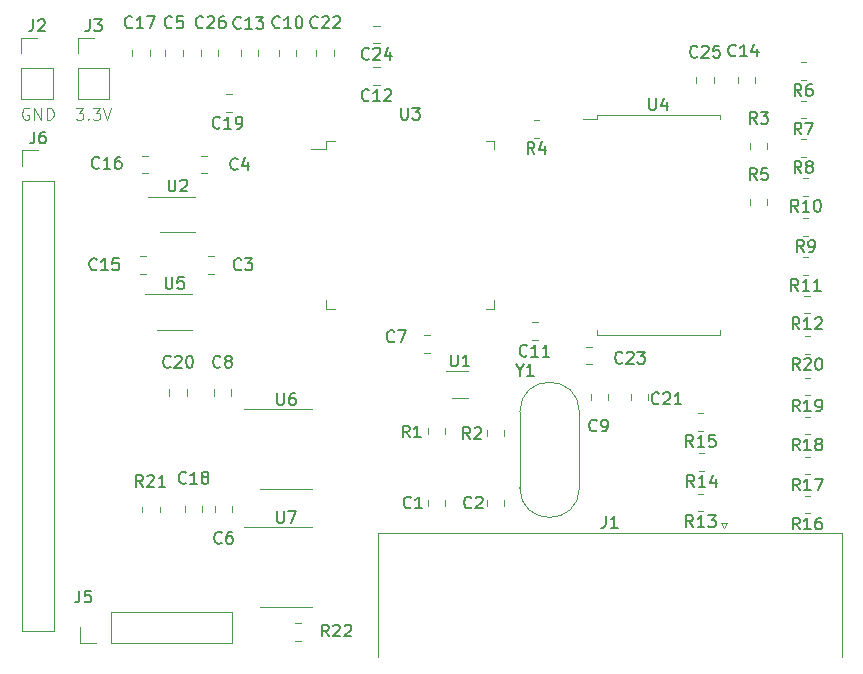
<source format=gto>
%TF.GenerationSoftware,KiCad,Pcbnew,(5.1.10)-1*%
%TF.CreationDate,2021-11-09T21:57:45+08:00*%
%TF.ProjectId,CPLD-GPU,43504c44-2d47-4505-952e-6b696361645f,rev?*%
%TF.SameCoordinates,Original*%
%TF.FileFunction,Legend,Top*%
%TF.FilePolarity,Positive*%
%FSLAX46Y46*%
G04 Gerber Fmt 4.6, Leading zero omitted, Abs format (unit mm)*
G04 Created by KiCad (PCBNEW (5.1.10)-1) date 2021-11-09 21:57:45*
%MOMM*%
%LPD*%
G01*
G04 APERTURE LIST*
%ADD10C,0.100000*%
%ADD11C,0.120000*%
%ADD12C,0.150000*%
%ADD13O,1.700000X1.700000*%
%ADD14R,1.700000X1.700000*%
%ADD15R,1.600000X0.300000*%
%ADD16C,4.000000*%
%ADD17C,1.600000*%
%ADD18R,1.600000X1.600000*%
%ADD19C,1.500000*%
%ADD20R,1.500000X0.400000*%
G04 APERTURE END LIST*
D10*
X57093809Y-52222380D02*
X57712857Y-52222380D01*
X57379523Y-52603333D01*
X57522380Y-52603333D01*
X57617619Y-52650952D01*
X57665238Y-52698571D01*
X57712857Y-52793809D01*
X57712857Y-53031904D01*
X57665238Y-53127142D01*
X57617619Y-53174761D01*
X57522380Y-53222380D01*
X57236666Y-53222380D01*
X57141428Y-53174761D01*
X57093809Y-53127142D01*
X58141428Y-53127142D02*
X58189047Y-53174761D01*
X58141428Y-53222380D01*
X58093809Y-53174761D01*
X58141428Y-53127142D01*
X58141428Y-53222380D01*
X58522380Y-52222380D02*
X59141428Y-52222380D01*
X58808095Y-52603333D01*
X58950952Y-52603333D01*
X59046190Y-52650952D01*
X59093809Y-52698571D01*
X59141428Y-52793809D01*
X59141428Y-53031904D01*
X59093809Y-53127142D01*
X59046190Y-53174761D01*
X58950952Y-53222380D01*
X58665238Y-53222380D01*
X58570000Y-53174761D01*
X58522380Y-53127142D01*
X59427142Y-52222380D02*
X59760476Y-53222380D01*
X60093809Y-52222380D01*
X53108095Y-52250000D02*
X53012857Y-52202380D01*
X52870000Y-52202380D01*
X52727142Y-52250000D01*
X52631904Y-52345238D01*
X52584285Y-52440476D01*
X52536666Y-52630952D01*
X52536666Y-52773809D01*
X52584285Y-52964285D01*
X52631904Y-53059523D01*
X52727142Y-53154761D01*
X52870000Y-53202380D01*
X52965238Y-53202380D01*
X53108095Y-53154761D01*
X53155714Y-53107142D01*
X53155714Y-52773809D01*
X52965238Y-52773809D01*
X53584285Y-53202380D02*
X53584285Y-52202380D01*
X54155714Y-53202380D01*
X54155714Y-52202380D01*
X54631904Y-53202380D02*
X54631904Y-52202380D01*
X54870000Y-52202380D01*
X55012857Y-52250000D01*
X55108095Y-52345238D01*
X55155714Y-52440476D01*
X55203333Y-52630952D01*
X55203333Y-52773809D01*
X55155714Y-52964285D01*
X55108095Y-53059523D01*
X55012857Y-53154761D01*
X54870000Y-53202380D01*
X54631904Y-53202380D01*
D11*
%TO.C,U3*%
X91810000Y-69210000D02*
X92510000Y-69210000D01*
X92510000Y-69210000D02*
X92510000Y-68510000D01*
X78990000Y-69210000D02*
X78290000Y-69210000D01*
X78290000Y-69210000D02*
X78290000Y-68510000D01*
X91810000Y-54990000D02*
X92510000Y-54990000D01*
X92510000Y-54990000D02*
X92510000Y-55690000D01*
X78990000Y-54990000D02*
X78290000Y-54990000D01*
X78290000Y-54990000D02*
X78290000Y-55690000D01*
X78290000Y-55690000D02*
X77000000Y-55690000D01*
%TO.C,J5*%
X70290000Y-97530000D02*
X70290000Y-94870000D01*
X60070000Y-97530000D02*
X70290000Y-97530000D01*
X60070000Y-94870000D02*
X70290000Y-94870000D01*
X60070000Y-97530000D02*
X60070000Y-94870000D01*
X58800000Y-97530000D02*
X57470000Y-97530000D01*
X57470000Y-97530000D02*
X57470000Y-96200000D01*
%TO.C,C8*%
X68765000Y-76561252D02*
X68765000Y-76038748D01*
X70235000Y-76561252D02*
X70235000Y-76038748D01*
%TO.C,U5*%
X66950000Y-67975000D02*
X62950000Y-67975000D01*
X66950000Y-70975000D02*
X63950000Y-70975000D01*
%TO.C,U2*%
X67200000Y-59725000D02*
X63200000Y-59725000D01*
X67200000Y-62725000D02*
X64200000Y-62725000D01*
%TO.C,J1*%
X112000000Y-87778675D02*
X111750000Y-87345662D01*
X112250000Y-87345662D02*
X112000000Y-87778675D01*
X111750000Y-87345662D02*
X112250000Y-87345662D01*
X121965000Y-88240000D02*
X121965000Y-98720000D01*
X82645000Y-88240000D02*
X121965000Y-88240000D01*
X82645000Y-98720000D02*
X82645000Y-88240000D01*
%TO.C,C12*%
X82811252Y-50235000D02*
X82288748Y-50235000D01*
X82811252Y-48765000D02*
X82288748Y-48765000D01*
%TO.C,U4*%
X106400000Y-71415000D02*
X111590000Y-71415000D01*
X111590000Y-71415000D02*
X111590000Y-71035000D01*
X106400000Y-71415000D02*
X101210000Y-71415000D01*
X101210000Y-71415000D02*
X101210000Y-71035000D01*
X106400000Y-52785000D02*
X111590000Y-52785000D01*
X111590000Y-52785000D02*
X111590000Y-53165000D01*
X106400000Y-52785000D02*
X101210000Y-52785000D01*
X101210000Y-52785000D02*
X101210000Y-53165000D01*
X101210000Y-53165000D02*
X100050000Y-53165000D01*
%TO.C,R13*%
X110214564Y-86335000D02*
X109760436Y-86335000D01*
X110214564Y-84865000D02*
X109760436Y-84865000D01*
%TO.C,R14*%
X110314564Y-82935000D02*
X109860436Y-82935000D01*
X110314564Y-81465000D02*
X109860436Y-81465000D01*
%TO.C,R15*%
X110214564Y-79535000D02*
X109760436Y-79535000D01*
X110214564Y-78065000D02*
X109760436Y-78065000D01*
%TO.C,R4*%
X96314564Y-54735000D02*
X95860436Y-54735000D01*
X96314564Y-53265000D02*
X95860436Y-53265000D01*
%TO.C,C25*%
X109615000Y-50111252D02*
X109615000Y-49588748D01*
X111085000Y-50111252D02*
X111085000Y-49588748D01*
%TO.C,U7*%
X74900000Y-94485000D02*
X77100000Y-94485000D01*
X74900000Y-94485000D02*
X72700000Y-94485000D01*
X74900000Y-87715000D02*
X77100000Y-87715000D01*
X74900000Y-87715000D02*
X71300000Y-87715000D01*
%TO.C,U6*%
X74900000Y-84485000D02*
X77100000Y-84485000D01*
X74900000Y-84485000D02*
X72700000Y-84485000D01*
X74900000Y-77715000D02*
X77100000Y-77715000D01*
X74900000Y-77715000D02*
X71300000Y-77715000D01*
%TO.C,Y1*%
X94675000Y-84360000D02*
X94675000Y-77960000D01*
X99725000Y-84360000D02*
X99725000Y-77960000D01*
X99725000Y-77960000D02*
G75*
G03*
X94675000Y-77960000I-2525000J0D01*
G01*
X99725000Y-84360000D02*
G75*
G02*
X94675000Y-84360000I-2525000J0D01*
G01*
%TO.C,U1*%
X90300000Y-74490000D02*
X88400000Y-74490000D01*
X88900000Y-76810000D02*
X90300000Y-76810000D01*
%TO.C,R22*%
X76139564Y-97335000D02*
X75685436Y-97335000D01*
X76139564Y-95865000D02*
X75685436Y-95865000D01*
%TO.C,R21*%
X62715000Y-86439564D02*
X62715000Y-85985436D01*
X64185000Y-86439564D02*
X64185000Y-85985436D01*
%TO.C,R20*%
X119239564Y-73035000D02*
X118785436Y-73035000D01*
X119239564Y-71565000D02*
X118785436Y-71565000D01*
%TO.C,R19*%
X119239564Y-76535000D02*
X118785436Y-76535000D01*
X119239564Y-75065000D02*
X118785436Y-75065000D01*
%TO.C,R18*%
X119239564Y-79835000D02*
X118785436Y-79835000D01*
X119239564Y-78365000D02*
X118785436Y-78365000D01*
%TO.C,R17*%
X119239564Y-83235000D02*
X118785436Y-83235000D01*
X119239564Y-81765000D02*
X118785436Y-81765000D01*
%TO.C,R16*%
X119239564Y-86535000D02*
X118785436Y-86535000D01*
X119239564Y-85065000D02*
X118785436Y-85065000D01*
%TO.C,R12*%
X119214564Y-69585000D02*
X118760436Y-69585000D01*
X119214564Y-68115000D02*
X118760436Y-68115000D01*
%TO.C,R11*%
X119114564Y-66335000D02*
X118660436Y-66335000D01*
X119114564Y-64865000D02*
X118660436Y-64865000D01*
%TO.C,R10*%
X119114564Y-59635000D02*
X118660436Y-59635000D01*
X119114564Y-58165000D02*
X118660436Y-58165000D01*
%TO.C,R9*%
X119114564Y-63035000D02*
X118660436Y-63035000D01*
X119114564Y-61565000D02*
X118660436Y-61565000D01*
%TO.C,R8*%
X118914564Y-56335000D02*
X118460436Y-56335000D01*
X118914564Y-54865000D02*
X118460436Y-54865000D01*
%TO.C,R7*%
X118914564Y-53085000D02*
X118460436Y-53085000D01*
X118914564Y-51615000D02*
X118460436Y-51615000D01*
%TO.C,R6*%
X118914564Y-49835000D02*
X118460436Y-49835000D01*
X118914564Y-48365000D02*
X118460436Y-48365000D01*
%TO.C,R5*%
X114165000Y-60414564D02*
X114165000Y-59960436D01*
X115635000Y-60414564D02*
X115635000Y-59960436D01*
%TO.C,R3*%
X115635000Y-55210436D02*
X115635000Y-55664564D01*
X114165000Y-55210436D02*
X114165000Y-55664564D01*
%TO.C,R2*%
X91865000Y-79964564D02*
X91865000Y-79510436D01*
X93335000Y-79964564D02*
X93335000Y-79510436D01*
%TO.C,R1*%
X86865000Y-79789564D02*
X86865000Y-79335436D01*
X88335000Y-79789564D02*
X88335000Y-79335436D01*
%TO.C,J6*%
X52570000Y-96530000D02*
X55230000Y-96530000D01*
X52570000Y-58370000D02*
X52570000Y-96530000D01*
X55230000Y-58370000D02*
X55230000Y-96530000D01*
X52570000Y-58370000D02*
X55230000Y-58370000D01*
X52570000Y-57100000D02*
X52570000Y-55770000D01*
X52570000Y-55770000D02*
X53900000Y-55770000D01*
%TO.C,J3*%
X57270000Y-51470000D02*
X59930000Y-51470000D01*
X57270000Y-48870000D02*
X57270000Y-51470000D01*
X59930000Y-48870000D02*
X59930000Y-51470000D01*
X57270000Y-48870000D02*
X59930000Y-48870000D01*
X57270000Y-47600000D02*
X57270000Y-46270000D01*
X57270000Y-46270000D02*
X58600000Y-46270000D01*
%TO.C,J2*%
X52470000Y-51470000D02*
X55130000Y-51470000D01*
X52470000Y-48870000D02*
X52470000Y-51470000D01*
X55130000Y-48870000D02*
X55130000Y-51470000D01*
X52470000Y-48870000D02*
X55130000Y-48870000D01*
X52470000Y-47600000D02*
X52470000Y-46270000D01*
X52470000Y-46270000D02*
X53800000Y-46270000D01*
%TO.C,C26*%
X69135000Y-47288748D02*
X69135000Y-47811252D01*
X67665000Y-47288748D02*
X67665000Y-47811252D01*
%TO.C,C24*%
X82811252Y-46735000D02*
X82288748Y-46735000D01*
X82811252Y-45265000D02*
X82288748Y-45265000D01*
%TO.C,C23*%
X100288748Y-72465000D02*
X100811252Y-72465000D01*
X100288748Y-73935000D02*
X100811252Y-73935000D01*
%TO.C,C22*%
X78935000Y-47288748D02*
X78935000Y-47811252D01*
X77465000Y-47288748D02*
X77465000Y-47811252D01*
%TO.C,C21*%
X105535000Y-76438748D02*
X105535000Y-76961252D01*
X104065000Y-76438748D02*
X104065000Y-76961252D01*
%TO.C,C20*%
X65015000Y-76561252D02*
X65015000Y-76038748D01*
X66485000Y-76561252D02*
X66485000Y-76038748D01*
%TO.C,C19*%
X69788748Y-51065000D02*
X70311252Y-51065000D01*
X69788748Y-52535000D02*
X70311252Y-52535000D01*
%TO.C,C18*%
X67785000Y-85888748D02*
X67785000Y-86411252D01*
X66315000Y-85888748D02*
X66315000Y-86411252D01*
%TO.C,C17*%
X63335000Y-47288748D02*
X63335000Y-47811252D01*
X61865000Y-47288748D02*
X61865000Y-47811252D01*
%TO.C,C16*%
X63211252Y-57735000D02*
X62688748Y-57735000D01*
X63211252Y-56265000D02*
X62688748Y-56265000D01*
%TO.C,C15*%
X63011252Y-66235000D02*
X62488748Y-66235000D01*
X63011252Y-64765000D02*
X62488748Y-64765000D01*
%TO.C,C14*%
X113115000Y-50111252D02*
X113115000Y-49588748D01*
X114585000Y-50111252D02*
X114585000Y-49588748D01*
%TO.C,C13*%
X72535000Y-47288748D02*
X72535000Y-47811252D01*
X71065000Y-47288748D02*
X71065000Y-47811252D01*
%TO.C,C11*%
X95688748Y-70365000D02*
X96211252Y-70365000D01*
X95688748Y-71835000D02*
X96211252Y-71835000D01*
%TO.C,C10*%
X75735000Y-47288748D02*
X75735000Y-47811252D01*
X74265000Y-47288748D02*
X74265000Y-47811252D01*
%TO.C,C9*%
X102135000Y-76438748D02*
X102135000Y-76961252D01*
X100665000Y-76438748D02*
X100665000Y-76961252D01*
%TO.C,C7*%
X86588748Y-71465000D02*
X87111252Y-71465000D01*
X86588748Y-72935000D02*
X87111252Y-72935000D01*
%TO.C,C6*%
X70335000Y-85888748D02*
X70335000Y-86411252D01*
X68865000Y-85888748D02*
X68865000Y-86411252D01*
%TO.C,C5*%
X66135000Y-47288748D02*
X66135000Y-47811252D01*
X64665000Y-47288748D02*
X64665000Y-47811252D01*
%TO.C,C4*%
X67688748Y-56265000D02*
X68211252Y-56265000D01*
X67688748Y-57735000D02*
X68211252Y-57735000D01*
%TO.C,C3*%
X68288748Y-64765000D02*
X68811252Y-64765000D01*
X68288748Y-66235000D02*
X68811252Y-66235000D01*
%TO.C,C2*%
X91865000Y-85911252D02*
X91865000Y-85388748D01*
X93335000Y-85911252D02*
X93335000Y-85388748D01*
%TO.C,C1*%
X86865000Y-85911252D02*
X86865000Y-85388748D01*
X88335000Y-85911252D02*
X88335000Y-85388748D01*
%TO.C,U3*%
D12*
X84638095Y-52202380D02*
X84638095Y-53011904D01*
X84685714Y-53107142D01*
X84733333Y-53154761D01*
X84828571Y-53202380D01*
X85019047Y-53202380D01*
X85114285Y-53154761D01*
X85161904Y-53107142D01*
X85209523Y-53011904D01*
X85209523Y-52202380D01*
X85590476Y-52202380D02*
X86209523Y-52202380D01*
X85876190Y-52583333D01*
X86019047Y-52583333D01*
X86114285Y-52630952D01*
X86161904Y-52678571D01*
X86209523Y-52773809D01*
X86209523Y-53011904D01*
X86161904Y-53107142D01*
X86114285Y-53154761D01*
X86019047Y-53202380D01*
X85733333Y-53202380D01*
X85638095Y-53154761D01*
X85590476Y-53107142D01*
%TO.C,J5*%
X57396666Y-93072380D02*
X57396666Y-93786666D01*
X57349047Y-93929523D01*
X57253809Y-94024761D01*
X57110952Y-94072380D01*
X57015714Y-94072380D01*
X58349047Y-93072380D02*
X57872857Y-93072380D01*
X57825238Y-93548571D01*
X57872857Y-93500952D01*
X57968095Y-93453333D01*
X58206190Y-93453333D01*
X58301428Y-93500952D01*
X58349047Y-93548571D01*
X58396666Y-93643809D01*
X58396666Y-93881904D01*
X58349047Y-93977142D01*
X58301428Y-94024761D01*
X58206190Y-94072380D01*
X57968095Y-94072380D01*
X57872857Y-94024761D01*
X57825238Y-93977142D01*
%TO.C,C8*%
X69333333Y-74107142D02*
X69285714Y-74154761D01*
X69142857Y-74202380D01*
X69047619Y-74202380D01*
X68904761Y-74154761D01*
X68809523Y-74059523D01*
X68761904Y-73964285D01*
X68714285Y-73773809D01*
X68714285Y-73630952D01*
X68761904Y-73440476D01*
X68809523Y-73345238D01*
X68904761Y-73250000D01*
X69047619Y-73202380D01*
X69142857Y-73202380D01*
X69285714Y-73250000D01*
X69333333Y-73297619D01*
X69904761Y-73630952D02*
X69809523Y-73583333D01*
X69761904Y-73535714D01*
X69714285Y-73440476D01*
X69714285Y-73392857D01*
X69761904Y-73297619D01*
X69809523Y-73250000D01*
X69904761Y-73202380D01*
X70095238Y-73202380D01*
X70190476Y-73250000D01*
X70238095Y-73297619D01*
X70285714Y-73392857D01*
X70285714Y-73440476D01*
X70238095Y-73535714D01*
X70190476Y-73583333D01*
X70095238Y-73630952D01*
X69904761Y-73630952D01*
X69809523Y-73678571D01*
X69761904Y-73726190D01*
X69714285Y-73821428D01*
X69714285Y-74011904D01*
X69761904Y-74107142D01*
X69809523Y-74154761D01*
X69904761Y-74202380D01*
X70095238Y-74202380D01*
X70190476Y-74154761D01*
X70238095Y-74107142D01*
X70285714Y-74011904D01*
X70285714Y-73821428D01*
X70238095Y-73726190D01*
X70190476Y-73678571D01*
X70095238Y-73630952D01*
%TO.C,U5*%
X64688095Y-66527380D02*
X64688095Y-67336904D01*
X64735714Y-67432142D01*
X64783333Y-67479761D01*
X64878571Y-67527380D01*
X65069047Y-67527380D01*
X65164285Y-67479761D01*
X65211904Y-67432142D01*
X65259523Y-67336904D01*
X65259523Y-66527380D01*
X66211904Y-66527380D02*
X65735714Y-66527380D01*
X65688095Y-67003571D01*
X65735714Y-66955952D01*
X65830952Y-66908333D01*
X66069047Y-66908333D01*
X66164285Y-66955952D01*
X66211904Y-67003571D01*
X66259523Y-67098809D01*
X66259523Y-67336904D01*
X66211904Y-67432142D01*
X66164285Y-67479761D01*
X66069047Y-67527380D01*
X65830952Y-67527380D01*
X65735714Y-67479761D01*
X65688095Y-67432142D01*
%TO.C,U2*%
X64938095Y-58277380D02*
X64938095Y-59086904D01*
X64985714Y-59182142D01*
X65033333Y-59229761D01*
X65128571Y-59277380D01*
X65319047Y-59277380D01*
X65414285Y-59229761D01*
X65461904Y-59182142D01*
X65509523Y-59086904D01*
X65509523Y-58277380D01*
X65938095Y-58372619D02*
X65985714Y-58325000D01*
X66080952Y-58277380D01*
X66319047Y-58277380D01*
X66414285Y-58325000D01*
X66461904Y-58372619D01*
X66509523Y-58467857D01*
X66509523Y-58563095D01*
X66461904Y-58705952D01*
X65890476Y-59277380D01*
X66509523Y-59277380D01*
%TO.C,J1*%
X101971666Y-86752380D02*
X101971666Y-87466666D01*
X101924047Y-87609523D01*
X101828809Y-87704761D01*
X101685952Y-87752380D01*
X101590714Y-87752380D01*
X102971666Y-87752380D02*
X102400238Y-87752380D01*
X102685952Y-87752380D02*
X102685952Y-86752380D01*
X102590714Y-86895238D01*
X102495476Y-86990476D01*
X102400238Y-87038095D01*
%TO.C,C12*%
X81907142Y-51537142D02*
X81859523Y-51584761D01*
X81716666Y-51632380D01*
X81621428Y-51632380D01*
X81478571Y-51584761D01*
X81383333Y-51489523D01*
X81335714Y-51394285D01*
X81288095Y-51203809D01*
X81288095Y-51060952D01*
X81335714Y-50870476D01*
X81383333Y-50775238D01*
X81478571Y-50680000D01*
X81621428Y-50632380D01*
X81716666Y-50632380D01*
X81859523Y-50680000D01*
X81907142Y-50727619D01*
X82859523Y-51632380D02*
X82288095Y-51632380D01*
X82573809Y-51632380D02*
X82573809Y-50632380D01*
X82478571Y-50775238D01*
X82383333Y-50870476D01*
X82288095Y-50918095D01*
X83240476Y-50727619D02*
X83288095Y-50680000D01*
X83383333Y-50632380D01*
X83621428Y-50632380D01*
X83716666Y-50680000D01*
X83764285Y-50727619D01*
X83811904Y-50822857D01*
X83811904Y-50918095D01*
X83764285Y-51060952D01*
X83192857Y-51632380D01*
X83811904Y-51632380D01*
%TO.C,U4*%
X105638095Y-51392380D02*
X105638095Y-52201904D01*
X105685714Y-52297142D01*
X105733333Y-52344761D01*
X105828571Y-52392380D01*
X106019047Y-52392380D01*
X106114285Y-52344761D01*
X106161904Y-52297142D01*
X106209523Y-52201904D01*
X106209523Y-51392380D01*
X107114285Y-51725714D02*
X107114285Y-52392380D01*
X106876190Y-51344761D02*
X106638095Y-52059047D01*
X107257142Y-52059047D01*
%TO.C,R13*%
X109344642Y-87702380D02*
X109011309Y-87226190D01*
X108773214Y-87702380D02*
X108773214Y-86702380D01*
X109154166Y-86702380D01*
X109249404Y-86750000D01*
X109297023Y-86797619D01*
X109344642Y-86892857D01*
X109344642Y-87035714D01*
X109297023Y-87130952D01*
X109249404Y-87178571D01*
X109154166Y-87226190D01*
X108773214Y-87226190D01*
X110297023Y-87702380D02*
X109725595Y-87702380D01*
X110011309Y-87702380D02*
X110011309Y-86702380D01*
X109916071Y-86845238D01*
X109820833Y-86940476D01*
X109725595Y-86988095D01*
X110630357Y-86702380D02*
X111249404Y-86702380D01*
X110916071Y-87083333D01*
X111058928Y-87083333D01*
X111154166Y-87130952D01*
X111201785Y-87178571D01*
X111249404Y-87273809D01*
X111249404Y-87511904D01*
X111201785Y-87607142D01*
X111154166Y-87654761D01*
X111058928Y-87702380D01*
X110773214Y-87702380D01*
X110677976Y-87654761D01*
X110630357Y-87607142D01*
%TO.C,R14*%
X109444642Y-84302380D02*
X109111309Y-83826190D01*
X108873214Y-84302380D02*
X108873214Y-83302380D01*
X109254166Y-83302380D01*
X109349404Y-83350000D01*
X109397023Y-83397619D01*
X109444642Y-83492857D01*
X109444642Y-83635714D01*
X109397023Y-83730952D01*
X109349404Y-83778571D01*
X109254166Y-83826190D01*
X108873214Y-83826190D01*
X110397023Y-84302380D02*
X109825595Y-84302380D01*
X110111309Y-84302380D02*
X110111309Y-83302380D01*
X110016071Y-83445238D01*
X109920833Y-83540476D01*
X109825595Y-83588095D01*
X111254166Y-83635714D02*
X111254166Y-84302380D01*
X111016071Y-83254761D02*
X110777976Y-83969047D01*
X111397023Y-83969047D01*
%TO.C,R15*%
X109344642Y-80902380D02*
X109011309Y-80426190D01*
X108773214Y-80902380D02*
X108773214Y-79902380D01*
X109154166Y-79902380D01*
X109249404Y-79950000D01*
X109297023Y-79997619D01*
X109344642Y-80092857D01*
X109344642Y-80235714D01*
X109297023Y-80330952D01*
X109249404Y-80378571D01*
X109154166Y-80426190D01*
X108773214Y-80426190D01*
X110297023Y-80902380D02*
X109725595Y-80902380D01*
X110011309Y-80902380D02*
X110011309Y-79902380D01*
X109916071Y-80045238D01*
X109820833Y-80140476D01*
X109725595Y-80188095D01*
X111201785Y-79902380D02*
X110725595Y-79902380D01*
X110677976Y-80378571D01*
X110725595Y-80330952D01*
X110820833Y-80283333D01*
X111058928Y-80283333D01*
X111154166Y-80330952D01*
X111201785Y-80378571D01*
X111249404Y-80473809D01*
X111249404Y-80711904D01*
X111201785Y-80807142D01*
X111154166Y-80854761D01*
X111058928Y-80902380D01*
X110820833Y-80902380D01*
X110725595Y-80854761D01*
X110677976Y-80807142D01*
%TO.C,R4*%
X95920833Y-56102380D02*
X95587500Y-55626190D01*
X95349404Y-56102380D02*
X95349404Y-55102380D01*
X95730357Y-55102380D01*
X95825595Y-55150000D01*
X95873214Y-55197619D01*
X95920833Y-55292857D01*
X95920833Y-55435714D01*
X95873214Y-55530952D01*
X95825595Y-55578571D01*
X95730357Y-55626190D01*
X95349404Y-55626190D01*
X96777976Y-55435714D02*
X96777976Y-56102380D01*
X96539880Y-55054761D02*
X96301785Y-55769047D01*
X96920833Y-55769047D01*
%TO.C,C25*%
X109707142Y-47857142D02*
X109659523Y-47904761D01*
X109516666Y-47952380D01*
X109421428Y-47952380D01*
X109278571Y-47904761D01*
X109183333Y-47809523D01*
X109135714Y-47714285D01*
X109088095Y-47523809D01*
X109088095Y-47380952D01*
X109135714Y-47190476D01*
X109183333Y-47095238D01*
X109278571Y-47000000D01*
X109421428Y-46952380D01*
X109516666Y-46952380D01*
X109659523Y-47000000D01*
X109707142Y-47047619D01*
X110088095Y-47047619D02*
X110135714Y-47000000D01*
X110230952Y-46952380D01*
X110469047Y-46952380D01*
X110564285Y-47000000D01*
X110611904Y-47047619D01*
X110659523Y-47142857D01*
X110659523Y-47238095D01*
X110611904Y-47380952D01*
X110040476Y-47952380D01*
X110659523Y-47952380D01*
X111564285Y-46952380D02*
X111088095Y-46952380D01*
X111040476Y-47428571D01*
X111088095Y-47380952D01*
X111183333Y-47333333D01*
X111421428Y-47333333D01*
X111516666Y-47380952D01*
X111564285Y-47428571D01*
X111611904Y-47523809D01*
X111611904Y-47761904D01*
X111564285Y-47857142D01*
X111516666Y-47904761D01*
X111421428Y-47952380D01*
X111183333Y-47952380D01*
X111088095Y-47904761D01*
X111040476Y-47857142D01*
%TO.C,U7*%
X74138095Y-86352380D02*
X74138095Y-87161904D01*
X74185714Y-87257142D01*
X74233333Y-87304761D01*
X74328571Y-87352380D01*
X74519047Y-87352380D01*
X74614285Y-87304761D01*
X74661904Y-87257142D01*
X74709523Y-87161904D01*
X74709523Y-86352380D01*
X75090476Y-86352380D02*
X75757142Y-86352380D01*
X75328571Y-87352380D01*
%TO.C,U6*%
X74138095Y-76352380D02*
X74138095Y-77161904D01*
X74185714Y-77257142D01*
X74233333Y-77304761D01*
X74328571Y-77352380D01*
X74519047Y-77352380D01*
X74614285Y-77304761D01*
X74661904Y-77257142D01*
X74709523Y-77161904D01*
X74709523Y-76352380D01*
X75614285Y-76352380D02*
X75423809Y-76352380D01*
X75328571Y-76400000D01*
X75280952Y-76447619D01*
X75185714Y-76590476D01*
X75138095Y-76780952D01*
X75138095Y-77161904D01*
X75185714Y-77257142D01*
X75233333Y-77304761D01*
X75328571Y-77352380D01*
X75519047Y-77352380D01*
X75614285Y-77304761D01*
X75661904Y-77257142D01*
X75709523Y-77161904D01*
X75709523Y-76923809D01*
X75661904Y-76828571D01*
X75614285Y-76780952D01*
X75519047Y-76733333D01*
X75328571Y-76733333D01*
X75233333Y-76780952D01*
X75185714Y-76828571D01*
X75138095Y-76923809D01*
%TO.C,Y1*%
X94673809Y-74396190D02*
X94673809Y-74872380D01*
X94340476Y-73872380D02*
X94673809Y-74396190D01*
X95007142Y-73872380D01*
X95864285Y-74872380D02*
X95292857Y-74872380D01*
X95578571Y-74872380D02*
X95578571Y-73872380D01*
X95483333Y-74015238D01*
X95388095Y-74110476D01*
X95292857Y-74158095D01*
%TO.C,U1*%
X88838095Y-73102380D02*
X88838095Y-73911904D01*
X88885714Y-74007142D01*
X88933333Y-74054761D01*
X89028571Y-74102380D01*
X89219047Y-74102380D01*
X89314285Y-74054761D01*
X89361904Y-74007142D01*
X89409523Y-73911904D01*
X89409523Y-73102380D01*
X90409523Y-74102380D02*
X89838095Y-74102380D01*
X90123809Y-74102380D02*
X90123809Y-73102380D01*
X90028571Y-73245238D01*
X89933333Y-73340476D01*
X89838095Y-73388095D01*
%TO.C,R22*%
X78507142Y-96952380D02*
X78173809Y-96476190D01*
X77935714Y-96952380D02*
X77935714Y-95952380D01*
X78316666Y-95952380D01*
X78411904Y-96000000D01*
X78459523Y-96047619D01*
X78507142Y-96142857D01*
X78507142Y-96285714D01*
X78459523Y-96380952D01*
X78411904Y-96428571D01*
X78316666Y-96476190D01*
X77935714Y-96476190D01*
X78888095Y-96047619D02*
X78935714Y-96000000D01*
X79030952Y-95952380D01*
X79269047Y-95952380D01*
X79364285Y-96000000D01*
X79411904Y-96047619D01*
X79459523Y-96142857D01*
X79459523Y-96238095D01*
X79411904Y-96380952D01*
X78840476Y-96952380D01*
X79459523Y-96952380D01*
X79840476Y-96047619D02*
X79888095Y-96000000D01*
X79983333Y-95952380D01*
X80221428Y-95952380D01*
X80316666Y-96000000D01*
X80364285Y-96047619D01*
X80411904Y-96142857D01*
X80411904Y-96238095D01*
X80364285Y-96380952D01*
X79792857Y-96952380D01*
X80411904Y-96952380D01*
%TO.C,R21*%
X62757142Y-84302380D02*
X62423809Y-83826190D01*
X62185714Y-84302380D02*
X62185714Y-83302380D01*
X62566666Y-83302380D01*
X62661904Y-83350000D01*
X62709523Y-83397619D01*
X62757142Y-83492857D01*
X62757142Y-83635714D01*
X62709523Y-83730952D01*
X62661904Y-83778571D01*
X62566666Y-83826190D01*
X62185714Y-83826190D01*
X63138095Y-83397619D02*
X63185714Y-83350000D01*
X63280952Y-83302380D01*
X63519047Y-83302380D01*
X63614285Y-83350000D01*
X63661904Y-83397619D01*
X63709523Y-83492857D01*
X63709523Y-83588095D01*
X63661904Y-83730952D01*
X63090476Y-84302380D01*
X63709523Y-84302380D01*
X64661904Y-84302380D02*
X64090476Y-84302380D01*
X64376190Y-84302380D02*
X64376190Y-83302380D01*
X64280952Y-83445238D01*
X64185714Y-83540476D01*
X64090476Y-83588095D01*
%TO.C,R20*%
X118369642Y-74402380D02*
X118036309Y-73926190D01*
X117798214Y-74402380D02*
X117798214Y-73402380D01*
X118179166Y-73402380D01*
X118274404Y-73450000D01*
X118322023Y-73497619D01*
X118369642Y-73592857D01*
X118369642Y-73735714D01*
X118322023Y-73830952D01*
X118274404Y-73878571D01*
X118179166Y-73926190D01*
X117798214Y-73926190D01*
X118750595Y-73497619D02*
X118798214Y-73450000D01*
X118893452Y-73402380D01*
X119131547Y-73402380D01*
X119226785Y-73450000D01*
X119274404Y-73497619D01*
X119322023Y-73592857D01*
X119322023Y-73688095D01*
X119274404Y-73830952D01*
X118702976Y-74402380D01*
X119322023Y-74402380D01*
X119941071Y-73402380D02*
X120036309Y-73402380D01*
X120131547Y-73450000D01*
X120179166Y-73497619D01*
X120226785Y-73592857D01*
X120274404Y-73783333D01*
X120274404Y-74021428D01*
X120226785Y-74211904D01*
X120179166Y-74307142D01*
X120131547Y-74354761D01*
X120036309Y-74402380D01*
X119941071Y-74402380D01*
X119845833Y-74354761D01*
X119798214Y-74307142D01*
X119750595Y-74211904D01*
X119702976Y-74021428D01*
X119702976Y-73783333D01*
X119750595Y-73592857D01*
X119798214Y-73497619D01*
X119845833Y-73450000D01*
X119941071Y-73402380D01*
%TO.C,R19*%
X118369642Y-77902380D02*
X118036309Y-77426190D01*
X117798214Y-77902380D02*
X117798214Y-76902380D01*
X118179166Y-76902380D01*
X118274404Y-76950000D01*
X118322023Y-76997619D01*
X118369642Y-77092857D01*
X118369642Y-77235714D01*
X118322023Y-77330952D01*
X118274404Y-77378571D01*
X118179166Y-77426190D01*
X117798214Y-77426190D01*
X119322023Y-77902380D02*
X118750595Y-77902380D01*
X119036309Y-77902380D02*
X119036309Y-76902380D01*
X118941071Y-77045238D01*
X118845833Y-77140476D01*
X118750595Y-77188095D01*
X119798214Y-77902380D02*
X119988690Y-77902380D01*
X120083928Y-77854761D01*
X120131547Y-77807142D01*
X120226785Y-77664285D01*
X120274404Y-77473809D01*
X120274404Y-77092857D01*
X120226785Y-76997619D01*
X120179166Y-76950000D01*
X120083928Y-76902380D01*
X119893452Y-76902380D01*
X119798214Y-76950000D01*
X119750595Y-76997619D01*
X119702976Y-77092857D01*
X119702976Y-77330952D01*
X119750595Y-77426190D01*
X119798214Y-77473809D01*
X119893452Y-77521428D01*
X120083928Y-77521428D01*
X120179166Y-77473809D01*
X120226785Y-77426190D01*
X120274404Y-77330952D01*
%TO.C,R18*%
X118369642Y-81202380D02*
X118036309Y-80726190D01*
X117798214Y-81202380D02*
X117798214Y-80202380D01*
X118179166Y-80202380D01*
X118274404Y-80250000D01*
X118322023Y-80297619D01*
X118369642Y-80392857D01*
X118369642Y-80535714D01*
X118322023Y-80630952D01*
X118274404Y-80678571D01*
X118179166Y-80726190D01*
X117798214Y-80726190D01*
X119322023Y-81202380D02*
X118750595Y-81202380D01*
X119036309Y-81202380D02*
X119036309Y-80202380D01*
X118941071Y-80345238D01*
X118845833Y-80440476D01*
X118750595Y-80488095D01*
X119893452Y-80630952D02*
X119798214Y-80583333D01*
X119750595Y-80535714D01*
X119702976Y-80440476D01*
X119702976Y-80392857D01*
X119750595Y-80297619D01*
X119798214Y-80250000D01*
X119893452Y-80202380D01*
X120083928Y-80202380D01*
X120179166Y-80250000D01*
X120226785Y-80297619D01*
X120274404Y-80392857D01*
X120274404Y-80440476D01*
X120226785Y-80535714D01*
X120179166Y-80583333D01*
X120083928Y-80630952D01*
X119893452Y-80630952D01*
X119798214Y-80678571D01*
X119750595Y-80726190D01*
X119702976Y-80821428D01*
X119702976Y-81011904D01*
X119750595Y-81107142D01*
X119798214Y-81154761D01*
X119893452Y-81202380D01*
X120083928Y-81202380D01*
X120179166Y-81154761D01*
X120226785Y-81107142D01*
X120274404Y-81011904D01*
X120274404Y-80821428D01*
X120226785Y-80726190D01*
X120179166Y-80678571D01*
X120083928Y-80630952D01*
%TO.C,R17*%
X118369642Y-84602380D02*
X118036309Y-84126190D01*
X117798214Y-84602380D02*
X117798214Y-83602380D01*
X118179166Y-83602380D01*
X118274404Y-83650000D01*
X118322023Y-83697619D01*
X118369642Y-83792857D01*
X118369642Y-83935714D01*
X118322023Y-84030952D01*
X118274404Y-84078571D01*
X118179166Y-84126190D01*
X117798214Y-84126190D01*
X119322023Y-84602380D02*
X118750595Y-84602380D01*
X119036309Y-84602380D02*
X119036309Y-83602380D01*
X118941071Y-83745238D01*
X118845833Y-83840476D01*
X118750595Y-83888095D01*
X119655357Y-83602380D02*
X120322023Y-83602380D01*
X119893452Y-84602380D01*
%TO.C,R16*%
X118369642Y-87902380D02*
X118036309Y-87426190D01*
X117798214Y-87902380D02*
X117798214Y-86902380D01*
X118179166Y-86902380D01*
X118274404Y-86950000D01*
X118322023Y-86997619D01*
X118369642Y-87092857D01*
X118369642Y-87235714D01*
X118322023Y-87330952D01*
X118274404Y-87378571D01*
X118179166Y-87426190D01*
X117798214Y-87426190D01*
X119322023Y-87902380D02*
X118750595Y-87902380D01*
X119036309Y-87902380D02*
X119036309Y-86902380D01*
X118941071Y-87045238D01*
X118845833Y-87140476D01*
X118750595Y-87188095D01*
X120179166Y-86902380D02*
X119988690Y-86902380D01*
X119893452Y-86950000D01*
X119845833Y-86997619D01*
X119750595Y-87140476D01*
X119702976Y-87330952D01*
X119702976Y-87711904D01*
X119750595Y-87807142D01*
X119798214Y-87854761D01*
X119893452Y-87902380D01*
X120083928Y-87902380D01*
X120179166Y-87854761D01*
X120226785Y-87807142D01*
X120274404Y-87711904D01*
X120274404Y-87473809D01*
X120226785Y-87378571D01*
X120179166Y-87330952D01*
X120083928Y-87283333D01*
X119893452Y-87283333D01*
X119798214Y-87330952D01*
X119750595Y-87378571D01*
X119702976Y-87473809D01*
%TO.C,R12*%
X118344642Y-70952380D02*
X118011309Y-70476190D01*
X117773214Y-70952380D02*
X117773214Y-69952380D01*
X118154166Y-69952380D01*
X118249404Y-70000000D01*
X118297023Y-70047619D01*
X118344642Y-70142857D01*
X118344642Y-70285714D01*
X118297023Y-70380952D01*
X118249404Y-70428571D01*
X118154166Y-70476190D01*
X117773214Y-70476190D01*
X119297023Y-70952380D02*
X118725595Y-70952380D01*
X119011309Y-70952380D02*
X119011309Y-69952380D01*
X118916071Y-70095238D01*
X118820833Y-70190476D01*
X118725595Y-70238095D01*
X119677976Y-70047619D02*
X119725595Y-70000000D01*
X119820833Y-69952380D01*
X120058928Y-69952380D01*
X120154166Y-70000000D01*
X120201785Y-70047619D01*
X120249404Y-70142857D01*
X120249404Y-70238095D01*
X120201785Y-70380952D01*
X119630357Y-70952380D01*
X120249404Y-70952380D01*
%TO.C,R11*%
X118244642Y-67702380D02*
X117911309Y-67226190D01*
X117673214Y-67702380D02*
X117673214Y-66702380D01*
X118054166Y-66702380D01*
X118149404Y-66750000D01*
X118197023Y-66797619D01*
X118244642Y-66892857D01*
X118244642Y-67035714D01*
X118197023Y-67130952D01*
X118149404Y-67178571D01*
X118054166Y-67226190D01*
X117673214Y-67226190D01*
X119197023Y-67702380D02*
X118625595Y-67702380D01*
X118911309Y-67702380D02*
X118911309Y-66702380D01*
X118816071Y-66845238D01*
X118720833Y-66940476D01*
X118625595Y-66988095D01*
X120149404Y-67702380D02*
X119577976Y-67702380D01*
X119863690Y-67702380D02*
X119863690Y-66702380D01*
X119768452Y-66845238D01*
X119673214Y-66940476D01*
X119577976Y-66988095D01*
%TO.C,R10*%
X118244642Y-61002380D02*
X117911309Y-60526190D01*
X117673214Y-61002380D02*
X117673214Y-60002380D01*
X118054166Y-60002380D01*
X118149404Y-60050000D01*
X118197023Y-60097619D01*
X118244642Y-60192857D01*
X118244642Y-60335714D01*
X118197023Y-60430952D01*
X118149404Y-60478571D01*
X118054166Y-60526190D01*
X117673214Y-60526190D01*
X119197023Y-61002380D02*
X118625595Y-61002380D01*
X118911309Y-61002380D02*
X118911309Y-60002380D01*
X118816071Y-60145238D01*
X118720833Y-60240476D01*
X118625595Y-60288095D01*
X119816071Y-60002380D02*
X119911309Y-60002380D01*
X120006547Y-60050000D01*
X120054166Y-60097619D01*
X120101785Y-60192857D01*
X120149404Y-60383333D01*
X120149404Y-60621428D01*
X120101785Y-60811904D01*
X120054166Y-60907142D01*
X120006547Y-60954761D01*
X119911309Y-61002380D01*
X119816071Y-61002380D01*
X119720833Y-60954761D01*
X119673214Y-60907142D01*
X119625595Y-60811904D01*
X119577976Y-60621428D01*
X119577976Y-60383333D01*
X119625595Y-60192857D01*
X119673214Y-60097619D01*
X119720833Y-60050000D01*
X119816071Y-60002380D01*
%TO.C,R9*%
X118720833Y-64402380D02*
X118387500Y-63926190D01*
X118149404Y-64402380D02*
X118149404Y-63402380D01*
X118530357Y-63402380D01*
X118625595Y-63450000D01*
X118673214Y-63497619D01*
X118720833Y-63592857D01*
X118720833Y-63735714D01*
X118673214Y-63830952D01*
X118625595Y-63878571D01*
X118530357Y-63926190D01*
X118149404Y-63926190D01*
X119197023Y-64402380D02*
X119387500Y-64402380D01*
X119482738Y-64354761D01*
X119530357Y-64307142D01*
X119625595Y-64164285D01*
X119673214Y-63973809D01*
X119673214Y-63592857D01*
X119625595Y-63497619D01*
X119577976Y-63450000D01*
X119482738Y-63402380D01*
X119292261Y-63402380D01*
X119197023Y-63450000D01*
X119149404Y-63497619D01*
X119101785Y-63592857D01*
X119101785Y-63830952D01*
X119149404Y-63926190D01*
X119197023Y-63973809D01*
X119292261Y-64021428D01*
X119482738Y-64021428D01*
X119577976Y-63973809D01*
X119625595Y-63926190D01*
X119673214Y-63830952D01*
%TO.C,R8*%
X118520833Y-57702380D02*
X118187500Y-57226190D01*
X117949404Y-57702380D02*
X117949404Y-56702380D01*
X118330357Y-56702380D01*
X118425595Y-56750000D01*
X118473214Y-56797619D01*
X118520833Y-56892857D01*
X118520833Y-57035714D01*
X118473214Y-57130952D01*
X118425595Y-57178571D01*
X118330357Y-57226190D01*
X117949404Y-57226190D01*
X119092261Y-57130952D02*
X118997023Y-57083333D01*
X118949404Y-57035714D01*
X118901785Y-56940476D01*
X118901785Y-56892857D01*
X118949404Y-56797619D01*
X118997023Y-56750000D01*
X119092261Y-56702380D01*
X119282738Y-56702380D01*
X119377976Y-56750000D01*
X119425595Y-56797619D01*
X119473214Y-56892857D01*
X119473214Y-56940476D01*
X119425595Y-57035714D01*
X119377976Y-57083333D01*
X119282738Y-57130952D01*
X119092261Y-57130952D01*
X118997023Y-57178571D01*
X118949404Y-57226190D01*
X118901785Y-57321428D01*
X118901785Y-57511904D01*
X118949404Y-57607142D01*
X118997023Y-57654761D01*
X119092261Y-57702380D01*
X119282738Y-57702380D01*
X119377976Y-57654761D01*
X119425595Y-57607142D01*
X119473214Y-57511904D01*
X119473214Y-57321428D01*
X119425595Y-57226190D01*
X119377976Y-57178571D01*
X119282738Y-57130952D01*
%TO.C,R7*%
X118520833Y-54452380D02*
X118187500Y-53976190D01*
X117949404Y-54452380D02*
X117949404Y-53452380D01*
X118330357Y-53452380D01*
X118425595Y-53500000D01*
X118473214Y-53547619D01*
X118520833Y-53642857D01*
X118520833Y-53785714D01*
X118473214Y-53880952D01*
X118425595Y-53928571D01*
X118330357Y-53976190D01*
X117949404Y-53976190D01*
X118854166Y-53452380D02*
X119520833Y-53452380D01*
X119092261Y-54452380D01*
%TO.C,R6*%
X118520833Y-51202380D02*
X118187500Y-50726190D01*
X117949404Y-51202380D02*
X117949404Y-50202380D01*
X118330357Y-50202380D01*
X118425595Y-50250000D01*
X118473214Y-50297619D01*
X118520833Y-50392857D01*
X118520833Y-50535714D01*
X118473214Y-50630952D01*
X118425595Y-50678571D01*
X118330357Y-50726190D01*
X117949404Y-50726190D01*
X119377976Y-50202380D02*
X119187500Y-50202380D01*
X119092261Y-50250000D01*
X119044642Y-50297619D01*
X118949404Y-50440476D01*
X118901785Y-50630952D01*
X118901785Y-51011904D01*
X118949404Y-51107142D01*
X118997023Y-51154761D01*
X119092261Y-51202380D01*
X119282738Y-51202380D01*
X119377976Y-51154761D01*
X119425595Y-51107142D01*
X119473214Y-51011904D01*
X119473214Y-50773809D01*
X119425595Y-50678571D01*
X119377976Y-50630952D01*
X119282738Y-50583333D01*
X119092261Y-50583333D01*
X118997023Y-50630952D01*
X118949404Y-50678571D01*
X118901785Y-50773809D01*
%TO.C,R5*%
X114733333Y-58302380D02*
X114400000Y-57826190D01*
X114161904Y-58302380D02*
X114161904Y-57302380D01*
X114542857Y-57302380D01*
X114638095Y-57350000D01*
X114685714Y-57397619D01*
X114733333Y-57492857D01*
X114733333Y-57635714D01*
X114685714Y-57730952D01*
X114638095Y-57778571D01*
X114542857Y-57826190D01*
X114161904Y-57826190D01*
X115638095Y-57302380D02*
X115161904Y-57302380D01*
X115114285Y-57778571D01*
X115161904Y-57730952D01*
X115257142Y-57683333D01*
X115495238Y-57683333D01*
X115590476Y-57730952D01*
X115638095Y-57778571D01*
X115685714Y-57873809D01*
X115685714Y-58111904D01*
X115638095Y-58207142D01*
X115590476Y-58254761D01*
X115495238Y-58302380D01*
X115257142Y-58302380D01*
X115161904Y-58254761D01*
X115114285Y-58207142D01*
%TO.C,R3*%
X114733333Y-53552380D02*
X114400000Y-53076190D01*
X114161904Y-53552380D02*
X114161904Y-52552380D01*
X114542857Y-52552380D01*
X114638095Y-52600000D01*
X114685714Y-52647619D01*
X114733333Y-52742857D01*
X114733333Y-52885714D01*
X114685714Y-52980952D01*
X114638095Y-53028571D01*
X114542857Y-53076190D01*
X114161904Y-53076190D01*
X115066666Y-52552380D02*
X115685714Y-52552380D01*
X115352380Y-52933333D01*
X115495238Y-52933333D01*
X115590476Y-52980952D01*
X115638095Y-53028571D01*
X115685714Y-53123809D01*
X115685714Y-53361904D01*
X115638095Y-53457142D01*
X115590476Y-53504761D01*
X115495238Y-53552380D01*
X115209523Y-53552380D01*
X115114285Y-53504761D01*
X115066666Y-53457142D01*
%TO.C,R2*%
X90473333Y-80232380D02*
X90140000Y-79756190D01*
X89901904Y-80232380D02*
X89901904Y-79232380D01*
X90282857Y-79232380D01*
X90378095Y-79280000D01*
X90425714Y-79327619D01*
X90473333Y-79422857D01*
X90473333Y-79565714D01*
X90425714Y-79660952D01*
X90378095Y-79708571D01*
X90282857Y-79756190D01*
X89901904Y-79756190D01*
X90854285Y-79327619D02*
X90901904Y-79280000D01*
X90997142Y-79232380D01*
X91235238Y-79232380D01*
X91330476Y-79280000D01*
X91378095Y-79327619D01*
X91425714Y-79422857D01*
X91425714Y-79518095D01*
X91378095Y-79660952D01*
X90806666Y-80232380D01*
X91425714Y-80232380D01*
%TO.C,R1*%
X85343333Y-80102380D02*
X85010000Y-79626190D01*
X84771904Y-80102380D02*
X84771904Y-79102380D01*
X85152857Y-79102380D01*
X85248095Y-79150000D01*
X85295714Y-79197619D01*
X85343333Y-79292857D01*
X85343333Y-79435714D01*
X85295714Y-79530952D01*
X85248095Y-79578571D01*
X85152857Y-79626190D01*
X84771904Y-79626190D01*
X86295714Y-80102380D02*
X85724285Y-80102380D01*
X86010000Y-80102380D02*
X86010000Y-79102380D01*
X85914761Y-79245238D01*
X85819523Y-79340476D01*
X85724285Y-79388095D01*
%TO.C,J6*%
X53566666Y-54222380D02*
X53566666Y-54936666D01*
X53519047Y-55079523D01*
X53423809Y-55174761D01*
X53280952Y-55222380D01*
X53185714Y-55222380D01*
X54471428Y-54222380D02*
X54280952Y-54222380D01*
X54185714Y-54270000D01*
X54138095Y-54317619D01*
X54042857Y-54460476D01*
X53995238Y-54650952D01*
X53995238Y-55031904D01*
X54042857Y-55127142D01*
X54090476Y-55174761D01*
X54185714Y-55222380D01*
X54376190Y-55222380D01*
X54471428Y-55174761D01*
X54519047Y-55127142D01*
X54566666Y-55031904D01*
X54566666Y-54793809D01*
X54519047Y-54698571D01*
X54471428Y-54650952D01*
X54376190Y-54603333D01*
X54185714Y-54603333D01*
X54090476Y-54650952D01*
X54042857Y-54698571D01*
X53995238Y-54793809D01*
%TO.C,J3*%
X58266666Y-44722380D02*
X58266666Y-45436666D01*
X58219047Y-45579523D01*
X58123809Y-45674761D01*
X57980952Y-45722380D01*
X57885714Y-45722380D01*
X58647619Y-44722380D02*
X59266666Y-44722380D01*
X58933333Y-45103333D01*
X59076190Y-45103333D01*
X59171428Y-45150952D01*
X59219047Y-45198571D01*
X59266666Y-45293809D01*
X59266666Y-45531904D01*
X59219047Y-45627142D01*
X59171428Y-45674761D01*
X59076190Y-45722380D01*
X58790476Y-45722380D01*
X58695238Y-45674761D01*
X58647619Y-45627142D01*
%TO.C,J2*%
X53466666Y-44722380D02*
X53466666Y-45436666D01*
X53419047Y-45579523D01*
X53323809Y-45674761D01*
X53180952Y-45722380D01*
X53085714Y-45722380D01*
X53895238Y-44817619D02*
X53942857Y-44770000D01*
X54038095Y-44722380D01*
X54276190Y-44722380D01*
X54371428Y-44770000D01*
X54419047Y-44817619D01*
X54466666Y-44912857D01*
X54466666Y-45008095D01*
X54419047Y-45150952D01*
X53847619Y-45722380D01*
X54466666Y-45722380D01*
%TO.C,C26*%
X67857142Y-45357142D02*
X67809523Y-45404761D01*
X67666666Y-45452380D01*
X67571428Y-45452380D01*
X67428571Y-45404761D01*
X67333333Y-45309523D01*
X67285714Y-45214285D01*
X67238095Y-45023809D01*
X67238095Y-44880952D01*
X67285714Y-44690476D01*
X67333333Y-44595238D01*
X67428571Y-44500000D01*
X67571428Y-44452380D01*
X67666666Y-44452380D01*
X67809523Y-44500000D01*
X67857142Y-44547619D01*
X68238095Y-44547619D02*
X68285714Y-44500000D01*
X68380952Y-44452380D01*
X68619047Y-44452380D01*
X68714285Y-44500000D01*
X68761904Y-44547619D01*
X68809523Y-44642857D01*
X68809523Y-44738095D01*
X68761904Y-44880952D01*
X68190476Y-45452380D01*
X68809523Y-45452380D01*
X69666666Y-44452380D02*
X69476190Y-44452380D01*
X69380952Y-44500000D01*
X69333333Y-44547619D01*
X69238095Y-44690476D01*
X69190476Y-44880952D01*
X69190476Y-45261904D01*
X69238095Y-45357142D01*
X69285714Y-45404761D01*
X69380952Y-45452380D01*
X69571428Y-45452380D01*
X69666666Y-45404761D01*
X69714285Y-45357142D01*
X69761904Y-45261904D01*
X69761904Y-45023809D01*
X69714285Y-44928571D01*
X69666666Y-44880952D01*
X69571428Y-44833333D01*
X69380952Y-44833333D01*
X69285714Y-44880952D01*
X69238095Y-44928571D01*
X69190476Y-45023809D01*
%TO.C,C24*%
X81907142Y-48037142D02*
X81859523Y-48084761D01*
X81716666Y-48132380D01*
X81621428Y-48132380D01*
X81478571Y-48084761D01*
X81383333Y-47989523D01*
X81335714Y-47894285D01*
X81288095Y-47703809D01*
X81288095Y-47560952D01*
X81335714Y-47370476D01*
X81383333Y-47275238D01*
X81478571Y-47180000D01*
X81621428Y-47132380D01*
X81716666Y-47132380D01*
X81859523Y-47180000D01*
X81907142Y-47227619D01*
X82288095Y-47227619D02*
X82335714Y-47180000D01*
X82430952Y-47132380D01*
X82669047Y-47132380D01*
X82764285Y-47180000D01*
X82811904Y-47227619D01*
X82859523Y-47322857D01*
X82859523Y-47418095D01*
X82811904Y-47560952D01*
X82240476Y-48132380D01*
X82859523Y-48132380D01*
X83716666Y-47465714D02*
X83716666Y-48132380D01*
X83478571Y-47084761D02*
X83240476Y-47799047D01*
X83859523Y-47799047D01*
%TO.C,C23*%
X103357142Y-73757142D02*
X103309523Y-73804761D01*
X103166666Y-73852380D01*
X103071428Y-73852380D01*
X102928571Y-73804761D01*
X102833333Y-73709523D01*
X102785714Y-73614285D01*
X102738095Y-73423809D01*
X102738095Y-73280952D01*
X102785714Y-73090476D01*
X102833333Y-72995238D01*
X102928571Y-72900000D01*
X103071428Y-72852380D01*
X103166666Y-72852380D01*
X103309523Y-72900000D01*
X103357142Y-72947619D01*
X103738095Y-72947619D02*
X103785714Y-72900000D01*
X103880952Y-72852380D01*
X104119047Y-72852380D01*
X104214285Y-72900000D01*
X104261904Y-72947619D01*
X104309523Y-73042857D01*
X104309523Y-73138095D01*
X104261904Y-73280952D01*
X103690476Y-73852380D01*
X104309523Y-73852380D01*
X104642857Y-72852380D02*
X105261904Y-72852380D01*
X104928571Y-73233333D01*
X105071428Y-73233333D01*
X105166666Y-73280952D01*
X105214285Y-73328571D01*
X105261904Y-73423809D01*
X105261904Y-73661904D01*
X105214285Y-73757142D01*
X105166666Y-73804761D01*
X105071428Y-73852380D01*
X104785714Y-73852380D01*
X104690476Y-73804761D01*
X104642857Y-73757142D01*
%TO.C,C22*%
X77557142Y-45357142D02*
X77509523Y-45404761D01*
X77366666Y-45452380D01*
X77271428Y-45452380D01*
X77128571Y-45404761D01*
X77033333Y-45309523D01*
X76985714Y-45214285D01*
X76938095Y-45023809D01*
X76938095Y-44880952D01*
X76985714Y-44690476D01*
X77033333Y-44595238D01*
X77128571Y-44500000D01*
X77271428Y-44452380D01*
X77366666Y-44452380D01*
X77509523Y-44500000D01*
X77557142Y-44547619D01*
X77938095Y-44547619D02*
X77985714Y-44500000D01*
X78080952Y-44452380D01*
X78319047Y-44452380D01*
X78414285Y-44500000D01*
X78461904Y-44547619D01*
X78509523Y-44642857D01*
X78509523Y-44738095D01*
X78461904Y-44880952D01*
X77890476Y-45452380D01*
X78509523Y-45452380D01*
X78890476Y-44547619D02*
X78938095Y-44500000D01*
X79033333Y-44452380D01*
X79271428Y-44452380D01*
X79366666Y-44500000D01*
X79414285Y-44547619D01*
X79461904Y-44642857D01*
X79461904Y-44738095D01*
X79414285Y-44880952D01*
X78842857Y-45452380D01*
X79461904Y-45452380D01*
%TO.C,C21*%
X106457142Y-77207142D02*
X106409523Y-77254761D01*
X106266666Y-77302380D01*
X106171428Y-77302380D01*
X106028571Y-77254761D01*
X105933333Y-77159523D01*
X105885714Y-77064285D01*
X105838095Y-76873809D01*
X105838095Y-76730952D01*
X105885714Y-76540476D01*
X105933333Y-76445238D01*
X106028571Y-76350000D01*
X106171428Y-76302380D01*
X106266666Y-76302380D01*
X106409523Y-76350000D01*
X106457142Y-76397619D01*
X106838095Y-76397619D02*
X106885714Y-76350000D01*
X106980952Y-76302380D01*
X107219047Y-76302380D01*
X107314285Y-76350000D01*
X107361904Y-76397619D01*
X107409523Y-76492857D01*
X107409523Y-76588095D01*
X107361904Y-76730952D01*
X106790476Y-77302380D01*
X107409523Y-77302380D01*
X108361904Y-77302380D02*
X107790476Y-77302380D01*
X108076190Y-77302380D02*
X108076190Y-76302380D01*
X107980952Y-76445238D01*
X107885714Y-76540476D01*
X107790476Y-76588095D01*
%TO.C,C20*%
X65107142Y-74107142D02*
X65059523Y-74154761D01*
X64916666Y-74202380D01*
X64821428Y-74202380D01*
X64678571Y-74154761D01*
X64583333Y-74059523D01*
X64535714Y-73964285D01*
X64488095Y-73773809D01*
X64488095Y-73630952D01*
X64535714Y-73440476D01*
X64583333Y-73345238D01*
X64678571Y-73250000D01*
X64821428Y-73202380D01*
X64916666Y-73202380D01*
X65059523Y-73250000D01*
X65107142Y-73297619D01*
X65488095Y-73297619D02*
X65535714Y-73250000D01*
X65630952Y-73202380D01*
X65869047Y-73202380D01*
X65964285Y-73250000D01*
X66011904Y-73297619D01*
X66059523Y-73392857D01*
X66059523Y-73488095D01*
X66011904Y-73630952D01*
X65440476Y-74202380D01*
X66059523Y-74202380D01*
X66678571Y-73202380D02*
X66773809Y-73202380D01*
X66869047Y-73250000D01*
X66916666Y-73297619D01*
X66964285Y-73392857D01*
X67011904Y-73583333D01*
X67011904Y-73821428D01*
X66964285Y-74011904D01*
X66916666Y-74107142D01*
X66869047Y-74154761D01*
X66773809Y-74202380D01*
X66678571Y-74202380D01*
X66583333Y-74154761D01*
X66535714Y-74107142D01*
X66488095Y-74011904D01*
X66440476Y-73821428D01*
X66440476Y-73583333D01*
X66488095Y-73392857D01*
X66535714Y-73297619D01*
X66583333Y-73250000D01*
X66678571Y-73202380D01*
%TO.C,C19*%
X69287142Y-53867142D02*
X69239523Y-53914761D01*
X69096666Y-53962380D01*
X69001428Y-53962380D01*
X68858571Y-53914761D01*
X68763333Y-53819523D01*
X68715714Y-53724285D01*
X68668095Y-53533809D01*
X68668095Y-53390952D01*
X68715714Y-53200476D01*
X68763333Y-53105238D01*
X68858571Y-53010000D01*
X69001428Y-52962380D01*
X69096666Y-52962380D01*
X69239523Y-53010000D01*
X69287142Y-53057619D01*
X70239523Y-53962380D02*
X69668095Y-53962380D01*
X69953809Y-53962380D02*
X69953809Y-52962380D01*
X69858571Y-53105238D01*
X69763333Y-53200476D01*
X69668095Y-53248095D01*
X70715714Y-53962380D02*
X70906190Y-53962380D01*
X71001428Y-53914761D01*
X71049047Y-53867142D01*
X71144285Y-53724285D01*
X71191904Y-53533809D01*
X71191904Y-53152857D01*
X71144285Y-53057619D01*
X71096666Y-53010000D01*
X71001428Y-52962380D01*
X70810952Y-52962380D01*
X70715714Y-53010000D01*
X70668095Y-53057619D01*
X70620476Y-53152857D01*
X70620476Y-53390952D01*
X70668095Y-53486190D01*
X70715714Y-53533809D01*
X70810952Y-53581428D01*
X71001428Y-53581428D01*
X71096666Y-53533809D01*
X71144285Y-53486190D01*
X71191904Y-53390952D01*
%TO.C,C18*%
X66407142Y-83927142D02*
X66359523Y-83974761D01*
X66216666Y-84022380D01*
X66121428Y-84022380D01*
X65978571Y-83974761D01*
X65883333Y-83879523D01*
X65835714Y-83784285D01*
X65788095Y-83593809D01*
X65788095Y-83450952D01*
X65835714Y-83260476D01*
X65883333Y-83165238D01*
X65978571Y-83070000D01*
X66121428Y-83022380D01*
X66216666Y-83022380D01*
X66359523Y-83070000D01*
X66407142Y-83117619D01*
X67359523Y-84022380D02*
X66788095Y-84022380D01*
X67073809Y-84022380D02*
X67073809Y-83022380D01*
X66978571Y-83165238D01*
X66883333Y-83260476D01*
X66788095Y-83308095D01*
X67930952Y-83450952D02*
X67835714Y-83403333D01*
X67788095Y-83355714D01*
X67740476Y-83260476D01*
X67740476Y-83212857D01*
X67788095Y-83117619D01*
X67835714Y-83070000D01*
X67930952Y-83022380D01*
X68121428Y-83022380D01*
X68216666Y-83070000D01*
X68264285Y-83117619D01*
X68311904Y-83212857D01*
X68311904Y-83260476D01*
X68264285Y-83355714D01*
X68216666Y-83403333D01*
X68121428Y-83450952D01*
X67930952Y-83450952D01*
X67835714Y-83498571D01*
X67788095Y-83546190D01*
X67740476Y-83641428D01*
X67740476Y-83831904D01*
X67788095Y-83927142D01*
X67835714Y-83974761D01*
X67930952Y-84022380D01*
X68121428Y-84022380D01*
X68216666Y-83974761D01*
X68264285Y-83927142D01*
X68311904Y-83831904D01*
X68311904Y-83641428D01*
X68264285Y-83546190D01*
X68216666Y-83498571D01*
X68121428Y-83450952D01*
%TO.C,C17*%
X61857142Y-45357142D02*
X61809523Y-45404761D01*
X61666666Y-45452380D01*
X61571428Y-45452380D01*
X61428571Y-45404761D01*
X61333333Y-45309523D01*
X61285714Y-45214285D01*
X61238095Y-45023809D01*
X61238095Y-44880952D01*
X61285714Y-44690476D01*
X61333333Y-44595238D01*
X61428571Y-44500000D01*
X61571428Y-44452380D01*
X61666666Y-44452380D01*
X61809523Y-44500000D01*
X61857142Y-44547619D01*
X62809523Y-45452380D02*
X62238095Y-45452380D01*
X62523809Y-45452380D02*
X62523809Y-44452380D01*
X62428571Y-44595238D01*
X62333333Y-44690476D01*
X62238095Y-44738095D01*
X63142857Y-44452380D02*
X63809523Y-44452380D01*
X63380952Y-45452380D01*
%TO.C,C16*%
X59057142Y-57257142D02*
X59009523Y-57304761D01*
X58866666Y-57352380D01*
X58771428Y-57352380D01*
X58628571Y-57304761D01*
X58533333Y-57209523D01*
X58485714Y-57114285D01*
X58438095Y-56923809D01*
X58438095Y-56780952D01*
X58485714Y-56590476D01*
X58533333Y-56495238D01*
X58628571Y-56400000D01*
X58771428Y-56352380D01*
X58866666Y-56352380D01*
X59009523Y-56400000D01*
X59057142Y-56447619D01*
X60009523Y-57352380D02*
X59438095Y-57352380D01*
X59723809Y-57352380D02*
X59723809Y-56352380D01*
X59628571Y-56495238D01*
X59533333Y-56590476D01*
X59438095Y-56638095D01*
X60866666Y-56352380D02*
X60676190Y-56352380D01*
X60580952Y-56400000D01*
X60533333Y-56447619D01*
X60438095Y-56590476D01*
X60390476Y-56780952D01*
X60390476Y-57161904D01*
X60438095Y-57257142D01*
X60485714Y-57304761D01*
X60580952Y-57352380D01*
X60771428Y-57352380D01*
X60866666Y-57304761D01*
X60914285Y-57257142D01*
X60961904Y-57161904D01*
X60961904Y-56923809D01*
X60914285Y-56828571D01*
X60866666Y-56780952D01*
X60771428Y-56733333D01*
X60580952Y-56733333D01*
X60485714Y-56780952D01*
X60438095Y-56828571D01*
X60390476Y-56923809D01*
%TO.C,C15*%
X58857142Y-65857142D02*
X58809523Y-65904761D01*
X58666666Y-65952380D01*
X58571428Y-65952380D01*
X58428571Y-65904761D01*
X58333333Y-65809523D01*
X58285714Y-65714285D01*
X58238095Y-65523809D01*
X58238095Y-65380952D01*
X58285714Y-65190476D01*
X58333333Y-65095238D01*
X58428571Y-65000000D01*
X58571428Y-64952380D01*
X58666666Y-64952380D01*
X58809523Y-65000000D01*
X58857142Y-65047619D01*
X59809523Y-65952380D02*
X59238095Y-65952380D01*
X59523809Y-65952380D02*
X59523809Y-64952380D01*
X59428571Y-65095238D01*
X59333333Y-65190476D01*
X59238095Y-65238095D01*
X60714285Y-64952380D02*
X60238095Y-64952380D01*
X60190476Y-65428571D01*
X60238095Y-65380952D01*
X60333333Y-65333333D01*
X60571428Y-65333333D01*
X60666666Y-65380952D01*
X60714285Y-65428571D01*
X60761904Y-65523809D01*
X60761904Y-65761904D01*
X60714285Y-65857142D01*
X60666666Y-65904761D01*
X60571428Y-65952380D01*
X60333333Y-65952380D01*
X60238095Y-65904761D01*
X60190476Y-65857142D01*
%TO.C,C14*%
X112957142Y-47757142D02*
X112909523Y-47804761D01*
X112766666Y-47852380D01*
X112671428Y-47852380D01*
X112528571Y-47804761D01*
X112433333Y-47709523D01*
X112385714Y-47614285D01*
X112338095Y-47423809D01*
X112338095Y-47280952D01*
X112385714Y-47090476D01*
X112433333Y-46995238D01*
X112528571Y-46900000D01*
X112671428Y-46852380D01*
X112766666Y-46852380D01*
X112909523Y-46900000D01*
X112957142Y-46947619D01*
X113909523Y-47852380D02*
X113338095Y-47852380D01*
X113623809Y-47852380D02*
X113623809Y-46852380D01*
X113528571Y-46995238D01*
X113433333Y-47090476D01*
X113338095Y-47138095D01*
X114766666Y-47185714D02*
X114766666Y-47852380D01*
X114528571Y-46804761D02*
X114290476Y-47519047D01*
X114909523Y-47519047D01*
%TO.C,C13*%
X71057142Y-45407142D02*
X71009523Y-45454761D01*
X70866666Y-45502380D01*
X70771428Y-45502380D01*
X70628571Y-45454761D01*
X70533333Y-45359523D01*
X70485714Y-45264285D01*
X70438095Y-45073809D01*
X70438095Y-44930952D01*
X70485714Y-44740476D01*
X70533333Y-44645238D01*
X70628571Y-44550000D01*
X70771428Y-44502380D01*
X70866666Y-44502380D01*
X71009523Y-44550000D01*
X71057142Y-44597619D01*
X72009523Y-45502380D02*
X71438095Y-45502380D01*
X71723809Y-45502380D02*
X71723809Y-44502380D01*
X71628571Y-44645238D01*
X71533333Y-44740476D01*
X71438095Y-44788095D01*
X72342857Y-44502380D02*
X72961904Y-44502380D01*
X72628571Y-44883333D01*
X72771428Y-44883333D01*
X72866666Y-44930952D01*
X72914285Y-44978571D01*
X72961904Y-45073809D01*
X72961904Y-45311904D01*
X72914285Y-45407142D01*
X72866666Y-45454761D01*
X72771428Y-45502380D01*
X72485714Y-45502380D01*
X72390476Y-45454761D01*
X72342857Y-45407142D01*
%TO.C,C11*%
X95287142Y-73167142D02*
X95239523Y-73214761D01*
X95096666Y-73262380D01*
X95001428Y-73262380D01*
X94858571Y-73214761D01*
X94763333Y-73119523D01*
X94715714Y-73024285D01*
X94668095Y-72833809D01*
X94668095Y-72690952D01*
X94715714Y-72500476D01*
X94763333Y-72405238D01*
X94858571Y-72310000D01*
X95001428Y-72262380D01*
X95096666Y-72262380D01*
X95239523Y-72310000D01*
X95287142Y-72357619D01*
X96239523Y-73262380D02*
X95668095Y-73262380D01*
X95953809Y-73262380D02*
X95953809Y-72262380D01*
X95858571Y-72405238D01*
X95763333Y-72500476D01*
X95668095Y-72548095D01*
X97191904Y-73262380D02*
X96620476Y-73262380D01*
X96906190Y-73262380D02*
X96906190Y-72262380D01*
X96810952Y-72405238D01*
X96715714Y-72500476D01*
X96620476Y-72548095D01*
%TO.C,C10*%
X74357142Y-45357142D02*
X74309523Y-45404761D01*
X74166666Y-45452380D01*
X74071428Y-45452380D01*
X73928571Y-45404761D01*
X73833333Y-45309523D01*
X73785714Y-45214285D01*
X73738095Y-45023809D01*
X73738095Y-44880952D01*
X73785714Y-44690476D01*
X73833333Y-44595238D01*
X73928571Y-44500000D01*
X74071428Y-44452380D01*
X74166666Y-44452380D01*
X74309523Y-44500000D01*
X74357142Y-44547619D01*
X75309523Y-45452380D02*
X74738095Y-45452380D01*
X75023809Y-45452380D02*
X75023809Y-44452380D01*
X74928571Y-44595238D01*
X74833333Y-44690476D01*
X74738095Y-44738095D01*
X75928571Y-44452380D02*
X76023809Y-44452380D01*
X76119047Y-44500000D01*
X76166666Y-44547619D01*
X76214285Y-44642857D01*
X76261904Y-44833333D01*
X76261904Y-45071428D01*
X76214285Y-45261904D01*
X76166666Y-45357142D01*
X76119047Y-45404761D01*
X76023809Y-45452380D01*
X75928571Y-45452380D01*
X75833333Y-45404761D01*
X75785714Y-45357142D01*
X75738095Y-45261904D01*
X75690476Y-45071428D01*
X75690476Y-44833333D01*
X75738095Y-44642857D01*
X75785714Y-44547619D01*
X75833333Y-44500000D01*
X75928571Y-44452380D01*
%TO.C,C9*%
X101183333Y-79507142D02*
X101135714Y-79554761D01*
X100992857Y-79602380D01*
X100897619Y-79602380D01*
X100754761Y-79554761D01*
X100659523Y-79459523D01*
X100611904Y-79364285D01*
X100564285Y-79173809D01*
X100564285Y-79030952D01*
X100611904Y-78840476D01*
X100659523Y-78745238D01*
X100754761Y-78650000D01*
X100897619Y-78602380D01*
X100992857Y-78602380D01*
X101135714Y-78650000D01*
X101183333Y-78697619D01*
X101659523Y-79602380D02*
X101850000Y-79602380D01*
X101945238Y-79554761D01*
X101992857Y-79507142D01*
X102088095Y-79364285D01*
X102135714Y-79173809D01*
X102135714Y-78792857D01*
X102088095Y-78697619D01*
X102040476Y-78650000D01*
X101945238Y-78602380D01*
X101754761Y-78602380D01*
X101659523Y-78650000D01*
X101611904Y-78697619D01*
X101564285Y-78792857D01*
X101564285Y-79030952D01*
X101611904Y-79126190D01*
X101659523Y-79173809D01*
X101754761Y-79221428D01*
X101945238Y-79221428D01*
X102040476Y-79173809D01*
X102088095Y-79126190D01*
X102135714Y-79030952D01*
%TO.C,C7*%
X84033333Y-71957142D02*
X83985714Y-72004761D01*
X83842857Y-72052380D01*
X83747619Y-72052380D01*
X83604761Y-72004761D01*
X83509523Y-71909523D01*
X83461904Y-71814285D01*
X83414285Y-71623809D01*
X83414285Y-71480952D01*
X83461904Y-71290476D01*
X83509523Y-71195238D01*
X83604761Y-71100000D01*
X83747619Y-71052380D01*
X83842857Y-71052380D01*
X83985714Y-71100000D01*
X84033333Y-71147619D01*
X84366666Y-71052380D02*
X85033333Y-71052380D01*
X84604761Y-72052380D01*
%TO.C,C6*%
X69433333Y-89017142D02*
X69385714Y-89064761D01*
X69242857Y-89112380D01*
X69147619Y-89112380D01*
X69004761Y-89064761D01*
X68909523Y-88969523D01*
X68861904Y-88874285D01*
X68814285Y-88683809D01*
X68814285Y-88540952D01*
X68861904Y-88350476D01*
X68909523Y-88255238D01*
X69004761Y-88160000D01*
X69147619Y-88112380D01*
X69242857Y-88112380D01*
X69385714Y-88160000D01*
X69433333Y-88207619D01*
X70290476Y-88112380D02*
X70100000Y-88112380D01*
X70004761Y-88160000D01*
X69957142Y-88207619D01*
X69861904Y-88350476D01*
X69814285Y-88540952D01*
X69814285Y-88921904D01*
X69861904Y-89017142D01*
X69909523Y-89064761D01*
X70004761Y-89112380D01*
X70195238Y-89112380D01*
X70290476Y-89064761D01*
X70338095Y-89017142D01*
X70385714Y-88921904D01*
X70385714Y-88683809D01*
X70338095Y-88588571D01*
X70290476Y-88540952D01*
X70195238Y-88493333D01*
X70004761Y-88493333D01*
X69909523Y-88540952D01*
X69861904Y-88588571D01*
X69814285Y-88683809D01*
%TO.C,C5*%
X65233333Y-45357142D02*
X65185714Y-45404761D01*
X65042857Y-45452380D01*
X64947619Y-45452380D01*
X64804761Y-45404761D01*
X64709523Y-45309523D01*
X64661904Y-45214285D01*
X64614285Y-45023809D01*
X64614285Y-44880952D01*
X64661904Y-44690476D01*
X64709523Y-44595238D01*
X64804761Y-44500000D01*
X64947619Y-44452380D01*
X65042857Y-44452380D01*
X65185714Y-44500000D01*
X65233333Y-44547619D01*
X66138095Y-44452380D02*
X65661904Y-44452380D01*
X65614285Y-44928571D01*
X65661904Y-44880952D01*
X65757142Y-44833333D01*
X65995238Y-44833333D01*
X66090476Y-44880952D01*
X66138095Y-44928571D01*
X66185714Y-45023809D01*
X66185714Y-45261904D01*
X66138095Y-45357142D01*
X66090476Y-45404761D01*
X65995238Y-45452380D01*
X65757142Y-45452380D01*
X65661904Y-45404761D01*
X65614285Y-45357142D01*
%TO.C,C4*%
X70783333Y-57357142D02*
X70735714Y-57404761D01*
X70592857Y-57452380D01*
X70497619Y-57452380D01*
X70354761Y-57404761D01*
X70259523Y-57309523D01*
X70211904Y-57214285D01*
X70164285Y-57023809D01*
X70164285Y-56880952D01*
X70211904Y-56690476D01*
X70259523Y-56595238D01*
X70354761Y-56500000D01*
X70497619Y-56452380D01*
X70592857Y-56452380D01*
X70735714Y-56500000D01*
X70783333Y-56547619D01*
X71640476Y-56785714D02*
X71640476Y-57452380D01*
X71402380Y-56404761D02*
X71164285Y-57119047D01*
X71783333Y-57119047D01*
%TO.C,C3*%
X71083333Y-65857142D02*
X71035714Y-65904761D01*
X70892857Y-65952380D01*
X70797619Y-65952380D01*
X70654761Y-65904761D01*
X70559523Y-65809523D01*
X70511904Y-65714285D01*
X70464285Y-65523809D01*
X70464285Y-65380952D01*
X70511904Y-65190476D01*
X70559523Y-65095238D01*
X70654761Y-65000000D01*
X70797619Y-64952380D01*
X70892857Y-64952380D01*
X71035714Y-65000000D01*
X71083333Y-65047619D01*
X71416666Y-64952380D02*
X72035714Y-64952380D01*
X71702380Y-65333333D01*
X71845238Y-65333333D01*
X71940476Y-65380952D01*
X71988095Y-65428571D01*
X72035714Y-65523809D01*
X72035714Y-65761904D01*
X71988095Y-65857142D01*
X71940476Y-65904761D01*
X71845238Y-65952380D01*
X71559523Y-65952380D01*
X71464285Y-65904761D01*
X71416666Y-65857142D01*
%TO.C,C2*%
X90583333Y-86027142D02*
X90535714Y-86074761D01*
X90392857Y-86122380D01*
X90297619Y-86122380D01*
X90154761Y-86074761D01*
X90059523Y-85979523D01*
X90011904Y-85884285D01*
X89964285Y-85693809D01*
X89964285Y-85550952D01*
X90011904Y-85360476D01*
X90059523Y-85265238D01*
X90154761Y-85170000D01*
X90297619Y-85122380D01*
X90392857Y-85122380D01*
X90535714Y-85170000D01*
X90583333Y-85217619D01*
X90964285Y-85217619D02*
X91011904Y-85170000D01*
X91107142Y-85122380D01*
X91345238Y-85122380D01*
X91440476Y-85170000D01*
X91488095Y-85217619D01*
X91535714Y-85312857D01*
X91535714Y-85408095D01*
X91488095Y-85550952D01*
X90916666Y-86122380D01*
X91535714Y-86122380D01*
%TO.C,C1*%
X85453333Y-86017142D02*
X85405714Y-86064761D01*
X85262857Y-86112380D01*
X85167619Y-86112380D01*
X85024761Y-86064761D01*
X84929523Y-85969523D01*
X84881904Y-85874285D01*
X84834285Y-85683809D01*
X84834285Y-85540952D01*
X84881904Y-85350476D01*
X84929523Y-85255238D01*
X85024761Y-85160000D01*
X85167619Y-85112380D01*
X85262857Y-85112380D01*
X85405714Y-85160000D01*
X85453333Y-85207619D01*
X86405714Y-86112380D02*
X85834285Y-86112380D01*
X86120000Y-86112380D02*
X86120000Y-85112380D01*
X86024761Y-85255238D01*
X85929523Y-85350476D01*
X85834285Y-85398095D01*
%TD*%
%LPC*%
%TO.C,U3*%
G36*
G01*
X79250000Y-55100000D02*
X79250000Y-53775000D01*
G75*
G02*
X79325000Y-53700000I75000J0D01*
G01*
X79475000Y-53700000D01*
G75*
G02*
X79550000Y-53775000I0J-75000D01*
G01*
X79550000Y-55100000D01*
G75*
G02*
X79475000Y-55175000I-75000J0D01*
G01*
X79325000Y-55175000D01*
G75*
G02*
X79250000Y-55100000I0J75000D01*
G01*
G37*
G36*
G01*
X79750000Y-55100000D02*
X79750000Y-53775000D01*
G75*
G02*
X79825000Y-53700000I75000J0D01*
G01*
X79975000Y-53700000D01*
G75*
G02*
X80050000Y-53775000I0J-75000D01*
G01*
X80050000Y-55100000D01*
G75*
G02*
X79975000Y-55175000I-75000J0D01*
G01*
X79825000Y-55175000D01*
G75*
G02*
X79750000Y-55100000I0J75000D01*
G01*
G37*
G36*
G01*
X80250000Y-55100000D02*
X80250000Y-53775000D01*
G75*
G02*
X80325000Y-53700000I75000J0D01*
G01*
X80475000Y-53700000D01*
G75*
G02*
X80550000Y-53775000I0J-75000D01*
G01*
X80550000Y-55100000D01*
G75*
G02*
X80475000Y-55175000I-75000J0D01*
G01*
X80325000Y-55175000D01*
G75*
G02*
X80250000Y-55100000I0J75000D01*
G01*
G37*
G36*
G01*
X80750000Y-55100000D02*
X80750000Y-53775000D01*
G75*
G02*
X80825000Y-53700000I75000J0D01*
G01*
X80975000Y-53700000D01*
G75*
G02*
X81050000Y-53775000I0J-75000D01*
G01*
X81050000Y-55100000D01*
G75*
G02*
X80975000Y-55175000I-75000J0D01*
G01*
X80825000Y-55175000D01*
G75*
G02*
X80750000Y-55100000I0J75000D01*
G01*
G37*
G36*
G01*
X81250000Y-55100000D02*
X81250000Y-53775000D01*
G75*
G02*
X81325000Y-53700000I75000J0D01*
G01*
X81475000Y-53700000D01*
G75*
G02*
X81550000Y-53775000I0J-75000D01*
G01*
X81550000Y-55100000D01*
G75*
G02*
X81475000Y-55175000I-75000J0D01*
G01*
X81325000Y-55175000D01*
G75*
G02*
X81250000Y-55100000I0J75000D01*
G01*
G37*
G36*
G01*
X81750000Y-55100000D02*
X81750000Y-53775000D01*
G75*
G02*
X81825000Y-53700000I75000J0D01*
G01*
X81975000Y-53700000D01*
G75*
G02*
X82050000Y-53775000I0J-75000D01*
G01*
X82050000Y-55100000D01*
G75*
G02*
X81975000Y-55175000I-75000J0D01*
G01*
X81825000Y-55175000D01*
G75*
G02*
X81750000Y-55100000I0J75000D01*
G01*
G37*
G36*
G01*
X82250000Y-55100000D02*
X82250000Y-53775000D01*
G75*
G02*
X82325000Y-53700000I75000J0D01*
G01*
X82475000Y-53700000D01*
G75*
G02*
X82550000Y-53775000I0J-75000D01*
G01*
X82550000Y-55100000D01*
G75*
G02*
X82475000Y-55175000I-75000J0D01*
G01*
X82325000Y-55175000D01*
G75*
G02*
X82250000Y-55100000I0J75000D01*
G01*
G37*
G36*
G01*
X82750000Y-55100000D02*
X82750000Y-53775000D01*
G75*
G02*
X82825000Y-53700000I75000J0D01*
G01*
X82975000Y-53700000D01*
G75*
G02*
X83050000Y-53775000I0J-75000D01*
G01*
X83050000Y-55100000D01*
G75*
G02*
X82975000Y-55175000I-75000J0D01*
G01*
X82825000Y-55175000D01*
G75*
G02*
X82750000Y-55100000I0J75000D01*
G01*
G37*
G36*
G01*
X83250000Y-55100000D02*
X83250000Y-53775000D01*
G75*
G02*
X83325000Y-53700000I75000J0D01*
G01*
X83475000Y-53700000D01*
G75*
G02*
X83550000Y-53775000I0J-75000D01*
G01*
X83550000Y-55100000D01*
G75*
G02*
X83475000Y-55175000I-75000J0D01*
G01*
X83325000Y-55175000D01*
G75*
G02*
X83250000Y-55100000I0J75000D01*
G01*
G37*
G36*
G01*
X83750000Y-55100000D02*
X83750000Y-53775000D01*
G75*
G02*
X83825000Y-53700000I75000J0D01*
G01*
X83975000Y-53700000D01*
G75*
G02*
X84050000Y-53775000I0J-75000D01*
G01*
X84050000Y-55100000D01*
G75*
G02*
X83975000Y-55175000I-75000J0D01*
G01*
X83825000Y-55175000D01*
G75*
G02*
X83750000Y-55100000I0J75000D01*
G01*
G37*
G36*
G01*
X84250000Y-55100000D02*
X84250000Y-53775000D01*
G75*
G02*
X84325000Y-53700000I75000J0D01*
G01*
X84475000Y-53700000D01*
G75*
G02*
X84550000Y-53775000I0J-75000D01*
G01*
X84550000Y-55100000D01*
G75*
G02*
X84475000Y-55175000I-75000J0D01*
G01*
X84325000Y-55175000D01*
G75*
G02*
X84250000Y-55100000I0J75000D01*
G01*
G37*
G36*
G01*
X84750000Y-55100000D02*
X84750000Y-53775000D01*
G75*
G02*
X84825000Y-53700000I75000J0D01*
G01*
X84975000Y-53700000D01*
G75*
G02*
X85050000Y-53775000I0J-75000D01*
G01*
X85050000Y-55100000D01*
G75*
G02*
X84975000Y-55175000I-75000J0D01*
G01*
X84825000Y-55175000D01*
G75*
G02*
X84750000Y-55100000I0J75000D01*
G01*
G37*
G36*
G01*
X85250000Y-55100000D02*
X85250000Y-53775000D01*
G75*
G02*
X85325000Y-53700000I75000J0D01*
G01*
X85475000Y-53700000D01*
G75*
G02*
X85550000Y-53775000I0J-75000D01*
G01*
X85550000Y-55100000D01*
G75*
G02*
X85475000Y-55175000I-75000J0D01*
G01*
X85325000Y-55175000D01*
G75*
G02*
X85250000Y-55100000I0J75000D01*
G01*
G37*
G36*
G01*
X85750000Y-55100000D02*
X85750000Y-53775000D01*
G75*
G02*
X85825000Y-53700000I75000J0D01*
G01*
X85975000Y-53700000D01*
G75*
G02*
X86050000Y-53775000I0J-75000D01*
G01*
X86050000Y-55100000D01*
G75*
G02*
X85975000Y-55175000I-75000J0D01*
G01*
X85825000Y-55175000D01*
G75*
G02*
X85750000Y-55100000I0J75000D01*
G01*
G37*
G36*
G01*
X86250000Y-55100000D02*
X86250000Y-53775000D01*
G75*
G02*
X86325000Y-53700000I75000J0D01*
G01*
X86475000Y-53700000D01*
G75*
G02*
X86550000Y-53775000I0J-75000D01*
G01*
X86550000Y-55100000D01*
G75*
G02*
X86475000Y-55175000I-75000J0D01*
G01*
X86325000Y-55175000D01*
G75*
G02*
X86250000Y-55100000I0J75000D01*
G01*
G37*
G36*
G01*
X86750000Y-55100000D02*
X86750000Y-53775000D01*
G75*
G02*
X86825000Y-53700000I75000J0D01*
G01*
X86975000Y-53700000D01*
G75*
G02*
X87050000Y-53775000I0J-75000D01*
G01*
X87050000Y-55100000D01*
G75*
G02*
X86975000Y-55175000I-75000J0D01*
G01*
X86825000Y-55175000D01*
G75*
G02*
X86750000Y-55100000I0J75000D01*
G01*
G37*
G36*
G01*
X87250000Y-55100000D02*
X87250000Y-53775000D01*
G75*
G02*
X87325000Y-53700000I75000J0D01*
G01*
X87475000Y-53700000D01*
G75*
G02*
X87550000Y-53775000I0J-75000D01*
G01*
X87550000Y-55100000D01*
G75*
G02*
X87475000Y-55175000I-75000J0D01*
G01*
X87325000Y-55175000D01*
G75*
G02*
X87250000Y-55100000I0J75000D01*
G01*
G37*
G36*
G01*
X87750000Y-55100000D02*
X87750000Y-53775000D01*
G75*
G02*
X87825000Y-53700000I75000J0D01*
G01*
X87975000Y-53700000D01*
G75*
G02*
X88050000Y-53775000I0J-75000D01*
G01*
X88050000Y-55100000D01*
G75*
G02*
X87975000Y-55175000I-75000J0D01*
G01*
X87825000Y-55175000D01*
G75*
G02*
X87750000Y-55100000I0J75000D01*
G01*
G37*
G36*
G01*
X88250000Y-55100000D02*
X88250000Y-53775000D01*
G75*
G02*
X88325000Y-53700000I75000J0D01*
G01*
X88475000Y-53700000D01*
G75*
G02*
X88550000Y-53775000I0J-75000D01*
G01*
X88550000Y-55100000D01*
G75*
G02*
X88475000Y-55175000I-75000J0D01*
G01*
X88325000Y-55175000D01*
G75*
G02*
X88250000Y-55100000I0J75000D01*
G01*
G37*
G36*
G01*
X88750000Y-55100000D02*
X88750000Y-53775000D01*
G75*
G02*
X88825000Y-53700000I75000J0D01*
G01*
X88975000Y-53700000D01*
G75*
G02*
X89050000Y-53775000I0J-75000D01*
G01*
X89050000Y-55100000D01*
G75*
G02*
X88975000Y-55175000I-75000J0D01*
G01*
X88825000Y-55175000D01*
G75*
G02*
X88750000Y-55100000I0J75000D01*
G01*
G37*
G36*
G01*
X89250000Y-55100000D02*
X89250000Y-53775000D01*
G75*
G02*
X89325000Y-53700000I75000J0D01*
G01*
X89475000Y-53700000D01*
G75*
G02*
X89550000Y-53775000I0J-75000D01*
G01*
X89550000Y-55100000D01*
G75*
G02*
X89475000Y-55175000I-75000J0D01*
G01*
X89325000Y-55175000D01*
G75*
G02*
X89250000Y-55100000I0J75000D01*
G01*
G37*
G36*
G01*
X89750000Y-55100000D02*
X89750000Y-53775000D01*
G75*
G02*
X89825000Y-53700000I75000J0D01*
G01*
X89975000Y-53700000D01*
G75*
G02*
X90050000Y-53775000I0J-75000D01*
G01*
X90050000Y-55100000D01*
G75*
G02*
X89975000Y-55175000I-75000J0D01*
G01*
X89825000Y-55175000D01*
G75*
G02*
X89750000Y-55100000I0J75000D01*
G01*
G37*
G36*
G01*
X90250000Y-55100000D02*
X90250000Y-53775000D01*
G75*
G02*
X90325000Y-53700000I75000J0D01*
G01*
X90475000Y-53700000D01*
G75*
G02*
X90550000Y-53775000I0J-75000D01*
G01*
X90550000Y-55100000D01*
G75*
G02*
X90475000Y-55175000I-75000J0D01*
G01*
X90325000Y-55175000D01*
G75*
G02*
X90250000Y-55100000I0J75000D01*
G01*
G37*
G36*
G01*
X90750000Y-55100000D02*
X90750000Y-53775000D01*
G75*
G02*
X90825000Y-53700000I75000J0D01*
G01*
X90975000Y-53700000D01*
G75*
G02*
X91050000Y-53775000I0J-75000D01*
G01*
X91050000Y-55100000D01*
G75*
G02*
X90975000Y-55175000I-75000J0D01*
G01*
X90825000Y-55175000D01*
G75*
G02*
X90750000Y-55100000I0J75000D01*
G01*
G37*
G36*
G01*
X91250000Y-55100000D02*
X91250000Y-53775000D01*
G75*
G02*
X91325000Y-53700000I75000J0D01*
G01*
X91475000Y-53700000D01*
G75*
G02*
X91550000Y-53775000I0J-75000D01*
G01*
X91550000Y-55100000D01*
G75*
G02*
X91475000Y-55175000I-75000J0D01*
G01*
X91325000Y-55175000D01*
G75*
G02*
X91250000Y-55100000I0J75000D01*
G01*
G37*
G36*
G01*
X92325000Y-56175000D02*
X92325000Y-56025000D01*
G75*
G02*
X92400000Y-55950000I75000J0D01*
G01*
X93725000Y-55950000D01*
G75*
G02*
X93800000Y-56025000I0J-75000D01*
G01*
X93800000Y-56175000D01*
G75*
G02*
X93725000Y-56250000I-75000J0D01*
G01*
X92400000Y-56250000D01*
G75*
G02*
X92325000Y-56175000I0J75000D01*
G01*
G37*
G36*
G01*
X92325000Y-56675000D02*
X92325000Y-56525000D01*
G75*
G02*
X92400000Y-56450000I75000J0D01*
G01*
X93725000Y-56450000D01*
G75*
G02*
X93800000Y-56525000I0J-75000D01*
G01*
X93800000Y-56675000D01*
G75*
G02*
X93725000Y-56750000I-75000J0D01*
G01*
X92400000Y-56750000D01*
G75*
G02*
X92325000Y-56675000I0J75000D01*
G01*
G37*
G36*
G01*
X92325000Y-57175000D02*
X92325000Y-57025000D01*
G75*
G02*
X92400000Y-56950000I75000J0D01*
G01*
X93725000Y-56950000D01*
G75*
G02*
X93800000Y-57025000I0J-75000D01*
G01*
X93800000Y-57175000D01*
G75*
G02*
X93725000Y-57250000I-75000J0D01*
G01*
X92400000Y-57250000D01*
G75*
G02*
X92325000Y-57175000I0J75000D01*
G01*
G37*
G36*
G01*
X92325000Y-57675000D02*
X92325000Y-57525000D01*
G75*
G02*
X92400000Y-57450000I75000J0D01*
G01*
X93725000Y-57450000D01*
G75*
G02*
X93800000Y-57525000I0J-75000D01*
G01*
X93800000Y-57675000D01*
G75*
G02*
X93725000Y-57750000I-75000J0D01*
G01*
X92400000Y-57750000D01*
G75*
G02*
X92325000Y-57675000I0J75000D01*
G01*
G37*
G36*
G01*
X92325000Y-58175000D02*
X92325000Y-58025000D01*
G75*
G02*
X92400000Y-57950000I75000J0D01*
G01*
X93725000Y-57950000D01*
G75*
G02*
X93800000Y-58025000I0J-75000D01*
G01*
X93800000Y-58175000D01*
G75*
G02*
X93725000Y-58250000I-75000J0D01*
G01*
X92400000Y-58250000D01*
G75*
G02*
X92325000Y-58175000I0J75000D01*
G01*
G37*
G36*
G01*
X92325000Y-58675000D02*
X92325000Y-58525000D01*
G75*
G02*
X92400000Y-58450000I75000J0D01*
G01*
X93725000Y-58450000D01*
G75*
G02*
X93800000Y-58525000I0J-75000D01*
G01*
X93800000Y-58675000D01*
G75*
G02*
X93725000Y-58750000I-75000J0D01*
G01*
X92400000Y-58750000D01*
G75*
G02*
X92325000Y-58675000I0J75000D01*
G01*
G37*
G36*
G01*
X92325000Y-59175000D02*
X92325000Y-59025000D01*
G75*
G02*
X92400000Y-58950000I75000J0D01*
G01*
X93725000Y-58950000D01*
G75*
G02*
X93800000Y-59025000I0J-75000D01*
G01*
X93800000Y-59175000D01*
G75*
G02*
X93725000Y-59250000I-75000J0D01*
G01*
X92400000Y-59250000D01*
G75*
G02*
X92325000Y-59175000I0J75000D01*
G01*
G37*
G36*
G01*
X92325000Y-59675000D02*
X92325000Y-59525000D01*
G75*
G02*
X92400000Y-59450000I75000J0D01*
G01*
X93725000Y-59450000D01*
G75*
G02*
X93800000Y-59525000I0J-75000D01*
G01*
X93800000Y-59675000D01*
G75*
G02*
X93725000Y-59750000I-75000J0D01*
G01*
X92400000Y-59750000D01*
G75*
G02*
X92325000Y-59675000I0J75000D01*
G01*
G37*
G36*
G01*
X92325000Y-60175000D02*
X92325000Y-60025000D01*
G75*
G02*
X92400000Y-59950000I75000J0D01*
G01*
X93725000Y-59950000D01*
G75*
G02*
X93800000Y-60025000I0J-75000D01*
G01*
X93800000Y-60175000D01*
G75*
G02*
X93725000Y-60250000I-75000J0D01*
G01*
X92400000Y-60250000D01*
G75*
G02*
X92325000Y-60175000I0J75000D01*
G01*
G37*
G36*
G01*
X92325000Y-60675000D02*
X92325000Y-60525000D01*
G75*
G02*
X92400000Y-60450000I75000J0D01*
G01*
X93725000Y-60450000D01*
G75*
G02*
X93800000Y-60525000I0J-75000D01*
G01*
X93800000Y-60675000D01*
G75*
G02*
X93725000Y-60750000I-75000J0D01*
G01*
X92400000Y-60750000D01*
G75*
G02*
X92325000Y-60675000I0J75000D01*
G01*
G37*
G36*
G01*
X92325000Y-61175000D02*
X92325000Y-61025000D01*
G75*
G02*
X92400000Y-60950000I75000J0D01*
G01*
X93725000Y-60950000D01*
G75*
G02*
X93800000Y-61025000I0J-75000D01*
G01*
X93800000Y-61175000D01*
G75*
G02*
X93725000Y-61250000I-75000J0D01*
G01*
X92400000Y-61250000D01*
G75*
G02*
X92325000Y-61175000I0J75000D01*
G01*
G37*
G36*
G01*
X92325000Y-61675000D02*
X92325000Y-61525000D01*
G75*
G02*
X92400000Y-61450000I75000J0D01*
G01*
X93725000Y-61450000D01*
G75*
G02*
X93800000Y-61525000I0J-75000D01*
G01*
X93800000Y-61675000D01*
G75*
G02*
X93725000Y-61750000I-75000J0D01*
G01*
X92400000Y-61750000D01*
G75*
G02*
X92325000Y-61675000I0J75000D01*
G01*
G37*
G36*
G01*
X92325000Y-62175000D02*
X92325000Y-62025000D01*
G75*
G02*
X92400000Y-61950000I75000J0D01*
G01*
X93725000Y-61950000D01*
G75*
G02*
X93800000Y-62025000I0J-75000D01*
G01*
X93800000Y-62175000D01*
G75*
G02*
X93725000Y-62250000I-75000J0D01*
G01*
X92400000Y-62250000D01*
G75*
G02*
X92325000Y-62175000I0J75000D01*
G01*
G37*
G36*
G01*
X92325000Y-62675000D02*
X92325000Y-62525000D01*
G75*
G02*
X92400000Y-62450000I75000J0D01*
G01*
X93725000Y-62450000D01*
G75*
G02*
X93800000Y-62525000I0J-75000D01*
G01*
X93800000Y-62675000D01*
G75*
G02*
X93725000Y-62750000I-75000J0D01*
G01*
X92400000Y-62750000D01*
G75*
G02*
X92325000Y-62675000I0J75000D01*
G01*
G37*
G36*
G01*
X92325000Y-63175000D02*
X92325000Y-63025000D01*
G75*
G02*
X92400000Y-62950000I75000J0D01*
G01*
X93725000Y-62950000D01*
G75*
G02*
X93800000Y-63025000I0J-75000D01*
G01*
X93800000Y-63175000D01*
G75*
G02*
X93725000Y-63250000I-75000J0D01*
G01*
X92400000Y-63250000D01*
G75*
G02*
X92325000Y-63175000I0J75000D01*
G01*
G37*
G36*
G01*
X92325000Y-63675000D02*
X92325000Y-63525000D01*
G75*
G02*
X92400000Y-63450000I75000J0D01*
G01*
X93725000Y-63450000D01*
G75*
G02*
X93800000Y-63525000I0J-75000D01*
G01*
X93800000Y-63675000D01*
G75*
G02*
X93725000Y-63750000I-75000J0D01*
G01*
X92400000Y-63750000D01*
G75*
G02*
X92325000Y-63675000I0J75000D01*
G01*
G37*
G36*
G01*
X92325000Y-64175000D02*
X92325000Y-64025000D01*
G75*
G02*
X92400000Y-63950000I75000J0D01*
G01*
X93725000Y-63950000D01*
G75*
G02*
X93800000Y-64025000I0J-75000D01*
G01*
X93800000Y-64175000D01*
G75*
G02*
X93725000Y-64250000I-75000J0D01*
G01*
X92400000Y-64250000D01*
G75*
G02*
X92325000Y-64175000I0J75000D01*
G01*
G37*
G36*
G01*
X92325000Y-64675000D02*
X92325000Y-64525000D01*
G75*
G02*
X92400000Y-64450000I75000J0D01*
G01*
X93725000Y-64450000D01*
G75*
G02*
X93800000Y-64525000I0J-75000D01*
G01*
X93800000Y-64675000D01*
G75*
G02*
X93725000Y-64750000I-75000J0D01*
G01*
X92400000Y-64750000D01*
G75*
G02*
X92325000Y-64675000I0J75000D01*
G01*
G37*
G36*
G01*
X92325000Y-65175000D02*
X92325000Y-65025000D01*
G75*
G02*
X92400000Y-64950000I75000J0D01*
G01*
X93725000Y-64950000D01*
G75*
G02*
X93800000Y-65025000I0J-75000D01*
G01*
X93800000Y-65175000D01*
G75*
G02*
X93725000Y-65250000I-75000J0D01*
G01*
X92400000Y-65250000D01*
G75*
G02*
X92325000Y-65175000I0J75000D01*
G01*
G37*
G36*
G01*
X92325000Y-65675000D02*
X92325000Y-65525000D01*
G75*
G02*
X92400000Y-65450000I75000J0D01*
G01*
X93725000Y-65450000D01*
G75*
G02*
X93800000Y-65525000I0J-75000D01*
G01*
X93800000Y-65675000D01*
G75*
G02*
X93725000Y-65750000I-75000J0D01*
G01*
X92400000Y-65750000D01*
G75*
G02*
X92325000Y-65675000I0J75000D01*
G01*
G37*
G36*
G01*
X92325000Y-66175000D02*
X92325000Y-66025000D01*
G75*
G02*
X92400000Y-65950000I75000J0D01*
G01*
X93725000Y-65950000D01*
G75*
G02*
X93800000Y-66025000I0J-75000D01*
G01*
X93800000Y-66175000D01*
G75*
G02*
X93725000Y-66250000I-75000J0D01*
G01*
X92400000Y-66250000D01*
G75*
G02*
X92325000Y-66175000I0J75000D01*
G01*
G37*
G36*
G01*
X92325000Y-66675000D02*
X92325000Y-66525000D01*
G75*
G02*
X92400000Y-66450000I75000J0D01*
G01*
X93725000Y-66450000D01*
G75*
G02*
X93800000Y-66525000I0J-75000D01*
G01*
X93800000Y-66675000D01*
G75*
G02*
X93725000Y-66750000I-75000J0D01*
G01*
X92400000Y-66750000D01*
G75*
G02*
X92325000Y-66675000I0J75000D01*
G01*
G37*
G36*
G01*
X92325000Y-67175000D02*
X92325000Y-67025000D01*
G75*
G02*
X92400000Y-66950000I75000J0D01*
G01*
X93725000Y-66950000D01*
G75*
G02*
X93800000Y-67025000I0J-75000D01*
G01*
X93800000Y-67175000D01*
G75*
G02*
X93725000Y-67250000I-75000J0D01*
G01*
X92400000Y-67250000D01*
G75*
G02*
X92325000Y-67175000I0J75000D01*
G01*
G37*
G36*
G01*
X92325000Y-67675000D02*
X92325000Y-67525000D01*
G75*
G02*
X92400000Y-67450000I75000J0D01*
G01*
X93725000Y-67450000D01*
G75*
G02*
X93800000Y-67525000I0J-75000D01*
G01*
X93800000Y-67675000D01*
G75*
G02*
X93725000Y-67750000I-75000J0D01*
G01*
X92400000Y-67750000D01*
G75*
G02*
X92325000Y-67675000I0J75000D01*
G01*
G37*
G36*
G01*
X92325000Y-68175000D02*
X92325000Y-68025000D01*
G75*
G02*
X92400000Y-67950000I75000J0D01*
G01*
X93725000Y-67950000D01*
G75*
G02*
X93800000Y-68025000I0J-75000D01*
G01*
X93800000Y-68175000D01*
G75*
G02*
X93725000Y-68250000I-75000J0D01*
G01*
X92400000Y-68250000D01*
G75*
G02*
X92325000Y-68175000I0J75000D01*
G01*
G37*
G36*
G01*
X91250000Y-70425000D02*
X91250000Y-69100000D01*
G75*
G02*
X91325000Y-69025000I75000J0D01*
G01*
X91475000Y-69025000D01*
G75*
G02*
X91550000Y-69100000I0J-75000D01*
G01*
X91550000Y-70425000D01*
G75*
G02*
X91475000Y-70500000I-75000J0D01*
G01*
X91325000Y-70500000D01*
G75*
G02*
X91250000Y-70425000I0J75000D01*
G01*
G37*
G36*
G01*
X90750000Y-70425000D02*
X90750000Y-69100000D01*
G75*
G02*
X90825000Y-69025000I75000J0D01*
G01*
X90975000Y-69025000D01*
G75*
G02*
X91050000Y-69100000I0J-75000D01*
G01*
X91050000Y-70425000D01*
G75*
G02*
X90975000Y-70500000I-75000J0D01*
G01*
X90825000Y-70500000D01*
G75*
G02*
X90750000Y-70425000I0J75000D01*
G01*
G37*
G36*
G01*
X90250000Y-70425000D02*
X90250000Y-69100000D01*
G75*
G02*
X90325000Y-69025000I75000J0D01*
G01*
X90475000Y-69025000D01*
G75*
G02*
X90550000Y-69100000I0J-75000D01*
G01*
X90550000Y-70425000D01*
G75*
G02*
X90475000Y-70500000I-75000J0D01*
G01*
X90325000Y-70500000D01*
G75*
G02*
X90250000Y-70425000I0J75000D01*
G01*
G37*
G36*
G01*
X89750000Y-70425000D02*
X89750000Y-69100000D01*
G75*
G02*
X89825000Y-69025000I75000J0D01*
G01*
X89975000Y-69025000D01*
G75*
G02*
X90050000Y-69100000I0J-75000D01*
G01*
X90050000Y-70425000D01*
G75*
G02*
X89975000Y-70500000I-75000J0D01*
G01*
X89825000Y-70500000D01*
G75*
G02*
X89750000Y-70425000I0J75000D01*
G01*
G37*
G36*
G01*
X89250000Y-70425000D02*
X89250000Y-69100000D01*
G75*
G02*
X89325000Y-69025000I75000J0D01*
G01*
X89475000Y-69025000D01*
G75*
G02*
X89550000Y-69100000I0J-75000D01*
G01*
X89550000Y-70425000D01*
G75*
G02*
X89475000Y-70500000I-75000J0D01*
G01*
X89325000Y-70500000D01*
G75*
G02*
X89250000Y-70425000I0J75000D01*
G01*
G37*
G36*
G01*
X88750000Y-70425000D02*
X88750000Y-69100000D01*
G75*
G02*
X88825000Y-69025000I75000J0D01*
G01*
X88975000Y-69025000D01*
G75*
G02*
X89050000Y-69100000I0J-75000D01*
G01*
X89050000Y-70425000D01*
G75*
G02*
X88975000Y-70500000I-75000J0D01*
G01*
X88825000Y-70500000D01*
G75*
G02*
X88750000Y-70425000I0J75000D01*
G01*
G37*
G36*
G01*
X88250000Y-70425000D02*
X88250000Y-69100000D01*
G75*
G02*
X88325000Y-69025000I75000J0D01*
G01*
X88475000Y-69025000D01*
G75*
G02*
X88550000Y-69100000I0J-75000D01*
G01*
X88550000Y-70425000D01*
G75*
G02*
X88475000Y-70500000I-75000J0D01*
G01*
X88325000Y-70500000D01*
G75*
G02*
X88250000Y-70425000I0J75000D01*
G01*
G37*
G36*
G01*
X87750000Y-70425000D02*
X87750000Y-69100000D01*
G75*
G02*
X87825000Y-69025000I75000J0D01*
G01*
X87975000Y-69025000D01*
G75*
G02*
X88050000Y-69100000I0J-75000D01*
G01*
X88050000Y-70425000D01*
G75*
G02*
X87975000Y-70500000I-75000J0D01*
G01*
X87825000Y-70500000D01*
G75*
G02*
X87750000Y-70425000I0J75000D01*
G01*
G37*
G36*
G01*
X87250000Y-70425000D02*
X87250000Y-69100000D01*
G75*
G02*
X87325000Y-69025000I75000J0D01*
G01*
X87475000Y-69025000D01*
G75*
G02*
X87550000Y-69100000I0J-75000D01*
G01*
X87550000Y-70425000D01*
G75*
G02*
X87475000Y-70500000I-75000J0D01*
G01*
X87325000Y-70500000D01*
G75*
G02*
X87250000Y-70425000I0J75000D01*
G01*
G37*
G36*
G01*
X86750000Y-70425000D02*
X86750000Y-69100000D01*
G75*
G02*
X86825000Y-69025000I75000J0D01*
G01*
X86975000Y-69025000D01*
G75*
G02*
X87050000Y-69100000I0J-75000D01*
G01*
X87050000Y-70425000D01*
G75*
G02*
X86975000Y-70500000I-75000J0D01*
G01*
X86825000Y-70500000D01*
G75*
G02*
X86750000Y-70425000I0J75000D01*
G01*
G37*
G36*
G01*
X86250000Y-70425000D02*
X86250000Y-69100000D01*
G75*
G02*
X86325000Y-69025000I75000J0D01*
G01*
X86475000Y-69025000D01*
G75*
G02*
X86550000Y-69100000I0J-75000D01*
G01*
X86550000Y-70425000D01*
G75*
G02*
X86475000Y-70500000I-75000J0D01*
G01*
X86325000Y-70500000D01*
G75*
G02*
X86250000Y-70425000I0J75000D01*
G01*
G37*
G36*
G01*
X85750000Y-70425000D02*
X85750000Y-69100000D01*
G75*
G02*
X85825000Y-69025000I75000J0D01*
G01*
X85975000Y-69025000D01*
G75*
G02*
X86050000Y-69100000I0J-75000D01*
G01*
X86050000Y-70425000D01*
G75*
G02*
X85975000Y-70500000I-75000J0D01*
G01*
X85825000Y-70500000D01*
G75*
G02*
X85750000Y-70425000I0J75000D01*
G01*
G37*
G36*
G01*
X85250000Y-70425000D02*
X85250000Y-69100000D01*
G75*
G02*
X85325000Y-69025000I75000J0D01*
G01*
X85475000Y-69025000D01*
G75*
G02*
X85550000Y-69100000I0J-75000D01*
G01*
X85550000Y-70425000D01*
G75*
G02*
X85475000Y-70500000I-75000J0D01*
G01*
X85325000Y-70500000D01*
G75*
G02*
X85250000Y-70425000I0J75000D01*
G01*
G37*
G36*
G01*
X84750000Y-70425000D02*
X84750000Y-69100000D01*
G75*
G02*
X84825000Y-69025000I75000J0D01*
G01*
X84975000Y-69025000D01*
G75*
G02*
X85050000Y-69100000I0J-75000D01*
G01*
X85050000Y-70425000D01*
G75*
G02*
X84975000Y-70500000I-75000J0D01*
G01*
X84825000Y-70500000D01*
G75*
G02*
X84750000Y-70425000I0J75000D01*
G01*
G37*
G36*
G01*
X84250000Y-70425000D02*
X84250000Y-69100000D01*
G75*
G02*
X84325000Y-69025000I75000J0D01*
G01*
X84475000Y-69025000D01*
G75*
G02*
X84550000Y-69100000I0J-75000D01*
G01*
X84550000Y-70425000D01*
G75*
G02*
X84475000Y-70500000I-75000J0D01*
G01*
X84325000Y-70500000D01*
G75*
G02*
X84250000Y-70425000I0J75000D01*
G01*
G37*
G36*
G01*
X83750000Y-70425000D02*
X83750000Y-69100000D01*
G75*
G02*
X83825000Y-69025000I75000J0D01*
G01*
X83975000Y-69025000D01*
G75*
G02*
X84050000Y-69100000I0J-75000D01*
G01*
X84050000Y-70425000D01*
G75*
G02*
X83975000Y-70500000I-75000J0D01*
G01*
X83825000Y-70500000D01*
G75*
G02*
X83750000Y-70425000I0J75000D01*
G01*
G37*
G36*
G01*
X83250000Y-70425000D02*
X83250000Y-69100000D01*
G75*
G02*
X83325000Y-69025000I75000J0D01*
G01*
X83475000Y-69025000D01*
G75*
G02*
X83550000Y-69100000I0J-75000D01*
G01*
X83550000Y-70425000D01*
G75*
G02*
X83475000Y-70500000I-75000J0D01*
G01*
X83325000Y-70500000D01*
G75*
G02*
X83250000Y-70425000I0J75000D01*
G01*
G37*
G36*
G01*
X82750000Y-70425000D02*
X82750000Y-69100000D01*
G75*
G02*
X82825000Y-69025000I75000J0D01*
G01*
X82975000Y-69025000D01*
G75*
G02*
X83050000Y-69100000I0J-75000D01*
G01*
X83050000Y-70425000D01*
G75*
G02*
X82975000Y-70500000I-75000J0D01*
G01*
X82825000Y-70500000D01*
G75*
G02*
X82750000Y-70425000I0J75000D01*
G01*
G37*
G36*
G01*
X82250000Y-70425000D02*
X82250000Y-69100000D01*
G75*
G02*
X82325000Y-69025000I75000J0D01*
G01*
X82475000Y-69025000D01*
G75*
G02*
X82550000Y-69100000I0J-75000D01*
G01*
X82550000Y-70425000D01*
G75*
G02*
X82475000Y-70500000I-75000J0D01*
G01*
X82325000Y-70500000D01*
G75*
G02*
X82250000Y-70425000I0J75000D01*
G01*
G37*
G36*
G01*
X81750000Y-70425000D02*
X81750000Y-69100000D01*
G75*
G02*
X81825000Y-69025000I75000J0D01*
G01*
X81975000Y-69025000D01*
G75*
G02*
X82050000Y-69100000I0J-75000D01*
G01*
X82050000Y-70425000D01*
G75*
G02*
X81975000Y-70500000I-75000J0D01*
G01*
X81825000Y-70500000D01*
G75*
G02*
X81750000Y-70425000I0J75000D01*
G01*
G37*
G36*
G01*
X81250000Y-70425000D02*
X81250000Y-69100000D01*
G75*
G02*
X81325000Y-69025000I75000J0D01*
G01*
X81475000Y-69025000D01*
G75*
G02*
X81550000Y-69100000I0J-75000D01*
G01*
X81550000Y-70425000D01*
G75*
G02*
X81475000Y-70500000I-75000J0D01*
G01*
X81325000Y-70500000D01*
G75*
G02*
X81250000Y-70425000I0J75000D01*
G01*
G37*
G36*
G01*
X80750000Y-70425000D02*
X80750000Y-69100000D01*
G75*
G02*
X80825000Y-69025000I75000J0D01*
G01*
X80975000Y-69025000D01*
G75*
G02*
X81050000Y-69100000I0J-75000D01*
G01*
X81050000Y-70425000D01*
G75*
G02*
X80975000Y-70500000I-75000J0D01*
G01*
X80825000Y-70500000D01*
G75*
G02*
X80750000Y-70425000I0J75000D01*
G01*
G37*
G36*
G01*
X80250000Y-70425000D02*
X80250000Y-69100000D01*
G75*
G02*
X80325000Y-69025000I75000J0D01*
G01*
X80475000Y-69025000D01*
G75*
G02*
X80550000Y-69100000I0J-75000D01*
G01*
X80550000Y-70425000D01*
G75*
G02*
X80475000Y-70500000I-75000J0D01*
G01*
X80325000Y-70500000D01*
G75*
G02*
X80250000Y-70425000I0J75000D01*
G01*
G37*
G36*
G01*
X79750000Y-70425000D02*
X79750000Y-69100000D01*
G75*
G02*
X79825000Y-69025000I75000J0D01*
G01*
X79975000Y-69025000D01*
G75*
G02*
X80050000Y-69100000I0J-75000D01*
G01*
X80050000Y-70425000D01*
G75*
G02*
X79975000Y-70500000I-75000J0D01*
G01*
X79825000Y-70500000D01*
G75*
G02*
X79750000Y-70425000I0J75000D01*
G01*
G37*
G36*
G01*
X79250000Y-70425000D02*
X79250000Y-69100000D01*
G75*
G02*
X79325000Y-69025000I75000J0D01*
G01*
X79475000Y-69025000D01*
G75*
G02*
X79550000Y-69100000I0J-75000D01*
G01*
X79550000Y-70425000D01*
G75*
G02*
X79475000Y-70500000I-75000J0D01*
G01*
X79325000Y-70500000D01*
G75*
G02*
X79250000Y-70425000I0J75000D01*
G01*
G37*
G36*
G01*
X77000000Y-68175000D02*
X77000000Y-68025000D01*
G75*
G02*
X77075000Y-67950000I75000J0D01*
G01*
X78400000Y-67950000D01*
G75*
G02*
X78475000Y-68025000I0J-75000D01*
G01*
X78475000Y-68175000D01*
G75*
G02*
X78400000Y-68250000I-75000J0D01*
G01*
X77075000Y-68250000D01*
G75*
G02*
X77000000Y-68175000I0J75000D01*
G01*
G37*
G36*
G01*
X77000000Y-67675000D02*
X77000000Y-67525000D01*
G75*
G02*
X77075000Y-67450000I75000J0D01*
G01*
X78400000Y-67450000D01*
G75*
G02*
X78475000Y-67525000I0J-75000D01*
G01*
X78475000Y-67675000D01*
G75*
G02*
X78400000Y-67750000I-75000J0D01*
G01*
X77075000Y-67750000D01*
G75*
G02*
X77000000Y-67675000I0J75000D01*
G01*
G37*
G36*
G01*
X77000000Y-67175000D02*
X77000000Y-67025000D01*
G75*
G02*
X77075000Y-66950000I75000J0D01*
G01*
X78400000Y-66950000D01*
G75*
G02*
X78475000Y-67025000I0J-75000D01*
G01*
X78475000Y-67175000D01*
G75*
G02*
X78400000Y-67250000I-75000J0D01*
G01*
X77075000Y-67250000D01*
G75*
G02*
X77000000Y-67175000I0J75000D01*
G01*
G37*
G36*
G01*
X77000000Y-66675000D02*
X77000000Y-66525000D01*
G75*
G02*
X77075000Y-66450000I75000J0D01*
G01*
X78400000Y-66450000D01*
G75*
G02*
X78475000Y-66525000I0J-75000D01*
G01*
X78475000Y-66675000D01*
G75*
G02*
X78400000Y-66750000I-75000J0D01*
G01*
X77075000Y-66750000D01*
G75*
G02*
X77000000Y-66675000I0J75000D01*
G01*
G37*
G36*
G01*
X77000000Y-66175000D02*
X77000000Y-66025000D01*
G75*
G02*
X77075000Y-65950000I75000J0D01*
G01*
X78400000Y-65950000D01*
G75*
G02*
X78475000Y-66025000I0J-75000D01*
G01*
X78475000Y-66175000D01*
G75*
G02*
X78400000Y-66250000I-75000J0D01*
G01*
X77075000Y-66250000D01*
G75*
G02*
X77000000Y-66175000I0J75000D01*
G01*
G37*
G36*
G01*
X77000000Y-65675000D02*
X77000000Y-65525000D01*
G75*
G02*
X77075000Y-65450000I75000J0D01*
G01*
X78400000Y-65450000D01*
G75*
G02*
X78475000Y-65525000I0J-75000D01*
G01*
X78475000Y-65675000D01*
G75*
G02*
X78400000Y-65750000I-75000J0D01*
G01*
X77075000Y-65750000D01*
G75*
G02*
X77000000Y-65675000I0J75000D01*
G01*
G37*
G36*
G01*
X77000000Y-65175000D02*
X77000000Y-65025000D01*
G75*
G02*
X77075000Y-64950000I75000J0D01*
G01*
X78400000Y-64950000D01*
G75*
G02*
X78475000Y-65025000I0J-75000D01*
G01*
X78475000Y-65175000D01*
G75*
G02*
X78400000Y-65250000I-75000J0D01*
G01*
X77075000Y-65250000D01*
G75*
G02*
X77000000Y-65175000I0J75000D01*
G01*
G37*
G36*
G01*
X77000000Y-64675000D02*
X77000000Y-64525000D01*
G75*
G02*
X77075000Y-64450000I75000J0D01*
G01*
X78400000Y-64450000D01*
G75*
G02*
X78475000Y-64525000I0J-75000D01*
G01*
X78475000Y-64675000D01*
G75*
G02*
X78400000Y-64750000I-75000J0D01*
G01*
X77075000Y-64750000D01*
G75*
G02*
X77000000Y-64675000I0J75000D01*
G01*
G37*
G36*
G01*
X77000000Y-64175000D02*
X77000000Y-64025000D01*
G75*
G02*
X77075000Y-63950000I75000J0D01*
G01*
X78400000Y-63950000D01*
G75*
G02*
X78475000Y-64025000I0J-75000D01*
G01*
X78475000Y-64175000D01*
G75*
G02*
X78400000Y-64250000I-75000J0D01*
G01*
X77075000Y-64250000D01*
G75*
G02*
X77000000Y-64175000I0J75000D01*
G01*
G37*
G36*
G01*
X77000000Y-63675000D02*
X77000000Y-63525000D01*
G75*
G02*
X77075000Y-63450000I75000J0D01*
G01*
X78400000Y-63450000D01*
G75*
G02*
X78475000Y-63525000I0J-75000D01*
G01*
X78475000Y-63675000D01*
G75*
G02*
X78400000Y-63750000I-75000J0D01*
G01*
X77075000Y-63750000D01*
G75*
G02*
X77000000Y-63675000I0J75000D01*
G01*
G37*
G36*
G01*
X77000000Y-63175000D02*
X77000000Y-63025000D01*
G75*
G02*
X77075000Y-62950000I75000J0D01*
G01*
X78400000Y-62950000D01*
G75*
G02*
X78475000Y-63025000I0J-75000D01*
G01*
X78475000Y-63175000D01*
G75*
G02*
X78400000Y-63250000I-75000J0D01*
G01*
X77075000Y-63250000D01*
G75*
G02*
X77000000Y-63175000I0J75000D01*
G01*
G37*
G36*
G01*
X77000000Y-62675000D02*
X77000000Y-62525000D01*
G75*
G02*
X77075000Y-62450000I75000J0D01*
G01*
X78400000Y-62450000D01*
G75*
G02*
X78475000Y-62525000I0J-75000D01*
G01*
X78475000Y-62675000D01*
G75*
G02*
X78400000Y-62750000I-75000J0D01*
G01*
X77075000Y-62750000D01*
G75*
G02*
X77000000Y-62675000I0J75000D01*
G01*
G37*
G36*
G01*
X77000000Y-62175000D02*
X77000000Y-62025000D01*
G75*
G02*
X77075000Y-61950000I75000J0D01*
G01*
X78400000Y-61950000D01*
G75*
G02*
X78475000Y-62025000I0J-75000D01*
G01*
X78475000Y-62175000D01*
G75*
G02*
X78400000Y-62250000I-75000J0D01*
G01*
X77075000Y-62250000D01*
G75*
G02*
X77000000Y-62175000I0J75000D01*
G01*
G37*
G36*
G01*
X77000000Y-61675000D02*
X77000000Y-61525000D01*
G75*
G02*
X77075000Y-61450000I75000J0D01*
G01*
X78400000Y-61450000D01*
G75*
G02*
X78475000Y-61525000I0J-75000D01*
G01*
X78475000Y-61675000D01*
G75*
G02*
X78400000Y-61750000I-75000J0D01*
G01*
X77075000Y-61750000D01*
G75*
G02*
X77000000Y-61675000I0J75000D01*
G01*
G37*
G36*
G01*
X77000000Y-61175000D02*
X77000000Y-61025000D01*
G75*
G02*
X77075000Y-60950000I75000J0D01*
G01*
X78400000Y-60950000D01*
G75*
G02*
X78475000Y-61025000I0J-75000D01*
G01*
X78475000Y-61175000D01*
G75*
G02*
X78400000Y-61250000I-75000J0D01*
G01*
X77075000Y-61250000D01*
G75*
G02*
X77000000Y-61175000I0J75000D01*
G01*
G37*
G36*
G01*
X77000000Y-60675000D02*
X77000000Y-60525000D01*
G75*
G02*
X77075000Y-60450000I75000J0D01*
G01*
X78400000Y-60450000D01*
G75*
G02*
X78475000Y-60525000I0J-75000D01*
G01*
X78475000Y-60675000D01*
G75*
G02*
X78400000Y-60750000I-75000J0D01*
G01*
X77075000Y-60750000D01*
G75*
G02*
X77000000Y-60675000I0J75000D01*
G01*
G37*
G36*
G01*
X77000000Y-60175000D02*
X77000000Y-60025000D01*
G75*
G02*
X77075000Y-59950000I75000J0D01*
G01*
X78400000Y-59950000D01*
G75*
G02*
X78475000Y-60025000I0J-75000D01*
G01*
X78475000Y-60175000D01*
G75*
G02*
X78400000Y-60250000I-75000J0D01*
G01*
X77075000Y-60250000D01*
G75*
G02*
X77000000Y-60175000I0J75000D01*
G01*
G37*
G36*
G01*
X77000000Y-59675000D02*
X77000000Y-59525000D01*
G75*
G02*
X77075000Y-59450000I75000J0D01*
G01*
X78400000Y-59450000D01*
G75*
G02*
X78475000Y-59525000I0J-75000D01*
G01*
X78475000Y-59675000D01*
G75*
G02*
X78400000Y-59750000I-75000J0D01*
G01*
X77075000Y-59750000D01*
G75*
G02*
X77000000Y-59675000I0J75000D01*
G01*
G37*
G36*
G01*
X77000000Y-59175000D02*
X77000000Y-59025000D01*
G75*
G02*
X77075000Y-58950000I75000J0D01*
G01*
X78400000Y-58950000D01*
G75*
G02*
X78475000Y-59025000I0J-75000D01*
G01*
X78475000Y-59175000D01*
G75*
G02*
X78400000Y-59250000I-75000J0D01*
G01*
X77075000Y-59250000D01*
G75*
G02*
X77000000Y-59175000I0J75000D01*
G01*
G37*
G36*
G01*
X77000000Y-58675000D02*
X77000000Y-58525000D01*
G75*
G02*
X77075000Y-58450000I75000J0D01*
G01*
X78400000Y-58450000D01*
G75*
G02*
X78475000Y-58525000I0J-75000D01*
G01*
X78475000Y-58675000D01*
G75*
G02*
X78400000Y-58750000I-75000J0D01*
G01*
X77075000Y-58750000D01*
G75*
G02*
X77000000Y-58675000I0J75000D01*
G01*
G37*
G36*
G01*
X77000000Y-58175000D02*
X77000000Y-58025000D01*
G75*
G02*
X77075000Y-57950000I75000J0D01*
G01*
X78400000Y-57950000D01*
G75*
G02*
X78475000Y-58025000I0J-75000D01*
G01*
X78475000Y-58175000D01*
G75*
G02*
X78400000Y-58250000I-75000J0D01*
G01*
X77075000Y-58250000D01*
G75*
G02*
X77000000Y-58175000I0J75000D01*
G01*
G37*
G36*
G01*
X77000000Y-57675000D02*
X77000000Y-57525000D01*
G75*
G02*
X77075000Y-57450000I75000J0D01*
G01*
X78400000Y-57450000D01*
G75*
G02*
X78475000Y-57525000I0J-75000D01*
G01*
X78475000Y-57675000D01*
G75*
G02*
X78400000Y-57750000I-75000J0D01*
G01*
X77075000Y-57750000D01*
G75*
G02*
X77000000Y-57675000I0J75000D01*
G01*
G37*
G36*
G01*
X77000000Y-57175000D02*
X77000000Y-57025000D01*
G75*
G02*
X77075000Y-56950000I75000J0D01*
G01*
X78400000Y-56950000D01*
G75*
G02*
X78475000Y-57025000I0J-75000D01*
G01*
X78475000Y-57175000D01*
G75*
G02*
X78400000Y-57250000I-75000J0D01*
G01*
X77075000Y-57250000D01*
G75*
G02*
X77000000Y-57175000I0J75000D01*
G01*
G37*
G36*
G01*
X77000000Y-56675000D02*
X77000000Y-56525000D01*
G75*
G02*
X77075000Y-56450000I75000J0D01*
G01*
X78400000Y-56450000D01*
G75*
G02*
X78475000Y-56525000I0J-75000D01*
G01*
X78475000Y-56675000D01*
G75*
G02*
X78400000Y-56750000I-75000J0D01*
G01*
X77075000Y-56750000D01*
G75*
G02*
X77000000Y-56675000I0J75000D01*
G01*
G37*
G36*
G01*
X77000000Y-56175000D02*
X77000000Y-56025000D01*
G75*
G02*
X77075000Y-55950000I75000J0D01*
G01*
X78400000Y-55950000D01*
G75*
G02*
X78475000Y-56025000I0J-75000D01*
G01*
X78475000Y-56175000D01*
G75*
G02*
X78400000Y-56250000I-75000J0D01*
G01*
X77075000Y-56250000D01*
G75*
G02*
X77000000Y-56175000I0J75000D01*
G01*
G37*
%TD*%
D13*
%TO.C,J5*%
X68960000Y-96200000D03*
X66420000Y-96200000D03*
X63880000Y-96200000D03*
X61340000Y-96200000D03*
D14*
X58800000Y-96200000D03*
%TD*%
%TO.C,C8*%
G36*
G01*
X69975000Y-75850000D02*
X69025000Y-75850000D01*
G75*
G02*
X68775000Y-75600000I0J250000D01*
G01*
X68775000Y-75100000D01*
G75*
G02*
X69025000Y-74850000I250000J0D01*
G01*
X69975000Y-74850000D01*
G75*
G02*
X70225000Y-75100000I0J-250000D01*
G01*
X70225000Y-75600000D01*
G75*
G02*
X69975000Y-75850000I-250000J0D01*
G01*
G37*
G36*
G01*
X69975000Y-77750000D02*
X69025000Y-77750000D01*
G75*
G02*
X68775000Y-77500000I0J250000D01*
G01*
X68775000Y-77000000D01*
G75*
G02*
X69025000Y-76750000I250000J0D01*
G01*
X69975000Y-76750000D01*
G75*
G02*
X70225000Y-77000000I0J-250000D01*
G01*
X70225000Y-77500000D01*
G75*
G02*
X69975000Y-77750000I-250000J0D01*
G01*
G37*
%TD*%
D15*
%TO.C,U5*%
X67150000Y-68500000D03*
X67150000Y-69150000D03*
X67150000Y-69800000D03*
X67150000Y-70450000D03*
X63750000Y-70450000D03*
X63750000Y-69800000D03*
X63750000Y-69150000D03*
X63750000Y-68500000D03*
%TD*%
%TO.C,U2*%
X67400000Y-60250000D03*
X67400000Y-60900000D03*
X67400000Y-61550000D03*
X67400000Y-62200000D03*
X64000000Y-62200000D03*
X64000000Y-61550000D03*
X64000000Y-60900000D03*
X64000000Y-60250000D03*
%TD*%
D16*
%TO.C,J1*%
X118955000Y-91300000D03*
X85655000Y-91300000D03*
D17*
X93995000Y-93840000D03*
X96765000Y-93840000D03*
X99535000Y-93840000D03*
X102305000Y-93840000D03*
X105075000Y-93840000D03*
X107845000Y-93840000D03*
X110615000Y-93840000D03*
X92610000Y-91000000D03*
X95380000Y-91000000D03*
X98150000Y-91000000D03*
X100920000Y-91000000D03*
X103690000Y-91000000D03*
X106460000Y-91000000D03*
X109230000Y-91000000D03*
D18*
X112000000Y-91000000D03*
%TD*%
%TO.C,C12*%
G36*
G01*
X82100000Y-49025000D02*
X82100000Y-49975000D01*
G75*
G02*
X81850000Y-50225000I-250000J0D01*
G01*
X81350000Y-50225000D01*
G75*
G02*
X81100000Y-49975000I0J250000D01*
G01*
X81100000Y-49025000D01*
G75*
G02*
X81350000Y-48775000I250000J0D01*
G01*
X81850000Y-48775000D01*
G75*
G02*
X82100000Y-49025000I0J-250000D01*
G01*
G37*
G36*
G01*
X84000000Y-49025000D02*
X84000000Y-49975000D01*
G75*
G02*
X83750000Y-50225000I-250000J0D01*
G01*
X83250000Y-50225000D01*
G75*
G02*
X83000000Y-49975000I0J250000D01*
G01*
X83000000Y-49025000D01*
G75*
G02*
X83250000Y-48775000I250000J0D01*
G01*
X83750000Y-48775000D01*
G75*
G02*
X84000000Y-49025000I0J-250000D01*
G01*
G37*
%TD*%
%TO.C,U4*%
G36*
G01*
X111225000Y-53837500D02*
X111225000Y-53562500D01*
G75*
G02*
X111362500Y-53425000I137500J0D01*
G01*
X112612500Y-53425000D01*
G75*
G02*
X112750000Y-53562500I0J-137500D01*
G01*
X112750000Y-53837500D01*
G75*
G02*
X112612500Y-53975000I-137500J0D01*
G01*
X111362500Y-53975000D01*
G75*
G02*
X111225000Y-53837500I0J137500D01*
G01*
G37*
G36*
G01*
X111225000Y-54637500D02*
X111225000Y-54362500D01*
G75*
G02*
X111362500Y-54225000I137500J0D01*
G01*
X112612500Y-54225000D01*
G75*
G02*
X112750000Y-54362500I0J-137500D01*
G01*
X112750000Y-54637500D01*
G75*
G02*
X112612500Y-54775000I-137500J0D01*
G01*
X111362500Y-54775000D01*
G75*
G02*
X111225000Y-54637500I0J137500D01*
G01*
G37*
G36*
G01*
X111225000Y-55437500D02*
X111225000Y-55162500D01*
G75*
G02*
X111362500Y-55025000I137500J0D01*
G01*
X112612500Y-55025000D01*
G75*
G02*
X112750000Y-55162500I0J-137500D01*
G01*
X112750000Y-55437500D01*
G75*
G02*
X112612500Y-55575000I-137500J0D01*
G01*
X111362500Y-55575000D01*
G75*
G02*
X111225000Y-55437500I0J137500D01*
G01*
G37*
G36*
G01*
X111225000Y-56237500D02*
X111225000Y-55962500D01*
G75*
G02*
X111362500Y-55825000I137500J0D01*
G01*
X112612500Y-55825000D01*
G75*
G02*
X112750000Y-55962500I0J-137500D01*
G01*
X112750000Y-56237500D01*
G75*
G02*
X112612500Y-56375000I-137500J0D01*
G01*
X111362500Y-56375000D01*
G75*
G02*
X111225000Y-56237500I0J137500D01*
G01*
G37*
G36*
G01*
X111225000Y-57037500D02*
X111225000Y-56762500D01*
G75*
G02*
X111362500Y-56625000I137500J0D01*
G01*
X112612500Y-56625000D01*
G75*
G02*
X112750000Y-56762500I0J-137500D01*
G01*
X112750000Y-57037500D01*
G75*
G02*
X112612500Y-57175000I-137500J0D01*
G01*
X111362500Y-57175000D01*
G75*
G02*
X111225000Y-57037500I0J137500D01*
G01*
G37*
G36*
G01*
X111225000Y-57837500D02*
X111225000Y-57562500D01*
G75*
G02*
X111362500Y-57425000I137500J0D01*
G01*
X112612500Y-57425000D01*
G75*
G02*
X112750000Y-57562500I0J-137500D01*
G01*
X112750000Y-57837500D01*
G75*
G02*
X112612500Y-57975000I-137500J0D01*
G01*
X111362500Y-57975000D01*
G75*
G02*
X111225000Y-57837500I0J137500D01*
G01*
G37*
G36*
G01*
X111225000Y-58637500D02*
X111225000Y-58362500D01*
G75*
G02*
X111362500Y-58225000I137500J0D01*
G01*
X112612500Y-58225000D01*
G75*
G02*
X112750000Y-58362500I0J-137500D01*
G01*
X112750000Y-58637500D01*
G75*
G02*
X112612500Y-58775000I-137500J0D01*
G01*
X111362500Y-58775000D01*
G75*
G02*
X111225000Y-58637500I0J137500D01*
G01*
G37*
G36*
G01*
X111225000Y-59437500D02*
X111225000Y-59162500D01*
G75*
G02*
X111362500Y-59025000I137500J0D01*
G01*
X112612500Y-59025000D01*
G75*
G02*
X112750000Y-59162500I0J-137500D01*
G01*
X112750000Y-59437500D01*
G75*
G02*
X112612500Y-59575000I-137500J0D01*
G01*
X111362500Y-59575000D01*
G75*
G02*
X111225000Y-59437500I0J137500D01*
G01*
G37*
G36*
G01*
X111225000Y-60237500D02*
X111225000Y-59962500D01*
G75*
G02*
X111362500Y-59825000I137500J0D01*
G01*
X112612500Y-59825000D01*
G75*
G02*
X112750000Y-59962500I0J-137500D01*
G01*
X112750000Y-60237500D01*
G75*
G02*
X112612500Y-60375000I-137500J0D01*
G01*
X111362500Y-60375000D01*
G75*
G02*
X111225000Y-60237500I0J137500D01*
G01*
G37*
G36*
G01*
X111225000Y-61037500D02*
X111225000Y-60762500D01*
G75*
G02*
X111362500Y-60625000I137500J0D01*
G01*
X112612500Y-60625000D01*
G75*
G02*
X112750000Y-60762500I0J-137500D01*
G01*
X112750000Y-61037500D01*
G75*
G02*
X112612500Y-61175000I-137500J0D01*
G01*
X111362500Y-61175000D01*
G75*
G02*
X111225000Y-61037500I0J137500D01*
G01*
G37*
G36*
G01*
X111225000Y-61837500D02*
X111225000Y-61562500D01*
G75*
G02*
X111362500Y-61425000I137500J0D01*
G01*
X112612500Y-61425000D01*
G75*
G02*
X112750000Y-61562500I0J-137500D01*
G01*
X112750000Y-61837500D01*
G75*
G02*
X112612500Y-61975000I-137500J0D01*
G01*
X111362500Y-61975000D01*
G75*
G02*
X111225000Y-61837500I0J137500D01*
G01*
G37*
G36*
G01*
X111225000Y-62637500D02*
X111225000Y-62362500D01*
G75*
G02*
X111362500Y-62225000I137500J0D01*
G01*
X112612500Y-62225000D01*
G75*
G02*
X112750000Y-62362500I0J-137500D01*
G01*
X112750000Y-62637500D01*
G75*
G02*
X112612500Y-62775000I-137500J0D01*
G01*
X111362500Y-62775000D01*
G75*
G02*
X111225000Y-62637500I0J137500D01*
G01*
G37*
G36*
G01*
X111225000Y-63437500D02*
X111225000Y-63162500D01*
G75*
G02*
X111362500Y-63025000I137500J0D01*
G01*
X112612500Y-63025000D01*
G75*
G02*
X112750000Y-63162500I0J-137500D01*
G01*
X112750000Y-63437500D01*
G75*
G02*
X112612500Y-63575000I-137500J0D01*
G01*
X111362500Y-63575000D01*
G75*
G02*
X111225000Y-63437500I0J137500D01*
G01*
G37*
G36*
G01*
X111225000Y-64237500D02*
X111225000Y-63962500D01*
G75*
G02*
X111362500Y-63825000I137500J0D01*
G01*
X112612500Y-63825000D01*
G75*
G02*
X112750000Y-63962500I0J-137500D01*
G01*
X112750000Y-64237500D01*
G75*
G02*
X112612500Y-64375000I-137500J0D01*
G01*
X111362500Y-64375000D01*
G75*
G02*
X111225000Y-64237500I0J137500D01*
G01*
G37*
G36*
G01*
X111225000Y-65037500D02*
X111225000Y-64762500D01*
G75*
G02*
X111362500Y-64625000I137500J0D01*
G01*
X112612500Y-64625000D01*
G75*
G02*
X112750000Y-64762500I0J-137500D01*
G01*
X112750000Y-65037500D01*
G75*
G02*
X112612500Y-65175000I-137500J0D01*
G01*
X111362500Y-65175000D01*
G75*
G02*
X111225000Y-65037500I0J137500D01*
G01*
G37*
G36*
G01*
X111225000Y-65837500D02*
X111225000Y-65562500D01*
G75*
G02*
X111362500Y-65425000I137500J0D01*
G01*
X112612500Y-65425000D01*
G75*
G02*
X112750000Y-65562500I0J-137500D01*
G01*
X112750000Y-65837500D01*
G75*
G02*
X112612500Y-65975000I-137500J0D01*
G01*
X111362500Y-65975000D01*
G75*
G02*
X111225000Y-65837500I0J137500D01*
G01*
G37*
G36*
G01*
X111225000Y-66637500D02*
X111225000Y-66362500D01*
G75*
G02*
X111362500Y-66225000I137500J0D01*
G01*
X112612500Y-66225000D01*
G75*
G02*
X112750000Y-66362500I0J-137500D01*
G01*
X112750000Y-66637500D01*
G75*
G02*
X112612500Y-66775000I-137500J0D01*
G01*
X111362500Y-66775000D01*
G75*
G02*
X111225000Y-66637500I0J137500D01*
G01*
G37*
G36*
G01*
X111225000Y-67437500D02*
X111225000Y-67162500D01*
G75*
G02*
X111362500Y-67025000I137500J0D01*
G01*
X112612500Y-67025000D01*
G75*
G02*
X112750000Y-67162500I0J-137500D01*
G01*
X112750000Y-67437500D01*
G75*
G02*
X112612500Y-67575000I-137500J0D01*
G01*
X111362500Y-67575000D01*
G75*
G02*
X111225000Y-67437500I0J137500D01*
G01*
G37*
G36*
G01*
X111225000Y-68237500D02*
X111225000Y-67962500D01*
G75*
G02*
X111362500Y-67825000I137500J0D01*
G01*
X112612500Y-67825000D01*
G75*
G02*
X112750000Y-67962500I0J-137500D01*
G01*
X112750000Y-68237500D01*
G75*
G02*
X112612500Y-68375000I-137500J0D01*
G01*
X111362500Y-68375000D01*
G75*
G02*
X111225000Y-68237500I0J137500D01*
G01*
G37*
G36*
G01*
X111225000Y-69037500D02*
X111225000Y-68762500D01*
G75*
G02*
X111362500Y-68625000I137500J0D01*
G01*
X112612500Y-68625000D01*
G75*
G02*
X112750000Y-68762500I0J-137500D01*
G01*
X112750000Y-69037500D01*
G75*
G02*
X112612500Y-69175000I-137500J0D01*
G01*
X111362500Y-69175000D01*
G75*
G02*
X111225000Y-69037500I0J137500D01*
G01*
G37*
G36*
G01*
X111225000Y-69837500D02*
X111225000Y-69562500D01*
G75*
G02*
X111362500Y-69425000I137500J0D01*
G01*
X112612500Y-69425000D01*
G75*
G02*
X112750000Y-69562500I0J-137500D01*
G01*
X112750000Y-69837500D01*
G75*
G02*
X112612500Y-69975000I-137500J0D01*
G01*
X111362500Y-69975000D01*
G75*
G02*
X111225000Y-69837500I0J137500D01*
G01*
G37*
G36*
G01*
X111225000Y-70637500D02*
X111225000Y-70362500D01*
G75*
G02*
X111362500Y-70225000I137500J0D01*
G01*
X112612500Y-70225000D01*
G75*
G02*
X112750000Y-70362500I0J-137500D01*
G01*
X112750000Y-70637500D01*
G75*
G02*
X112612500Y-70775000I-137500J0D01*
G01*
X111362500Y-70775000D01*
G75*
G02*
X111225000Y-70637500I0J137500D01*
G01*
G37*
G36*
G01*
X100050000Y-70637500D02*
X100050000Y-70362500D01*
G75*
G02*
X100187500Y-70225000I137500J0D01*
G01*
X101437500Y-70225000D01*
G75*
G02*
X101575000Y-70362500I0J-137500D01*
G01*
X101575000Y-70637500D01*
G75*
G02*
X101437500Y-70775000I-137500J0D01*
G01*
X100187500Y-70775000D01*
G75*
G02*
X100050000Y-70637500I0J137500D01*
G01*
G37*
G36*
G01*
X100050000Y-69837500D02*
X100050000Y-69562500D01*
G75*
G02*
X100187500Y-69425000I137500J0D01*
G01*
X101437500Y-69425000D01*
G75*
G02*
X101575000Y-69562500I0J-137500D01*
G01*
X101575000Y-69837500D01*
G75*
G02*
X101437500Y-69975000I-137500J0D01*
G01*
X100187500Y-69975000D01*
G75*
G02*
X100050000Y-69837500I0J137500D01*
G01*
G37*
G36*
G01*
X100050000Y-69037500D02*
X100050000Y-68762500D01*
G75*
G02*
X100187500Y-68625000I137500J0D01*
G01*
X101437500Y-68625000D01*
G75*
G02*
X101575000Y-68762500I0J-137500D01*
G01*
X101575000Y-69037500D01*
G75*
G02*
X101437500Y-69175000I-137500J0D01*
G01*
X100187500Y-69175000D01*
G75*
G02*
X100050000Y-69037500I0J137500D01*
G01*
G37*
G36*
G01*
X100050000Y-68237500D02*
X100050000Y-67962500D01*
G75*
G02*
X100187500Y-67825000I137500J0D01*
G01*
X101437500Y-67825000D01*
G75*
G02*
X101575000Y-67962500I0J-137500D01*
G01*
X101575000Y-68237500D01*
G75*
G02*
X101437500Y-68375000I-137500J0D01*
G01*
X100187500Y-68375000D01*
G75*
G02*
X100050000Y-68237500I0J137500D01*
G01*
G37*
G36*
G01*
X100050000Y-67437500D02*
X100050000Y-67162500D01*
G75*
G02*
X100187500Y-67025000I137500J0D01*
G01*
X101437500Y-67025000D01*
G75*
G02*
X101575000Y-67162500I0J-137500D01*
G01*
X101575000Y-67437500D01*
G75*
G02*
X101437500Y-67575000I-137500J0D01*
G01*
X100187500Y-67575000D01*
G75*
G02*
X100050000Y-67437500I0J137500D01*
G01*
G37*
G36*
G01*
X100050000Y-66637500D02*
X100050000Y-66362500D01*
G75*
G02*
X100187500Y-66225000I137500J0D01*
G01*
X101437500Y-66225000D01*
G75*
G02*
X101575000Y-66362500I0J-137500D01*
G01*
X101575000Y-66637500D01*
G75*
G02*
X101437500Y-66775000I-137500J0D01*
G01*
X100187500Y-66775000D01*
G75*
G02*
X100050000Y-66637500I0J137500D01*
G01*
G37*
G36*
G01*
X100050000Y-65837500D02*
X100050000Y-65562500D01*
G75*
G02*
X100187500Y-65425000I137500J0D01*
G01*
X101437500Y-65425000D01*
G75*
G02*
X101575000Y-65562500I0J-137500D01*
G01*
X101575000Y-65837500D01*
G75*
G02*
X101437500Y-65975000I-137500J0D01*
G01*
X100187500Y-65975000D01*
G75*
G02*
X100050000Y-65837500I0J137500D01*
G01*
G37*
G36*
G01*
X100050000Y-65037500D02*
X100050000Y-64762500D01*
G75*
G02*
X100187500Y-64625000I137500J0D01*
G01*
X101437500Y-64625000D01*
G75*
G02*
X101575000Y-64762500I0J-137500D01*
G01*
X101575000Y-65037500D01*
G75*
G02*
X101437500Y-65175000I-137500J0D01*
G01*
X100187500Y-65175000D01*
G75*
G02*
X100050000Y-65037500I0J137500D01*
G01*
G37*
G36*
G01*
X100050000Y-64237500D02*
X100050000Y-63962500D01*
G75*
G02*
X100187500Y-63825000I137500J0D01*
G01*
X101437500Y-63825000D01*
G75*
G02*
X101575000Y-63962500I0J-137500D01*
G01*
X101575000Y-64237500D01*
G75*
G02*
X101437500Y-64375000I-137500J0D01*
G01*
X100187500Y-64375000D01*
G75*
G02*
X100050000Y-64237500I0J137500D01*
G01*
G37*
G36*
G01*
X100050000Y-63437500D02*
X100050000Y-63162500D01*
G75*
G02*
X100187500Y-63025000I137500J0D01*
G01*
X101437500Y-63025000D01*
G75*
G02*
X101575000Y-63162500I0J-137500D01*
G01*
X101575000Y-63437500D01*
G75*
G02*
X101437500Y-63575000I-137500J0D01*
G01*
X100187500Y-63575000D01*
G75*
G02*
X100050000Y-63437500I0J137500D01*
G01*
G37*
G36*
G01*
X100050000Y-62637500D02*
X100050000Y-62362500D01*
G75*
G02*
X100187500Y-62225000I137500J0D01*
G01*
X101437500Y-62225000D01*
G75*
G02*
X101575000Y-62362500I0J-137500D01*
G01*
X101575000Y-62637500D01*
G75*
G02*
X101437500Y-62775000I-137500J0D01*
G01*
X100187500Y-62775000D01*
G75*
G02*
X100050000Y-62637500I0J137500D01*
G01*
G37*
G36*
G01*
X100050000Y-61837500D02*
X100050000Y-61562500D01*
G75*
G02*
X100187500Y-61425000I137500J0D01*
G01*
X101437500Y-61425000D01*
G75*
G02*
X101575000Y-61562500I0J-137500D01*
G01*
X101575000Y-61837500D01*
G75*
G02*
X101437500Y-61975000I-137500J0D01*
G01*
X100187500Y-61975000D01*
G75*
G02*
X100050000Y-61837500I0J137500D01*
G01*
G37*
G36*
G01*
X100050000Y-61037500D02*
X100050000Y-60762500D01*
G75*
G02*
X100187500Y-60625000I137500J0D01*
G01*
X101437500Y-60625000D01*
G75*
G02*
X101575000Y-60762500I0J-137500D01*
G01*
X101575000Y-61037500D01*
G75*
G02*
X101437500Y-61175000I-137500J0D01*
G01*
X100187500Y-61175000D01*
G75*
G02*
X100050000Y-61037500I0J137500D01*
G01*
G37*
G36*
G01*
X100050000Y-60237500D02*
X100050000Y-59962500D01*
G75*
G02*
X100187500Y-59825000I137500J0D01*
G01*
X101437500Y-59825000D01*
G75*
G02*
X101575000Y-59962500I0J-137500D01*
G01*
X101575000Y-60237500D01*
G75*
G02*
X101437500Y-60375000I-137500J0D01*
G01*
X100187500Y-60375000D01*
G75*
G02*
X100050000Y-60237500I0J137500D01*
G01*
G37*
G36*
G01*
X100050000Y-59437500D02*
X100050000Y-59162500D01*
G75*
G02*
X100187500Y-59025000I137500J0D01*
G01*
X101437500Y-59025000D01*
G75*
G02*
X101575000Y-59162500I0J-137500D01*
G01*
X101575000Y-59437500D01*
G75*
G02*
X101437500Y-59575000I-137500J0D01*
G01*
X100187500Y-59575000D01*
G75*
G02*
X100050000Y-59437500I0J137500D01*
G01*
G37*
G36*
G01*
X100050000Y-58637500D02*
X100050000Y-58362500D01*
G75*
G02*
X100187500Y-58225000I137500J0D01*
G01*
X101437500Y-58225000D01*
G75*
G02*
X101575000Y-58362500I0J-137500D01*
G01*
X101575000Y-58637500D01*
G75*
G02*
X101437500Y-58775000I-137500J0D01*
G01*
X100187500Y-58775000D01*
G75*
G02*
X100050000Y-58637500I0J137500D01*
G01*
G37*
G36*
G01*
X100050000Y-57837500D02*
X100050000Y-57562500D01*
G75*
G02*
X100187500Y-57425000I137500J0D01*
G01*
X101437500Y-57425000D01*
G75*
G02*
X101575000Y-57562500I0J-137500D01*
G01*
X101575000Y-57837500D01*
G75*
G02*
X101437500Y-57975000I-137500J0D01*
G01*
X100187500Y-57975000D01*
G75*
G02*
X100050000Y-57837500I0J137500D01*
G01*
G37*
G36*
G01*
X100050000Y-57037500D02*
X100050000Y-56762500D01*
G75*
G02*
X100187500Y-56625000I137500J0D01*
G01*
X101437500Y-56625000D01*
G75*
G02*
X101575000Y-56762500I0J-137500D01*
G01*
X101575000Y-57037500D01*
G75*
G02*
X101437500Y-57175000I-137500J0D01*
G01*
X100187500Y-57175000D01*
G75*
G02*
X100050000Y-57037500I0J137500D01*
G01*
G37*
G36*
G01*
X100050000Y-56237500D02*
X100050000Y-55962500D01*
G75*
G02*
X100187500Y-55825000I137500J0D01*
G01*
X101437500Y-55825000D01*
G75*
G02*
X101575000Y-55962500I0J-137500D01*
G01*
X101575000Y-56237500D01*
G75*
G02*
X101437500Y-56375000I-137500J0D01*
G01*
X100187500Y-56375000D01*
G75*
G02*
X100050000Y-56237500I0J137500D01*
G01*
G37*
G36*
G01*
X100050000Y-55437500D02*
X100050000Y-55162500D01*
G75*
G02*
X100187500Y-55025000I137500J0D01*
G01*
X101437500Y-55025000D01*
G75*
G02*
X101575000Y-55162500I0J-137500D01*
G01*
X101575000Y-55437500D01*
G75*
G02*
X101437500Y-55575000I-137500J0D01*
G01*
X100187500Y-55575000D01*
G75*
G02*
X100050000Y-55437500I0J137500D01*
G01*
G37*
G36*
G01*
X100050000Y-54637500D02*
X100050000Y-54362500D01*
G75*
G02*
X100187500Y-54225000I137500J0D01*
G01*
X101437500Y-54225000D01*
G75*
G02*
X101575000Y-54362500I0J-137500D01*
G01*
X101575000Y-54637500D01*
G75*
G02*
X101437500Y-54775000I-137500J0D01*
G01*
X100187500Y-54775000D01*
G75*
G02*
X100050000Y-54637500I0J137500D01*
G01*
G37*
G36*
G01*
X100050000Y-53837500D02*
X100050000Y-53562500D01*
G75*
G02*
X100187500Y-53425000I137500J0D01*
G01*
X101437500Y-53425000D01*
G75*
G02*
X101575000Y-53562500I0J-137500D01*
G01*
X101575000Y-53837500D01*
G75*
G02*
X101437500Y-53975000I-137500J0D01*
G01*
X100187500Y-53975000D01*
G75*
G02*
X100050000Y-53837500I0J137500D01*
G01*
G37*
%TD*%
%TO.C,R13*%
G36*
G01*
X109587500Y-85149999D02*
X109587500Y-86050001D01*
G75*
G02*
X109337501Y-86300000I-249999J0D01*
G01*
X108812499Y-86300000D01*
G75*
G02*
X108562500Y-86050001I0J249999D01*
G01*
X108562500Y-85149999D01*
G75*
G02*
X108812499Y-84900000I249999J0D01*
G01*
X109337501Y-84900000D01*
G75*
G02*
X109587500Y-85149999I0J-249999D01*
G01*
G37*
G36*
G01*
X111412500Y-85149999D02*
X111412500Y-86050001D01*
G75*
G02*
X111162501Y-86300000I-249999J0D01*
G01*
X110637499Y-86300000D01*
G75*
G02*
X110387500Y-86050001I0J249999D01*
G01*
X110387500Y-85149999D01*
G75*
G02*
X110637499Y-84900000I249999J0D01*
G01*
X111162501Y-84900000D01*
G75*
G02*
X111412500Y-85149999I0J-249999D01*
G01*
G37*
%TD*%
%TO.C,R14*%
G36*
G01*
X109687500Y-81749999D02*
X109687500Y-82650001D01*
G75*
G02*
X109437501Y-82900000I-249999J0D01*
G01*
X108912499Y-82900000D01*
G75*
G02*
X108662500Y-82650001I0J249999D01*
G01*
X108662500Y-81749999D01*
G75*
G02*
X108912499Y-81500000I249999J0D01*
G01*
X109437501Y-81500000D01*
G75*
G02*
X109687500Y-81749999I0J-249999D01*
G01*
G37*
G36*
G01*
X111512500Y-81749999D02*
X111512500Y-82650001D01*
G75*
G02*
X111262501Y-82900000I-249999J0D01*
G01*
X110737499Y-82900000D01*
G75*
G02*
X110487500Y-82650001I0J249999D01*
G01*
X110487500Y-81749999D01*
G75*
G02*
X110737499Y-81500000I249999J0D01*
G01*
X111262501Y-81500000D01*
G75*
G02*
X111512500Y-81749999I0J-249999D01*
G01*
G37*
%TD*%
%TO.C,R15*%
G36*
G01*
X109587500Y-78349999D02*
X109587500Y-79250001D01*
G75*
G02*
X109337501Y-79500000I-249999J0D01*
G01*
X108812499Y-79500000D01*
G75*
G02*
X108562500Y-79250001I0J249999D01*
G01*
X108562500Y-78349999D01*
G75*
G02*
X108812499Y-78100000I249999J0D01*
G01*
X109337501Y-78100000D01*
G75*
G02*
X109587500Y-78349999I0J-249999D01*
G01*
G37*
G36*
G01*
X111412500Y-78349999D02*
X111412500Y-79250001D01*
G75*
G02*
X111162501Y-79500000I-249999J0D01*
G01*
X110637499Y-79500000D01*
G75*
G02*
X110387500Y-79250001I0J249999D01*
G01*
X110387500Y-78349999D01*
G75*
G02*
X110637499Y-78100000I249999J0D01*
G01*
X111162501Y-78100000D01*
G75*
G02*
X111412500Y-78349999I0J-249999D01*
G01*
G37*
%TD*%
%TO.C,R4*%
G36*
G01*
X95687500Y-53549999D02*
X95687500Y-54450001D01*
G75*
G02*
X95437501Y-54700000I-249999J0D01*
G01*
X94912499Y-54700000D01*
G75*
G02*
X94662500Y-54450001I0J249999D01*
G01*
X94662500Y-53549999D01*
G75*
G02*
X94912499Y-53300000I249999J0D01*
G01*
X95437501Y-53300000D01*
G75*
G02*
X95687500Y-53549999I0J-249999D01*
G01*
G37*
G36*
G01*
X97512500Y-53549999D02*
X97512500Y-54450001D01*
G75*
G02*
X97262501Y-54700000I-249999J0D01*
G01*
X96737499Y-54700000D01*
G75*
G02*
X96487500Y-54450001I0J249999D01*
G01*
X96487500Y-53549999D01*
G75*
G02*
X96737499Y-53300000I249999J0D01*
G01*
X97262501Y-53300000D01*
G75*
G02*
X97512500Y-53549999I0J-249999D01*
G01*
G37*
%TD*%
%TO.C,C25*%
G36*
G01*
X110825000Y-49400000D02*
X109875000Y-49400000D01*
G75*
G02*
X109625000Y-49150000I0J250000D01*
G01*
X109625000Y-48650000D01*
G75*
G02*
X109875000Y-48400000I250000J0D01*
G01*
X110825000Y-48400000D01*
G75*
G02*
X111075000Y-48650000I0J-250000D01*
G01*
X111075000Y-49150000D01*
G75*
G02*
X110825000Y-49400000I-250000J0D01*
G01*
G37*
G36*
G01*
X110825000Y-51300000D02*
X109875000Y-51300000D01*
G75*
G02*
X109625000Y-51050000I0J250000D01*
G01*
X109625000Y-50550000D01*
G75*
G02*
X109875000Y-50300000I250000J0D01*
G01*
X110825000Y-50300000D01*
G75*
G02*
X111075000Y-50550000I0J-250000D01*
G01*
X111075000Y-51050000D01*
G75*
G02*
X110825000Y-51300000I-250000J0D01*
G01*
G37*
%TD*%
%TO.C,U7*%
G36*
G01*
X77025000Y-88275000D02*
X77025000Y-88075000D01*
G75*
G02*
X77125000Y-87975000I100000J0D01*
G01*
X78400000Y-87975000D01*
G75*
G02*
X78500000Y-88075000I0J-100000D01*
G01*
X78500000Y-88275000D01*
G75*
G02*
X78400000Y-88375000I-100000J0D01*
G01*
X77125000Y-88375000D01*
G75*
G02*
X77025000Y-88275000I0J100000D01*
G01*
G37*
G36*
G01*
X77025000Y-88925000D02*
X77025000Y-88725000D01*
G75*
G02*
X77125000Y-88625000I100000J0D01*
G01*
X78400000Y-88625000D01*
G75*
G02*
X78500000Y-88725000I0J-100000D01*
G01*
X78500000Y-88925000D01*
G75*
G02*
X78400000Y-89025000I-100000J0D01*
G01*
X77125000Y-89025000D01*
G75*
G02*
X77025000Y-88925000I0J100000D01*
G01*
G37*
G36*
G01*
X77025000Y-89575000D02*
X77025000Y-89375000D01*
G75*
G02*
X77125000Y-89275000I100000J0D01*
G01*
X78400000Y-89275000D01*
G75*
G02*
X78500000Y-89375000I0J-100000D01*
G01*
X78500000Y-89575000D01*
G75*
G02*
X78400000Y-89675000I-100000J0D01*
G01*
X77125000Y-89675000D01*
G75*
G02*
X77025000Y-89575000I0J100000D01*
G01*
G37*
G36*
G01*
X77025000Y-90225000D02*
X77025000Y-90025000D01*
G75*
G02*
X77125000Y-89925000I100000J0D01*
G01*
X78400000Y-89925000D01*
G75*
G02*
X78500000Y-90025000I0J-100000D01*
G01*
X78500000Y-90225000D01*
G75*
G02*
X78400000Y-90325000I-100000J0D01*
G01*
X77125000Y-90325000D01*
G75*
G02*
X77025000Y-90225000I0J100000D01*
G01*
G37*
G36*
G01*
X77025000Y-90875000D02*
X77025000Y-90675000D01*
G75*
G02*
X77125000Y-90575000I100000J0D01*
G01*
X78400000Y-90575000D01*
G75*
G02*
X78500000Y-90675000I0J-100000D01*
G01*
X78500000Y-90875000D01*
G75*
G02*
X78400000Y-90975000I-100000J0D01*
G01*
X77125000Y-90975000D01*
G75*
G02*
X77025000Y-90875000I0J100000D01*
G01*
G37*
G36*
G01*
X77025000Y-91525000D02*
X77025000Y-91325000D01*
G75*
G02*
X77125000Y-91225000I100000J0D01*
G01*
X78400000Y-91225000D01*
G75*
G02*
X78500000Y-91325000I0J-100000D01*
G01*
X78500000Y-91525000D01*
G75*
G02*
X78400000Y-91625000I-100000J0D01*
G01*
X77125000Y-91625000D01*
G75*
G02*
X77025000Y-91525000I0J100000D01*
G01*
G37*
G36*
G01*
X77025000Y-92175000D02*
X77025000Y-91975000D01*
G75*
G02*
X77125000Y-91875000I100000J0D01*
G01*
X78400000Y-91875000D01*
G75*
G02*
X78500000Y-91975000I0J-100000D01*
G01*
X78500000Y-92175000D01*
G75*
G02*
X78400000Y-92275000I-100000J0D01*
G01*
X77125000Y-92275000D01*
G75*
G02*
X77025000Y-92175000I0J100000D01*
G01*
G37*
G36*
G01*
X77025000Y-92825000D02*
X77025000Y-92625000D01*
G75*
G02*
X77125000Y-92525000I100000J0D01*
G01*
X78400000Y-92525000D01*
G75*
G02*
X78500000Y-92625000I0J-100000D01*
G01*
X78500000Y-92825000D01*
G75*
G02*
X78400000Y-92925000I-100000J0D01*
G01*
X77125000Y-92925000D01*
G75*
G02*
X77025000Y-92825000I0J100000D01*
G01*
G37*
G36*
G01*
X77025000Y-93475000D02*
X77025000Y-93275000D01*
G75*
G02*
X77125000Y-93175000I100000J0D01*
G01*
X78400000Y-93175000D01*
G75*
G02*
X78500000Y-93275000I0J-100000D01*
G01*
X78500000Y-93475000D01*
G75*
G02*
X78400000Y-93575000I-100000J0D01*
G01*
X77125000Y-93575000D01*
G75*
G02*
X77025000Y-93475000I0J100000D01*
G01*
G37*
G36*
G01*
X77025000Y-94125000D02*
X77025000Y-93925000D01*
G75*
G02*
X77125000Y-93825000I100000J0D01*
G01*
X78400000Y-93825000D01*
G75*
G02*
X78500000Y-93925000I0J-100000D01*
G01*
X78500000Y-94125000D01*
G75*
G02*
X78400000Y-94225000I-100000J0D01*
G01*
X77125000Y-94225000D01*
G75*
G02*
X77025000Y-94125000I0J100000D01*
G01*
G37*
G36*
G01*
X71300000Y-94125000D02*
X71300000Y-93925000D01*
G75*
G02*
X71400000Y-93825000I100000J0D01*
G01*
X72675000Y-93825000D01*
G75*
G02*
X72775000Y-93925000I0J-100000D01*
G01*
X72775000Y-94125000D01*
G75*
G02*
X72675000Y-94225000I-100000J0D01*
G01*
X71400000Y-94225000D01*
G75*
G02*
X71300000Y-94125000I0J100000D01*
G01*
G37*
G36*
G01*
X71300000Y-93475000D02*
X71300000Y-93275000D01*
G75*
G02*
X71400000Y-93175000I100000J0D01*
G01*
X72675000Y-93175000D01*
G75*
G02*
X72775000Y-93275000I0J-100000D01*
G01*
X72775000Y-93475000D01*
G75*
G02*
X72675000Y-93575000I-100000J0D01*
G01*
X71400000Y-93575000D01*
G75*
G02*
X71300000Y-93475000I0J100000D01*
G01*
G37*
G36*
G01*
X71300000Y-92825000D02*
X71300000Y-92625000D01*
G75*
G02*
X71400000Y-92525000I100000J0D01*
G01*
X72675000Y-92525000D01*
G75*
G02*
X72775000Y-92625000I0J-100000D01*
G01*
X72775000Y-92825000D01*
G75*
G02*
X72675000Y-92925000I-100000J0D01*
G01*
X71400000Y-92925000D01*
G75*
G02*
X71300000Y-92825000I0J100000D01*
G01*
G37*
G36*
G01*
X71300000Y-92175000D02*
X71300000Y-91975000D01*
G75*
G02*
X71400000Y-91875000I100000J0D01*
G01*
X72675000Y-91875000D01*
G75*
G02*
X72775000Y-91975000I0J-100000D01*
G01*
X72775000Y-92175000D01*
G75*
G02*
X72675000Y-92275000I-100000J0D01*
G01*
X71400000Y-92275000D01*
G75*
G02*
X71300000Y-92175000I0J100000D01*
G01*
G37*
G36*
G01*
X71300000Y-91525000D02*
X71300000Y-91325000D01*
G75*
G02*
X71400000Y-91225000I100000J0D01*
G01*
X72675000Y-91225000D01*
G75*
G02*
X72775000Y-91325000I0J-100000D01*
G01*
X72775000Y-91525000D01*
G75*
G02*
X72675000Y-91625000I-100000J0D01*
G01*
X71400000Y-91625000D01*
G75*
G02*
X71300000Y-91525000I0J100000D01*
G01*
G37*
G36*
G01*
X71300000Y-90875000D02*
X71300000Y-90675000D01*
G75*
G02*
X71400000Y-90575000I100000J0D01*
G01*
X72675000Y-90575000D01*
G75*
G02*
X72775000Y-90675000I0J-100000D01*
G01*
X72775000Y-90875000D01*
G75*
G02*
X72675000Y-90975000I-100000J0D01*
G01*
X71400000Y-90975000D01*
G75*
G02*
X71300000Y-90875000I0J100000D01*
G01*
G37*
G36*
G01*
X71300000Y-90225000D02*
X71300000Y-90025000D01*
G75*
G02*
X71400000Y-89925000I100000J0D01*
G01*
X72675000Y-89925000D01*
G75*
G02*
X72775000Y-90025000I0J-100000D01*
G01*
X72775000Y-90225000D01*
G75*
G02*
X72675000Y-90325000I-100000J0D01*
G01*
X71400000Y-90325000D01*
G75*
G02*
X71300000Y-90225000I0J100000D01*
G01*
G37*
G36*
G01*
X71300000Y-89575000D02*
X71300000Y-89375000D01*
G75*
G02*
X71400000Y-89275000I100000J0D01*
G01*
X72675000Y-89275000D01*
G75*
G02*
X72775000Y-89375000I0J-100000D01*
G01*
X72775000Y-89575000D01*
G75*
G02*
X72675000Y-89675000I-100000J0D01*
G01*
X71400000Y-89675000D01*
G75*
G02*
X71300000Y-89575000I0J100000D01*
G01*
G37*
G36*
G01*
X71300000Y-88925000D02*
X71300000Y-88725000D01*
G75*
G02*
X71400000Y-88625000I100000J0D01*
G01*
X72675000Y-88625000D01*
G75*
G02*
X72775000Y-88725000I0J-100000D01*
G01*
X72775000Y-88925000D01*
G75*
G02*
X72675000Y-89025000I-100000J0D01*
G01*
X71400000Y-89025000D01*
G75*
G02*
X71300000Y-88925000I0J100000D01*
G01*
G37*
G36*
G01*
X71300000Y-88275000D02*
X71300000Y-88075000D01*
G75*
G02*
X71400000Y-87975000I100000J0D01*
G01*
X72675000Y-87975000D01*
G75*
G02*
X72775000Y-88075000I0J-100000D01*
G01*
X72775000Y-88275000D01*
G75*
G02*
X72675000Y-88375000I-100000J0D01*
G01*
X71400000Y-88375000D01*
G75*
G02*
X71300000Y-88275000I0J100000D01*
G01*
G37*
%TD*%
%TO.C,U6*%
G36*
G01*
X77025000Y-78275000D02*
X77025000Y-78075000D01*
G75*
G02*
X77125000Y-77975000I100000J0D01*
G01*
X78400000Y-77975000D01*
G75*
G02*
X78500000Y-78075000I0J-100000D01*
G01*
X78500000Y-78275000D01*
G75*
G02*
X78400000Y-78375000I-100000J0D01*
G01*
X77125000Y-78375000D01*
G75*
G02*
X77025000Y-78275000I0J100000D01*
G01*
G37*
G36*
G01*
X77025000Y-78925000D02*
X77025000Y-78725000D01*
G75*
G02*
X77125000Y-78625000I100000J0D01*
G01*
X78400000Y-78625000D01*
G75*
G02*
X78500000Y-78725000I0J-100000D01*
G01*
X78500000Y-78925000D01*
G75*
G02*
X78400000Y-79025000I-100000J0D01*
G01*
X77125000Y-79025000D01*
G75*
G02*
X77025000Y-78925000I0J100000D01*
G01*
G37*
G36*
G01*
X77025000Y-79575000D02*
X77025000Y-79375000D01*
G75*
G02*
X77125000Y-79275000I100000J0D01*
G01*
X78400000Y-79275000D01*
G75*
G02*
X78500000Y-79375000I0J-100000D01*
G01*
X78500000Y-79575000D01*
G75*
G02*
X78400000Y-79675000I-100000J0D01*
G01*
X77125000Y-79675000D01*
G75*
G02*
X77025000Y-79575000I0J100000D01*
G01*
G37*
G36*
G01*
X77025000Y-80225000D02*
X77025000Y-80025000D01*
G75*
G02*
X77125000Y-79925000I100000J0D01*
G01*
X78400000Y-79925000D01*
G75*
G02*
X78500000Y-80025000I0J-100000D01*
G01*
X78500000Y-80225000D01*
G75*
G02*
X78400000Y-80325000I-100000J0D01*
G01*
X77125000Y-80325000D01*
G75*
G02*
X77025000Y-80225000I0J100000D01*
G01*
G37*
G36*
G01*
X77025000Y-80875000D02*
X77025000Y-80675000D01*
G75*
G02*
X77125000Y-80575000I100000J0D01*
G01*
X78400000Y-80575000D01*
G75*
G02*
X78500000Y-80675000I0J-100000D01*
G01*
X78500000Y-80875000D01*
G75*
G02*
X78400000Y-80975000I-100000J0D01*
G01*
X77125000Y-80975000D01*
G75*
G02*
X77025000Y-80875000I0J100000D01*
G01*
G37*
G36*
G01*
X77025000Y-81525000D02*
X77025000Y-81325000D01*
G75*
G02*
X77125000Y-81225000I100000J0D01*
G01*
X78400000Y-81225000D01*
G75*
G02*
X78500000Y-81325000I0J-100000D01*
G01*
X78500000Y-81525000D01*
G75*
G02*
X78400000Y-81625000I-100000J0D01*
G01*
X77125000Y-81625000D01*
G75*
G02*
X77025000Y-81525000I0J100000D01*
G01*
G37*
G36*
G01*
X77025000Y-82175000D02*
X77025000Y-81975000D01*
G75*
G02*
X77125000Y-81875000I100000J0D01*
G01*
X78400000Y-81875000D01*
G75*
G02*
X78500000Y-81975000I0J-100000D01*
G01*
X78500000Y-82175000D01*
G75*
G02*
X78400000Y-82275000I-100000J0D01*
G01*
X77125000Y-82275000D01*
G75*
G02*
X77025000Y-82175000I0J100000D01*
G01*
G37*
G36*
G01*
X77025000Y-82825000D02*
X77025000Y-82625000D01*
G75*
G02*
X77125000Y-82525000I100000J0D01*
G01*
X78400000Y-82525000D01*
G75*
G02*
X78500000Y-82625000I0J-100000D01*
G01*
X78500000Y-82825000D01*
G75*
G02*
X78400000Y-82925000I-100000J0D01*
G01*
X77125000Y-82925000D01*
G75*
G02*
X77025000Y-82825000I0J100000D01*
G01*
G37*
G36*
G01*
X77025000Y-83475000D02*
X77025000Y-83275000D01*
G75*
G02*
X77125000Y-83175000I100000J0D01*
G01*
X78400000Y-83175000D01*
G75*
G02*
X78500000Y-83275000I0J-100000D01*
G01*
X78500000Y-83475000D01*
G75*
G02*
X78400000Y-83575000I-100000J0D01*
G01*
X77125000Y-83575000D01*
G75*
G02*
X77025000Y-83475000I0J100000D01*
G01*
G37*
G36*
G01*
X77025000Y-84125000D02*
X77025000Y-83925000D01*
G75*
G02*
X77125000Y-83825000I100000J0D01*
G01*
X78400000Y-83825000D01*
G75*
G02*
X78500000Y-83925000I0J-100000D01*
G01*
X78500000Y-84125000D01*
G75*
G02*
X78400000Y-84225000I-100000J0D01*
G01*
X77125000Y-84225000D01*
G75*
G02*
X77025000Y-84125000I0J100000D01*
G01*
G37*
G36*
G01*
X71300000Y-84125000D02*
X71300000Y-83925000D01*
G75*
G02*
X71400000Y-83825000I100000J0D01*
G01*
X72675000Y-83825000D01*
G75*
G02*
X72775000Y-83925000I0J-100000D01*
G01*
X72775000Y-84125000D01*
G75*
G02*
X72675000Y-84225000I-100000J0D01*
G01*
X71400000Y-84225000D01*
G75*
G02*
X71300000Y-84125000I0J100000D01*
G01*
G37*
G36*
G01*
X71300000Y-83475000D02*
X71300000Y-83275000D01*
G75*
G02*
X71400000Y-83175000I100000J0D01*
G01*
X72675000Y-83175000D01*
G75*
G02*
X72775000Y-83275000I0J-100000D01*
G01*
X72775000Y-83475000D01*
G75*
G02*
X72675000Y-83575000I-100000J0D01*
G01*
X71400000Y-83575000D01*
G75*
G02*
X71300000Y-83475000I0J100000D01*
G01*
G37*
G36*
G01*
X71300000Y-82825000D02*
X71300000Y-82625000D01*
G75*
G02*
X71400000Y-82525000I100000J0D01*
G01*
X72675000Y-82525000D01*
G75*
G02*
X72775000Y-82625000I0J-100000D01*
G01*
X72775000Y-82825000D01*
G75*
G02*
X72675000Y-82925000I-100000J0D01*
G01*
X71400000Y-82925000D01*
G75*
G02*
X71300000Y-82825000I0J100000D01*
G01*
G37*
G36*
G01*
X71300000Y-82175000D02*
X71300000Y-81975000D01*
G75*
G02*
X71400000Y-81875000I100000J0D01*
G01*
X72675000Y-81875000D01*
G75*
G02*
X72775000Y-81975000I0J-100000D01*
G01*
X72775000Y-82175000D01*
G75*
G02*
X72675000Y-82275000I-100000J0D01*
G01*
X71400000Y-82275000D01*
G75*
G02*
X71300000Y-82175000I0J100000D01*
G01*
G37*
G36*
G01*
X71300000Y-81525000D02*
X71300000Y-81325000D01*
G75*
G02*
X71400000Y-81225000I100000J0D01*
G01*
X72675000Y-81225000D01*
G75*
G02*
X72775000Y-81325000I0J-100000D01*
G01*
X72775000Y-81525000D01*
G75*
G02*
X72675000Y-81625000I-100000J0D01*
G01*
X71400000Y-81625000D01*
G75*
G02*
X71300000Y-81525000I0J100000D01*
G01*
G37*
G36*
G01*
X71300000Y-80875000D02*
X71300000Y-80675000D01*
G75*
G02*
X71400000Y-80575000I100000J0D01*
G01*
X72675000Y-80575000D01*
G75*
G02*
X72775000Y-80675000I0J-100000D01*
G01*
X72775000Y-80875000D01*
G75*
G02*
X72675000Y-80975000I-100000J0D01*
G01*
X71400000Y-80975000D01*
G75*
G02*
X71300000Y-80875000I0J100000D01*
G01*
G37*
G36*
G01*
X71300000Y-80225000D02*
X71300000Y-80025000D01*
G75*
G02*
X71400000Y-79925000I100000J0D01*
G01*
X72675000Y-79925000D01*
G75*
G02*
X72775000Y-80025000I0J-100000D01*
G01*
X72775000Y-80225000D01*
G75*
G02*
X72675000Y-80325000I-100000J0D01*
G01*
X71400000Y-80325000D01*
G75*
G02*
X71300000Y-80225000I0J100000D01*
G01*
G37*
G36*
G01*
X71300000Y-79575000D02*
X71300000Y-79375000D01*
G75*
G02*
X71400000Y-79275000I100000J0D01*
G01*
X72675000Y-79275000D01*
G75*
G02*
X72775000Y-79375000I0J-100000D01*
G01*
X72775000Y-79575000D01*
G75*
G02*
X72675000Y-79675000I-100000J0D01*
G01*
X71400000Y-79675000D01*
G75*
G02*
X71300000Y-79575000I0J100000D01*
G01*
G37*
G36*
G01*
X71300000Y-78925000D02*
X71300000Y-78725000D01*
G75*
G02*
X71400000Y-78625000I100000J0D01*
G01*
X72675000Y-78625000D01*
G75*
G02*
X72775000Y-78725000I0J-100000D01*
G01*
X72775000Y-78925000D01*
G75*
G02*
X72675000Y-79025000I-100000J0D01*
G01*
X71400000Y-79025000D01*
G75*
G02*
X71300000Y-78925000I0J100000D01*
G01*
G37*
G36*
G01*
X71300000Y-78275000D02*
X71300000Y-78075000D01*
G75*
G02*
X71400000Y-77975000I100000J0D01*
G01*
X72675000Y-77975000D01*
G75*
G02*
X72775000Y-78075000I0J-100000D01*
G01*
X72775000Y-78275000D01*
G75*
G02*
X72675000Y-78375000I-100000J0D01*
G01*
X71400000Y-78375000D01*
G75*
G02*
X71300000Y-78275000I0J100000D01*
G01*
G37*
%TD*%
D19*
%TO.C,Y1*%
X97200000Y-78720000D03*
X97200000Y-83600000D03*
%TD*%
D20*
%TO.C,U1*%
X90930000Y-75000000D03*
X90930000Y-75650000D03*
X90930000Y-76300000D03*
X88270000Y-76300000D03*
X88270000Y-75650000D03*
X88270000Y-75000000D03*
%TD*%
%TO.C,R22*%
G36*
G01*
X75512500Y-96149999D02*
X75512500Y-97050001D01*
G75*
G02*
X75262501Y-97300000I-249999J0D01*
G01*
X74737499Y-97300000D01*
G75*
G02*
X74487500Y-97050001I0J249999D01*
G01*
X74487500Y-96149999D01*
G75*
G02*
X74737499Y-95900000I249999J0D01*
G01*
X75262501Y-95900000D01*
G75*
G02*
X75512500Y-96149999I0J-249999D01*
G01*
G37*
G36*
G01*
X77337500Y-96149999D02*
X77337500Y-97050001D01*
G75*
G02*
X77087501Y-97300000I-249999J0D01*
G01*
X76562499Y-97300000D01*
G75*
G02*
X76312500Y-97050001I0J249999D01*
G01*
X76312500Y-96149999D01*
G75*
G02*
X76562499Y-95900000I249999J0D01*
G01*
X77087501Y-95900000D01*
G75*
G02*
X77337500Y-96149999I0J-249999D01*
G01*
G37*
%TD*%
%TO.C,R21*%
G36*
G01*
X63900001Y-85812500D02*
X62999999Y-85812500D01*
G75*
G02*
X62750000Y-85562501I0J249999D01*
G01*
X62750000Y-85037499D01*
G75*
G02*
X62999999Y-84787500I249999J0D01*
G01*
X63900001Y-84787500D01*
G75*
G02*
X64150000Y-85037499I0J-249999D01*
G01*
X64150000Y-85562501D01*
G75*
G02*
X63900001Y-85812500I-249999J0D01*
G01*
G37*
G36*
G01*
X63900001Y-87637500D02*
X62999999Y-87637500D01*
G75*
G02*
X62750000Y-87387501I0J249999D01*
G01*
X62750000Y-86862499D01*
G75*
G02*
X62999999Y-86612500I249999J0D01*
G01*
X63900001Y-86612500D01*
G75*
G02*
X64150000Y-86862499I0J-249999D01*
G01*
X64150000Y-87387501D01*
G75*
G02*
X63900001Y-87637500I-249999J0D01*
G01*
G37*
%TD*%
%TO.C,R20*%
G36*
G01*
X118612500Y-71849999D02*
X118612500Y-72750001D01*
G75*
G02*
X118362501Y-73000000I-249999J0D01*
G01*
X117837499Y-73000000D01*
G75*
G02*
X117587500Y-72750001I0J249999D01*
G01*
X117587500Y-71849999D01*
G75*
G02*
X117837499Y-71600000I249999J0D01*
G01*
X118362501Y-71600000D01*
G75*
G02*
X118612500Y-71849999I0J-249999D01*
G01*
G37*
G36*
G01*
X120437500Y-71849999D02*
X120437500Y-72750001D01*
G75*
G02*
X120187501Y-73000000I-249999J0D01*
G01*
X119662499Y-73000000D01*
G75*
G02*
X119412500Y-72750001I0J249999D01*
G01*
X119412500Y-71849999D01*
G75*
G02*
X119662499Y-71600000I249999J0D01*
G01*
X120187501Y-71600000D01*
G75*
G02*
X120437500Y-71849999I0J-249999D01*
G01*
G37*
%TD*%
%TO.C,R19*%
G36*
G01*
X118612500Y-75349999D02*
X118612500Y-76250001D01*
G75*
G02*
X118362501Y-76500000I-249999J0D01*
G01*
X117837499Y-76500000D01*
G75*
G02*
X117587500Y-76250001I0J249999D01*
G01*
X117587500Y-75349999D01*
G75*
G02*
X117837499Y-75100000I249999J0D01*
G01*
X118362501Y-75100000D01*
G75*
G02*
X118612500Y-75349999I0J-249999D01*
G01*
G37*
G36*
G01*
X120437500Y-75349999D02*
X120437500Y-76250001D01*
G75*
G02*
X120187501Y-76500000I-249999J0D01*
G01*
X119662499Y-76500000D01*
G75*
G02*
X119412500Y-76250001I0J249999D01*
G01*
X119412500Y-75349999D01*
G75*
G02*
X119662499Y-75100000I249999J0D01*
G01*
X120187501Y-75100000D01*
G75*
G02*
X120437500Y-75349999I0J-249999D01*
G01*
G37*
%TD*%
%TO.C,R18*%
G36*
G01*
X118612500Y-78649999D02*
X118612500Y-79550001D01*
G75*
G02*
X118362501Y-79800000I-249999J0D01*
G01*
X117837499Y-79800000D01*
G75*
G02*
X117587500Y-79550001I0J249999D01*
G01*
X117587500Y-78649999D01*
G75*
G02*
X117837499Y-78400000I249999J0D01*
G01*
X118362501Y-78400000D01*
G75*
G02*
X118612500Y-78649999I0J-249999D01*
G01*
G37*
G36*
G01*
X120437500Y-78649999D02*
X120437500Y-79550001D01*
G75*
G02*
X120187501Y-79800000I-249999J0D01*
G01*
X119662499Y-79800000D01*
G75*
G02*
X119412500Y-79550001I0J249999D01*
G01*
X119412500Y-78649999D01*
G75*
G02*
X119662499Y-78400000I249999J0D01*
G01*
X120187501Y-78400000D01*
G75*
G02*
X120437500Y-78649999I0J-249999D01*
G01*
G37*
%TD*%
%TO.C,R17*%
G36*
G01*
X118612500Y-82049999D02*
X118612500Y-82950001D01*
G75*
G02*
X118362501Y-83200000I-249999J0D01*
G01*
X117837499Y-83200000D01*
G75*
G02*
X117587500Y-82950001I0J249999D01*
G01*
X117587500Y-82049999D01*
G75*
G02*
X117837499Y-81800000I249999J0D01*
G01*
X118362501Y-81800000D01*
G75*
G02*
X118612500Y-82049999I0J-249999D01*
G01*
G37*
G36*
G01*
X120437500Y-82049999D02*
X120437500Y-82950001D01*
G75*
G02*
X120187501Y-83200000I-249999J0D01*
G01*
X119662499Y-83200000D01*
G75*
G02*
X119412500Y-82950001I0J249999D01*
G01*
X119412500Y-82049999D01*
G75*
G02*
X119662499Y-81800000I249999J0D01*
G01*
X120187501Y-81800000D01*
G75*
G02*
X120437500Y-82049999I0J-249999D01*
G01*
G37*
%TD*%
%TO.C,R16*%
G36*
G01*
X118612500Y-85349999D02*
X118612500Y-86250001D01*
G75*
G02*
X118362501Y-86500000I-249999J0D01*
G01*
X117837499Y-86500000D01*
G75*
G02*
X117587500Y-86250001I0J249999D01*
G01*
X117587500Y-85349999D01*
G75*
G02*
X117837499Y-85100000I249999J0D01*
G01*
X118362501Y-85100000D01*
G75*
G02*
X118612500Y-85349999I0J-249999D01*
G01*
G37*
G36*
G01*
X120437500Y-85349999D02*
X120437500Y-86250001D01*
G75*
G02*
X120187501Y-86500000I-249999J0D01*
G01*
X119662499Y-86500000D01*
G75*
G02*
X119412500Y-86250001I0J249999D01*
G01*
X119412500Y-85349999D01*
G75*
G02*
X119662499Y-85100000I249999J0D01*
G01*
X120187501Y-85100000D01*
G75*
G02*
X120437500Y-85349999I0J-249999D01*
G01*
G37*
%TD*%
%TO.C,R12*%
G36*
G01*
X118587500Y-68399999D02*
X118587500Y-69300001D01*
G75*
G02*
X118337501Y-69550000I-249999J0D01*
G01*
X117812499Y-69550000D01*
G75*
G02*
X117562500Y-69300001I0J249999D01*
G01*
X117562500Y-68399999D01*
G75*
G02*
X117812499Y-68150000I249999J0D01*
G01*
X118337501Y-68150000D01*
G75*
G02*
X118587500Y-68399999I0J-249999D01*
G01*
G37*
G36*
G01*
X120412500Y-68399999D02*
X120412500Y-69300001D01*
G75*
G02*
X120162501Y-69550000I-249999J0D01*
G01*
X119637499Y-69550000D01*
G75*
G02*
X119387500Y-69300001I0J249999D01*
G01*
X119387500Y-68399999D01*
G75*
G02*
X119637499Y-68150000I249999J0D01*
G01*
X120162501Y-68150000D01*
G75*
G02*
X120412500Y-68399999I0J-249999D01*
G01*
G37*
%TD*%
%TO.C,R11*%
G36*
G01*
X118487500Y-65149999D02*
X118487500Y-66050001D01*
G75*
G02*
X118237501Y-66300000I-249999J0D01*
G01*
X117712499Y-66300000D01*
G75*
G02*
X117462500Y-66050001I0J249999D01*
G01*
X117462500Y-65149999D01*
G75*
G02*
X117712499Y-64900000I249999J0D01*
G01*
X118237501Y-64900000D01*
G75*
G02*
X118487500Y-65149999I0J-249999D01*
G01*
G37*
G36*
G01*
X120312500Y-65149999D02*
X120312500Y-66050001D01*
G75*
G02*
X120062501Y-66300000I-249999J0D01*
G01*
X119537499Y-66300000D01*
G75*
G02*
X119287500Y-66050001I0J249999D01*
G01*
X119287500Y-65149999D01*
G75*
G02*
X119537499Y-64900000I249999J0D01*
G01*
X120062501Y-64900000D01*
G75*
G02*
X120312500Y-65149999I0J-249999D01*
G01*
G37*
%TD*%
%TO.C,R10*%
G36*
G01*
X118487500Y-58449999D02*
X118487500Y-59350001D01*
G75*
G02*
X118237501Y-59600000I-249999J0D01*
G01*
X117712499Y-59600000D01*
G75*
G02*
X117462500Y-59350001I0J249999D01*
G01*
X117462500Y-58449999D01*
G75*
G02*
X117712499Y-58200000I249999J0D01*
G01*
X118237501Y-58200000D01*
G75*
G02*
X118487500Y-58449999I0J-249999D01*
G01*
G37*
G36*
G01*
X120312500Y-58449999D02*
X120312500Y-59350001D01*
G75*
G02*
X120062501Y-59600000I-249999J0D01*
G01*
X119537499Y-59600000D01*
G75*
G02*
X119287500Y-59350001I0J249999D01*
G01*
X119287500Y-58449999D01*
G75*
G02*
X119537499Y-58200000I249999J0D01*
G01*
X120062501Y-58200000D01*
G75*
G02*
X120312500Y-58449999I0J-249999D01*
G01*
G37*
%TD*%
%TO.C,R9*%
G36*
G01*
X118487500Y-61849999D02*
X118487500Y-62750001D01*
G75*
G02*
X118237501Y-63000000I-249999J0D01*
G01*
X117712499Y-63000000D01*
G75*
G02*
X117462500Y-62750001I0J249999D01*
G01*
X117462500Y-61849999D01*
G75*
G02*
X117712499Y-61600000I249999J0D01*
G01*
X118237501Y-61600000D01*
G75*
G02*
X118487500Y-61849999I0J-249999D01*
G01*
G37*
G36*
G01*
X120312500Y-61849999D02*
X120312500Y-62750001D01*
G75*
G02*
X120062501Y-63000000I-249999J0D01*
G01*
X119537499Y-63000000D01*
G75*
G02*
X119287500Y-62750001I0J249999D01*
G01*
X119287500Y-61849999D01*
G75*
G02*
X119537499Y-61600000I249999J0D01*
G01*
X120062501Y-61600000D01*
G75*
G02*
X120312500Y-61849999I0J-249999D01*
G01*
G37*
%TD*%
%TO.C,R8*%
G36*
G01*
X118287500Y-55149999D02*
X118287500Y-56050001D01*
G75*
G02*
X118037501Y-56300000I-249999J0D01*
G01*
X117512499Y-56300000D01*
G75*
G02*
X117262500Y-56050001I0J249999D01*
G01*
X117262500Y-55149999D01*
G75*
G02*
X117512499Y-54900000I249999J0D01*
G01*
X118037501Y-54900000D01*
G75*
G02*
X118287500Y-55149999I0J-249999D01*
G01*
G37*
G36*
G01*
X120112500Y-55149999D02*
X120112500Y-56050001D01*
G75*
G02*
X119862501Y-56300000I-249999J0D01*
G01*
X119337499Y-56300000D01*
G75*
G02*
X119087500Y-56050001I0J249999D01*
G01*
X119087500Y-55149999D01*
G75*
G02*
X119337499Y-54900000I249999J0D01*
G01*
X119862501Y-54900000D01*
G75*
G02*
X120112500Y-55149999I0J-249999D01*
G01*
G37*
%TD*%
%TO.C,R7*%
G36*
G01*
X118287500Y-51899999D02*
X118287500Y-52800001D01*
G75*
G02*
X118037501Y-53050000I-249999J0D01*
G01*
X117512499Y-53050000D01*
G75*
G02*
X117262500Y-52800001I0J249999D01*
G01*
X117262500Y-51899999D01*
G75*
G02*
X117512499Y-51650000I249999J0D01*
G01*
X118037501Y-51650000D01*
G75*
G02*
X118287500Y-51899999I0J-249999D01*
G01*
G37*
G36*
G01*
X120112500Y-51899999D02*
X120112500Y-52800001D01*
G75*
G02*
X119862501Y-53050000I-249999J0D01*
G01*
X119337499Y-53050000D01*
G75*
G02*
X119087500Y-52800001I0J249999D01*
G01*
X119087500Y-51899999D01*
G75*
G02*
X119337499Y-51650000I249999J0D01*
G01*
X119862501Y-51650000D01*
G75*
G02*
X120112500Y-51899999I0J-249999D01*
G01*
G37*
%TD*%
%TO.C,R6*%
G36*
G01*
X118287500Y-48649999D02*
X118287500Y-49550001D01*
G75*
G02*
X118037501Y-49800000I-249999J0D01*
G01*
X117512499Y-49800000D01*
G75*
G02*
X117262500Y-49550001I0J249999D01*
G01*
X117262500Y-48649999D01*
G75*
G02*
X117512499Y-48400000I249999J0D01*
G01*
X118037501Y-48400000D01*
G75*
G02*
X118287500Y-48649999I0J-249999D01*
G01*
G37*
G36*
G01*
X120112500Y-48649999D02*
X120112500Y-49550001D01*
G75*
G02*
X119862501Y-49800000I-249999J0D01*
G01*
X119337499Y-49800000D01*
G75*
G02*
X119087500Y-49550001I0J249999D01*
G01*
X119087500Y-48649999D01*
G75*
G02*
X119337499Y-48400000I249999J0D01*
G01*
X119862501Y-48400000D01*
G75*
G02*
X120112500Y-48649999I0J-249999D01*
G01*
G37*
%TD*%
%TO.C,R5*%
G36*
G01*
X115350001Y-59787500D02*
X114449999Y-59787500D01*
G75*
G02*
X114200000Y-59537501I0J249999D01*
G01*
X114200000Y-59012499D01*
G75*
G02*
X114449999Y-58762500I249999J0D01*
G01*
X115350001Y-58762500D01*
G75*
G02*
X115600000Y-59012499I0J-249999D01*
G01*
X115600000Y-59537501D01*
G75*
G02*
X115350001Y-59787500I-249999J0D01*
G01*
G37*
G36*
G01*
X115350001Y-61612500D02*
X114449999Y-61612500D01*
G75*
G02*
X114200000Y-61362501I0J249999D01*
G01*
X114200000Y-60837499D01*
G75*
G02*
X114449999Y-60587500I249999J0D01*
G01*
X115350001Y-60587500D01*
G75*
G02*
X115600000Y-60837499I0J-249999D01*
G01*
X115600000Y-61362501D01*
G75*
G02*
X115350001Y-61612500I-249999J0D01*
G01*
G37*
%TD*%
%TO.C,R3*%
G36*
G01*
X114449999Y-55837500D02*
X115350001Y-55837500D01*
G75*
G02*
X115600000Y-56087499I0J-249999D01*
G01*
X115600000Y-56612501D01*
G75*
G02*
X115350001Y-56862500I-249999J0D01*
G01*
X114449999Y-56862500D01*
G75*
G02*
X114200000Y-56612501I0J249999D01*
G01*
X114200000Y-56087499D01*
G75*
G02*
X114449999Y-55837500I249999J0D01*
G01*
G37*
G36*
G01*
X114449999Y-54012500D02*
X115350001Y-54012500D01*
G75*
G02*
X115600000Y-54262499I0J-249999D01*
G01*
X115600000Y-54787501D01*
G75*
G02*
X115350001Y-55037500I-249999J0D01*
G01*
X114449999Y-55037500D01*
G75*
G02*
X114200000Y-54787501I0J249999D01*
G01*
X114200000Y-54262499D01*
G75*
G02*
X114449999Y-54012500I249999J0D01*
G01*
G37*
%TD*%
%TO.C,R2*%
G36*
G01*
X93050001Y-79337500D02*
X92149999Y-79337500D01*
G75*
G02*
X91900000Y-79087501I0J249999D01*
G01*
X91900000Y-78562499D01*
G75*
G02*
X92149999Y-78312500I249999J0D01*
G01*
X93050001Y-78312500D01*
G75*
G02*
X93300000Y-78562499I0J-249999D01*
G01*
X93300000Y-79087501D01*
G75*
G02*
X93050001Y-79337500I-249999J0D01*
G01*
G37*
G36*
G01*
X93050001Y-81162500D02*
X92149999Y-81162500D01*
G75*
G02*
X91900000Y-80912501I0J249999D01*
G01*
X91900000Y-80387499D01*
G75*
G02*
X92149999Y-80137500I249999J0D01*
G01*
X93050001Y-80137500D01*
G75*
G02*
X93300000Y-80387499I0J-249999D01*
G01*
X93300000Y-80912501D01*
G75*
G02*
X93050001Y-81162500I-249999J0D01*
G01*
G37*
%TD*%
%TO.C,R1*%
G36*
G01*
X88050001Y-79162500D02*
X87149999Y-79162500D01*
G75*
G02*
X86900000Y-78912501I0J249999D01*
G01*
X86900000Y-78387499D01*
G75*
G02*
X87149999Y-78137500I249999J0D01*
G01*
X88050001Y-78137500D01*
G75*
G02*
X88300000Y-78387499I0J-249999D01*
G01*
X88300000Y-78912501D01*
G75*
G02*
X88050001Y-79162500I-249999J0D01*
G01*
G37*
G36*
G01*
X88050001Y-80987500D02*
X87149999Y-80987500D01*
G75*
G02*
X86900000Y-80737501I0J249999D01*
G01*
X86900000Y-80212499D01*
G75*
G02*
X87149999Y-79962500I249999J0D01*
G01*
X88050001Y-79962500D01*
G75*
G02*
X88300000Y-80212499I0J-249999D01*
G01*
X88300000Y-80737501D01*
G75*
G02*
X88050001Y-80987500I-249999J0D01*
G01*
G37*
%TD*%
D13*
%TO.C,J6*%
X53900000Y-95200000D03*
X53900000Y-92660000D03*
X53900000Y-90120000D03*
X53900000Y-87580000D03*
X53900000Y-85040000D03*
X53900000Y-82500000D03*
X53900000Y-79960000D03*
X53900000Y-77420000D03*
X53900000Y-74880000D03*
X53900000Y-72340000D03*
X53900000Y-69800000D03*
X53900000Y-67260000D03*
X53900000Y-64720000D03*
X53900000Y-62180000D03*
X53900000Y-59640000D03*
D14*
X53900000Y-57100000D03*
%TD*%
D13*
%TO.C,J3*%
X58600000Y-50140000D03*
D14*
X58600000Y-47600000D03*
%TD*%
D13*
%TO.C,J2*%
X53800000Y-50140000D03*
D14*
X53800000Y-47600000D03*
%TD*%
%TO.C,C26*%
G36*
G01*
X67925000Y-48000000D02*
X68875000Y-48000000D01*
G75*
G02*
X69125000Y-48250000I0J-250000D01*
G01*
X69125000Y-48750000D01*
G75*
G02*
X68875000Y-49000000I-250000J0D01*
G01*
X67925000Y-49000000D01*
G75*
G02*
X67675000Y-48750000I0J250000D01*
G01*
X67675000Y-48250000D01*
G75*
G02*
X67925000Y-48000000I250000J0D01*
G01*
G37*
G36*
G01*
X67925000Y-46100000D02*
X68875000Y-46100000D01*
G75*
G02*
X69125000Y-46350000I0J-250000D01*
G01*
X69125000Y-46850000D01*
G75*
G02*
X68875000Y-47100000I-250000J0D01*
G01*
X67925000Y-47100000D01*
G75*
G02*
X67675000Y-46850000I0J250000D01*
G01*
X67675000Y-46350000D01*
G75*
G02*
X67925000Y-46100000I250000J0D01*
G01*
G37*
%TD*%
%TO.C,C24*%
G36*
G01*
X82100000Y-45525000D02*
X82100000Y-46475000D01*
G75*
G02*
X81850000Y-46725000I-250000J0D01*
G01*
X81350000Y-46725000D01*
G75*
G02*
X81100000Y-46475000I0J250000D01*
G01*
X81100000Y-45525000D01*
G75*
G02*
X81350000Y-45275000I250000J0D01*
G01*
X81850000Y-45275000D01*
G75*
G02*
X82100000Y-45525000I0J-250000D01*
G01*
G37*
G36*
G01*
X84000000Y-45525000D02*
X84000000Y-46475000D01*
G75*
G02*
X83750000Y-46725000I-250000J0D01*
G01*
X83250000Y-46725000D01*
G75*
G02*
X83000000Y-46475000I0J250000D01*
G01*
X83000000Y-45525000D01*
G75*
G02*
X83250000Y-45275000I250000J0D01*
G01*
X83750000Y-45275000D01*
G75*
G02*
X84000000Y-45525000I0J-250000D01*
G01*
G37*
%TD*%
%TO.C,C23*%
G36*
G01*
X101000000Y-73675000D02*
X101000000Y-72725000D01*
G75*
G02*
X101250000Y-72475000I250000J0D01*
G01*
X101750000Y-72475000D01*
G75*
G02*
X102000000Y-72725000I0J-250000D01*
G01*
X102000000Y-73675000D01*
G75*
G02*
X101750000Y-73925000I-250000J0D01*
G01*
X101250000Y-73925000D01*
G75*
G02*
X101000000Y-73675000I0J250000D01*
G01*
G37*
G36*
G01*
X99100000Y-73675000D02*
X99100000Y-72725000D01*
G75*
G02*
X99350000Y-72475000I250000J0D01*
G01*
X99850000Y-72475000D01*
G75*
G02*
X100100000Y-72725000I0J-250000D01*
G01*
X100100000Y-73675000D01*
G75*
G02*
X99850000Y-73925000I-250000J0D01*
G01*
X99350000Y-73925000D01*
G75*
G02*
X99100000Y-73675000I0J250000D01*
G01*
G37*
%TD*%
%TO.C,C22*%
G36*
G01*
X77725000Y-48000000D02*
X78675000Y-48000000D01*
G75*
G02*
X78925000Y-48250000I0J-250000D01*
G01*
X78925000Y-48750000D01*
G75*
G02*
X78675000Y-49000000I-250000J0D01*
G01*
X77725000Y-49000000D01*
G75*
G02*
X77475000Y-48750000I0J250000D01*
G01*
X77475000Y-48250000D01*
G75*
G02*
X77725000Y-48000000I250000J0D01*
G01*
G37*
G36*
G01*
X77725000Y-46100000D02*
X78675000Y-46100000D01*
G75*
G02*
X78925000Y-46350000I0J-250000D01*
G01*
X78925000Y-46850000D01*
G75*
G02*
X78675000Y-47100000I-250000J0D01*
G01*
X77725000Y-47100000D01*
G75*
G02*
X77475000Y-46850000I0J250000D01*
G01*
X77475000Y-46350000D01*
G75*
G02*
X77725000Y-46100000I250000J0D01*
G01*
G37*
%TD*%
%TO.C,C21*%
G36*
G01*
X104325000Y-77150000D02*
X105275000Y-77150000D01*
G75*
G02*
X105525000Y-77400000I0J-250000D01*
G01*
X105525000Y-77900000D01*
G75*
G02*
X105275000Y-78150000I-250000J0D01*
G01*
X104325000Y-78150000D01*
G75*
G02*
X104075000Y-77900000I0J250000D01*
G01*
X104075000Y-77400000D01*
G75*
G02*
X104325000Y-77150000I250000J0D01*
G01*
G37*
G36*
G01*
X104325000Y-75250000D02*
X105275000Y-75250000D01*
G75*
G02*
X105525000Y-75500000I0J-250000D01*
G01*
X105525000Y-76000000D01*
G75*
G02*
X105275000Y-76250000I-250000J0D01*
G01*
X104325000Y-76250000D01*
G75*
G02*
X104075000Y-76000000I0J250000D01*
G01*
X104075000Y-75500000D01*
G75*
G02*
X104325000Y-75250000I250000J0D01*
G01*
G37*
%TD*%
%TO.C,C20*%
G36*
G01*
X66225000Y-75850000D02*
X65275000Y-75850000D01*
G75*
G02*
X65025000Y-75600000I0J250000D01*
G01*
X65025000Y-75100000D01*
G75*
G02*
X65275000Y-74850000I250000J0D01*
G01*
X66225000Y-74850000D01*
G75*
G02*
X66475000Y-75100000I0J-250000D01*
G01*
X66475000Y-75600000D01*
G75*
G02*
X66225000Y-75850000I-250000J0D01*
G01*
G37*
G36*
G01*
X66225000Y-77750000D02*
X65275000Y-77750000D01*
G75*
G02*
X65025000Y-77500000I0J250000D01*
G01*
X65025000Y-77000000D01*
G75*
G02*
X65275000Y-76750000I250000J0D01*
G01*
X66225000Y-76750000D01*
G75*
G02*
X66475000Y-77000000I0J-250000D01*
G01*
X66475000Y-77500000D01*
G75*
G02*
X66225000Y-77750000I-250000J0D01*
G01*
G37*
%TD*%
%TO.C,C19*%
G36*
G01*
X70500000Y-52275000D02*
X70500000Y-51325000D01*
G75*
G02*
X70750000Y-51075000I250000J0D01*
G01*
X71250000Y-51075000D01*
G75*
G02*
X71500000Y-51325000I0J-250000D01*
G01*
X71500000Y-52275000D01*
G75*
G02*
X71250000Y-52525000I-250000J0D01*
G01*
X70750000Y-52525000D01*
G75*
G02*
X70500000Y-52275000I0J250000D01*
G01*
G37*
G36*
G01*
X68600000Y-52275000D02*
X68600000Y-51325000D01*
G75*
G02*
X68850000Y-51075000I250000J0D01*
G01*
X69350000Y-51075000D01*
G75*
G02*
X69600000Y-51325000I0J-250000D01*
G01*
X69600000Y-52275000D01*
G75*
G02*
X69350000Y-52525000I-250000J0D01*
G01*
X68850000Y-52525000D01*
G75*
G02*
X68600000Y-52275000I0J250000D01*
G01*
G37*
%TD*%
%TO.C,C18*%
G36*
G01*
X66575000Y-86600000D02*
X67525000Y-86600000D01*
G75*
G02*
X67775000Y-86850000I0J-250000D01*
G01*
X67775000Y-87350000D01*
G75*
G02*
X67525000Y-87600000I-250000J0D01*
G01*
X66575000Y-87600000D01*
G75*
G02*
X66325000Y-87350000I0J250000D01*
G01*
X66325000Y-86850000D01*
G75*
G02*
X66575000Y-86600000I250000J0D01*
G01*
G37*
G36*
G01*
X66575000Y-84700000D02*
X67525000Y-84700000D01*
G75*
G02*
X67775000Y-84950000I0J-250000D01*
G01*
X67775000Y-85450000D01*
G75*
G02*
X67525000Y-85700000I-250000J0D01*
G01*
X66575000Y-85700000D01*
G75*
G02*
X66325000Y-85450000I0J250000D01*
G01*
X66325000Y-84950000D01*
G75*
G02*
X66575000Y-84700000I250000J0D01*
G01*
G37*
%TD*%
%TO.C,C17*%
G36*
G01*
X62125000Y-48000000D02*
X63075000Y-48000000D01*
G75*
G02*
X63325000Y-48250000I0J-250000D01*
G01*
X63325000Y-48750000D01*
G75*
G02*
X63075000Y-49000000I-250000J0D01*
G01*
X62125000Y-49000000D01*
G75*
G02*
X61875000Y-48750000I0J250000D01*
G01*
X61875000Y-48250000D01*
G75*
G02*
X62125000Y-48000000I250000J0D01*
G01*
G37*
G36*
G01*
X62125000Y-46100000D02*
X63075000Y-46100000D01*
G75*
G02*
X63325000Y-46350000I0J-250000D01*
G01*
X63325000Y-46850000D01*
G75*
G02*
X63075000Y-47100000I-250000J0D01*
G01*
X62125000Y-47100000D01*
G75*
G02*
X61875000Y-46850000I0J250000D01*
G01*
X61875000Y-46350000D01*
G75*
G02*
X62125000Y-46100000I250000J0D01*
G01*
G37*
%TD*%
%TO.C,C16*%
G36*
G01*
X62500000Y-56525000D02*
X62500000Y-57475000D01*
G75*
G02*
X62250000Y-57725000I-250000J0D01*
G01*
X61750000Y-57725000D01*
G75*
G02*
X61500000Y-57475000I0J250000D01*
G01*
X61500000Y-56525000D01*
G75*
G02*
X61750000Y-56275000I250000J0D01*
G01*
X62250000Y-56275000D01*
G75*
G02*
X62500000Y-56525000I0J-250000D01*
G01*
G37*
G36*
G01*
X64400000Y-56525000D02*
X64400000Y-57475000D01*
G75*
G02*
X64150000Y-57725000I-250000J0D01*
G01*
X63650000Y-57725000D01*
G75*
G02*
X63400000Y-57475000I0J250000D01*
G01*
X63400000Y-56525000D01*
G75*
G02*
X63650000Y-56275000I250000J0D01*
G01*
X64150000Y-56275000D01*
G75*
G02*
X64400000Y-56525000I0J-250000D01*
G01*
G37*
%TD*%
%TO.C,C15*%
G36*
G01*
X62300000Y-65025000D02*
X62300000Y-65975000D01*
G75*
G02*
X62050000Y-66225000I-250000J0D01*
G01*
X61550000Y-66225000D01*
G75*
G02*
X61300000Y-65975000I0J250000D01*
G01*
X61300000Y-65025000D01*
G75*
G02*
X61550000Y-64775000I250000J0D01*
G01*
X62050000Y-64775000D01*
G75*
G02*
X62300000Y-65025000I0J-250000D01*
G01*
G37*
G36*
G01*
X64200000Y-65025000D02*
X64200000Y-65975000D01*
G75*
G02*
X63950000Y-66225000I-250000J0D01*
G01*
X63450000Y-66225000D01*
G75*
G02*
X63200000Y-65975000I0J250000D01*
G01*
X63200000Y-65025000D01*
G75*
G02*
X63450000Y-64775000I250000J0D01*
G01*
X63950000Y-64775000D01*
G75*
G02*
X64200000Y-65025000I0J-250000D01*
G01*
G37*
%TD*%
%TO.C,C14*%
G36*
G01*
X114325000Y-49400000D02*
X113375000Y-49400000D01*
G75*
G02*
X113125000Y-49150000I0J250000D01*
G01*
X113125000Y-48650000D01*
G75*
G02*
X113375000Y-48400000I250000J0D01*
G01*
X114325000Y-48400000D01*
G75*
G02*
X114575000Y-48650000I0J-250000D01*
G01*
X114575000Y-49150000D01*
G75*
G02*
X114325000Y-49400000I-250000J0D01*
G01*
G37*
G36*
G01*
X114325000Y-51300000D02*
X113375000Y-51300000D01*
G75*
G02*
X113125000Y-51050000I0J250000D01*
G01*
X113125000Y-50550000D01*
G75*
G02*
X113375000Y-50300000I250000J0D01*
G01*
X114325000Y-50300000D01*
G75*
G02*
X114575000Y-50550000I0J-250000D01*
G01*
X114575000Y-51050000D01*
G75*
G02*
X114325000Y-51300000I-250000J0D01*
G01*
G37*
%TD*%
%TO.C,C13*%
G36*
G01*
X71325000Y-48000000D02*
X72275000Y-48000000D01*
G75*
G02*
X72525000Y-48250000I0J-250000D01*
G01*
X72525000Y-48750000D01*
G75*
G02*
X72275000Y-49000000I-250000J0D01*
G01*
X71325000Y-49000000D01*
G75*
G02*
X71075000Y-48750000I0J250000D01*
G01*
X71075000Y-48250000D01*
G75*
G02*
X71325000Y-48000000I250000J0D01*
G01*
G37*
G36*
G01*
X71325000Y-46100000D02*
X72275000Y-46100000D01*
G75*
G02*
X72525000Y-46350000I0J-250000D01*
G01*
X72525000Y-46850000D01*
G75*
G02*
X72275000Y-47100000I-250000J0D01*
G01*
X71325000Y-47100000D01*
G75*
G02*
X71075000Y-46850000I0J250000D01*
G01*
X71075000Y-46350000D01*
G75*
G02*
X71325000Y-46100000I250000J0D01*
G01*
G37*
%TD*%
%TO.C,C11*%
G36*
G01*
X96400000Y-71575000D02*
X96400000Y-70625000D01*
G75*
G02*
X96650000Y-70375000I250000J0D01*
G01*
X97150000Y-70375000D01*
G75*
G02*
X97400000Y-70625000I0J-250000D01*
G01*
X97400000Y-71575000D01*
G75*
G02*
X97150000Y-71825000I-250000J0D01*
G01*
X96650000Y-71825000D01*
G75*
G02*
X96400000Y-71575000I0J250000D01*
G01*
G37*
G36*
G01*
X94500000Y-71575000D02*
X94500000Y-70625000D01*
G75*
G02*
X94750000Y-70375000I250000J0D01*
G01*
X95250000Y-70375000D01*
G75*
G02*
X95500000Y-70625000I0J-250000D01*
G01*
X95500000Y-71575000D01*
G75*
G02*
X95250000Y-71825000I-250000J0D01*
G01*
X94750000Y-71825000D01*
G75*
G02*
X94500000Y-71575000I0J250000D01*
G01*
G37*
%TD*%
%TO.C,C10*%
G36*
G01*
X74525000Y-48000000D02*
X75475000Y-48000000D01*
G75*
G02*
X75725000Y-48250000I0J-250000D01*
G01*
X75725000Y-48750000D01*
G75*
G02*
X75475000Y-49000000I-250000J0D01*
G01*
X74525000Y-49000000D01*
G75*
G02*
X74275000Y-48750000I0J250000D01*
G01*
X74275000Y-48250000D01*
G75*
G02*
X74525000Y-48000000I250000J0D01*
G01*
G37*
G36*
G01*
X74525000Y-46100000D02*
X75475000Y-46100000D01*
G75*
G02*
X75725000Y-46350000I0J-250000D01*
G01*
X75725000Y-46850000D01*
G75*
G02*
X75475000Y-47100000I-250000J0D01*
G01*
X74525000Y-47100000D01*
G75*
G02*
X74275000Y-46850000I0J250000D01*
G01*
X74275000Y-46350000D01*
G75*
G02*
X74525000Y-46100000I250000J0D01*
G01*
G37*
%TD*%
%TO.C,C9*%
G36*
G01*
X100925000Y-77150000D02*
X101875000Y-77150000D01*
G75*
G02*
X102125000Y-77400000I0J-250000D01*
G01*
X102125000Y-77900000D01*
G75*
G02*
X101875000Y-78150000I-250000J0D01*
G01*
X100925000Y-78150000D01*
G75*
G02*
X100675000Y-77900000I0J250000D01*
G01*
X100675000Y-77400000D01*
G75*
G02*
X100925000Y-77150000I250000J0D01*
G01*
G37*
G36*
G01*
X100925000Y-75250000D02*
X101875000Y-75250000D01*
G75*
G02*
X102125000Y-75500000I0J-250000D01*
G01*
X102125000Y-76000000D01*
G75*
G02*
X101875000Y-76250000I-250000J0D01*
G01*
X100925000Y-76250000D01*
G75*
G02*
X100675000Y-76000000I0J250000D01*
G01*
X100675000Y-75500000D01*
G75*
G02*
X100925000Y-75250000I250000J0D01*
G01*
G37*
%TD*%
%TO.C,C7*%
G36*
G01*
X87300000Y-72675000D02*
X87300000Y-71725000D01*
G75*
G02*
X87550000Y-71475000I250000J0D01*
G01*
X88050000Y-71475000D01*
G75*
G02*
X88300000Y-71725000I0J-250000D01*
G01*
X88300000Y-72675000D01*
G75*
G02*
X88050000Y-72925000I-250000J0D01*
G01*
X87550000Y-72925000D01*
G75*
G02*
X87300000Y-72675000I0J250000D01*
G01*
G37*
G36*
G01*
X85400000Y-72675000D02*
X85400000Y-71725000D01*
G75*
G02*
X85650000Y-71475000I250000J0D01*
G01*
X86150000Y-71475000D01*
G75*
G02*
X86400000Y-71725000I0J-250000D01*
G01*
X86400000Y-72675000D01*
G75*
G02*
X86150000Y-72925000I-250000J0D01*
G01*
X85650000Y-72925000D01*
G75*
G02*
X85400000Y-72675000I0J250000D01*
G01*
G37*
%TD*%
%TO.C,C6*%
G36*
G01*
X69125000Y-86600000D02*
X70075000Y-86600000D01*
G75*
G02*
X70325000Y-86850000I0J-250000D01*
G01*
X70325000Y-87350000D01*
G75*
G02*
X70075000Y-87600000I-250000J0D01*
G01*
X69125000Y-87600000D01*
G75*
G02*
X68875000Y-87350000I0J250000D01*
G01*
X68875000Y-86850000D01*
G75*
G02*
X69125000Y-86600000I250000J0D01*
G01*
G37*
G36*
G01*
X69125000Y-84700000D02*
X70075000Y-84700000D01*
G75*
G02*
X70325000Y-84950000I0J-250000D01*
G01*
X70325000Y-85450000D01*
G75*
G02*
X70075000Y-85700000I-250000J0D01*
G01*
X69125000Y-85700000D01*
G75*
G02*
X68875000Y-85450000I0J250000D01*
G01*
X68875000Y-84950000D01*
G75*
G02*
X69125000Y-84700000I250000J0D01*
G01*
G37*
%TD*%
%TO.C,C5*%
G36*
G01*
X64925000Y-48000000D02*
X65875000Y-48000000D01*
G75*
G02*
X66125000Y-48250000I0J-250000D01*
G01*
X66125000Y-48750000D01*
G75*
G02*
X65875000Y-49000000I-250000J0D01*
G01*
X64925000Y-49000000D01*
G75*
G02*
X64675000Y-48750000I0J250000D01*
G01*
X64675000Y-48250000D01*
G75*
G02*
X64925000Y-48000000I250000J0D01*
G01*
G37*
G36*
G01*
X64925000Y-46100000D02*
X65875000Y-46100000D01*
G75*
G02*
X66125000Y-46350000I0J-250000D01*
G01*
X66125000Y-46850000D01*
G75*
G02*
X65875000Y-47100000I-250000J0D01*
G01*
X64925000Y-47100000D01*
G75*
G02*
X64675000Y-46850000I0J250000D01*
G01*
X64675000Y-46350000D01*
G75*
G02*
X64925000Y-46100000I250000J0D01*
G01*
G37*
%TD*%
%TO.C,C4*%
G36*
G01*
X68400000Y-57475000D02*
X68400000Y-56525000D01*
G75*
G02*
X68650000Y-56275000I250000J0D01*
G01*
X69150000Y-56275000D01*
G75*
G02*
X69400000Y-56525000I0J-250000D01*
G01*
X69400000Y-57475000D01*
G75*
G02*
X69150000Y-57725000I-250000J0D01*
G01*
X68650000Y-57725000D01*
G75*
G02*
X68400000Y-57475000I0J250000D01*
G01*
G37*
G36*
G01*
X66500000Y-57475000D02*
X66500000Y-56525000D01*
G75*
G02*
X66750000Y-56275000I250000J0D01*
G01*
X67250000Y-56275000D01*
G75*
G02*
X67500000Y-56525000I0J-250000D01*
G01*
X67500000Y-57475000D01*
G75*
G02*
X67250000Y-57725000I-250000J0D01*
G01*
X66750000Y-57725000D01*
G75*
G02*
X66500000Y-57475000I0J250000D01*
G01*
G37*
%TD*%
%TO.C,C3*%
G36*
G01*
X69000000Y-65975000D02*
X69000000Y-65025000D01*
G75*
G02*
X69250000Y-64775000I250000J0D01*
G01*
X69750000Y-64775000D01*
G75*
G02*
X70000000Y-65025000I0J-250000D01*
G01*
X70000000Y-65975000D01*
G75*
G02*
X69750000Y-66225000I-250000J0D01*
G01*
X69250000Y-66225000D01*
G75*
G02*
X69000000Y-65975000I0J250000D01*
G01*
G37*
G36*
G01*
X67100000Y-65975000D02*
X67100000Y-65025000D01*
G75*
G02*
X67350000Y-64775000I250000J0D01*
G01*
X67850000Y-64775000D01*
G75*
G02*
X68100000Y-65025000I0J-250000D01*
G01*
X68100000Y-65975000D01*
G75*
G02*
X67850000Y-66225000I-250000J0D01*
G01*
X67350000Y-66225000D01*
G75*
G02*
X67100000Y-65975000I0J250000D01*
G01*
G37*
%TD*%
%TO.C,C2*%
G36*
G01*
X93075000Y-85200000D02*
X92125000Y-85200000D01*
G75*
G02*
X91875000Y-84950000I0J250000D01*
G01*
X91875000Y-84450000D01*
G75*
G02*
X92125000Y-84200000I250000J0D01*
G01*
X93075000Y-84200000D01*
G75*
G02*
X93325000Y-84450000I0J-250000D01*
G01*
X93325000Y-84950000D01*
G75*
G02*
X93075000Y-85200000I-250000J0D01*
G01*
G37*
G36*
G01*
X93075000Y-87100000D02*
X92125000Y-87100000D01*
G75*
G02*
X91875000Y-86850000I0J250000D01*
G01*
X91875000Y-86350000D01*
G75*
G02*
X92125000Y-86100000I250000J0D01*
G01*
X93075000Y-86100000D01*
G75*
G02*
X93325000Y-86350000I0J-250000D01*
G01*
X93325000Y-86850000D01*
G75*
G02*
X93075000Y-87100000I-250000J0D01*
G01*
G37*
%TD*%
%TO.C,C1*%
G36*
G01*
X88075000Y-85200000D02*
X87125000Y-85200000D01*
G75*
G02*
X86875000Y-84950000I0J250000D01*
G01*
X86875000Y-84450000D01*
G75*
G02*
X87125000Y-84200000I250000J0D01*
G01*
X88075000Y-84200000D01*
G75*
G02*
X88325000Y-84450000I0J-250000D01*
G01*
X88325000Y-84950000D01*
G75*
G02*
X88075000Y-85200000I-250000J0D01*
G01*
G37*
G36*
G01*
X88075000Y-87100000D02*
X87125000Y-87100000D01*
G75*
G02*
X86875000Y-86850000I0J250000D01*
G01*
X86875000Y-86350000D01*
G75*
G02*
X87125000Y-86100000I250000J0D01*
G01*
X88075000Y-86100000D01*
G75*
G02*
X88325000Y-86350000I0J-250000D01*
G01*
X88325000Y-86850000D01*
G75*
G02*
X88075000Y-87100000I-250000J0D01*
G01*
G37*
%TD*%
M02*

</source>
